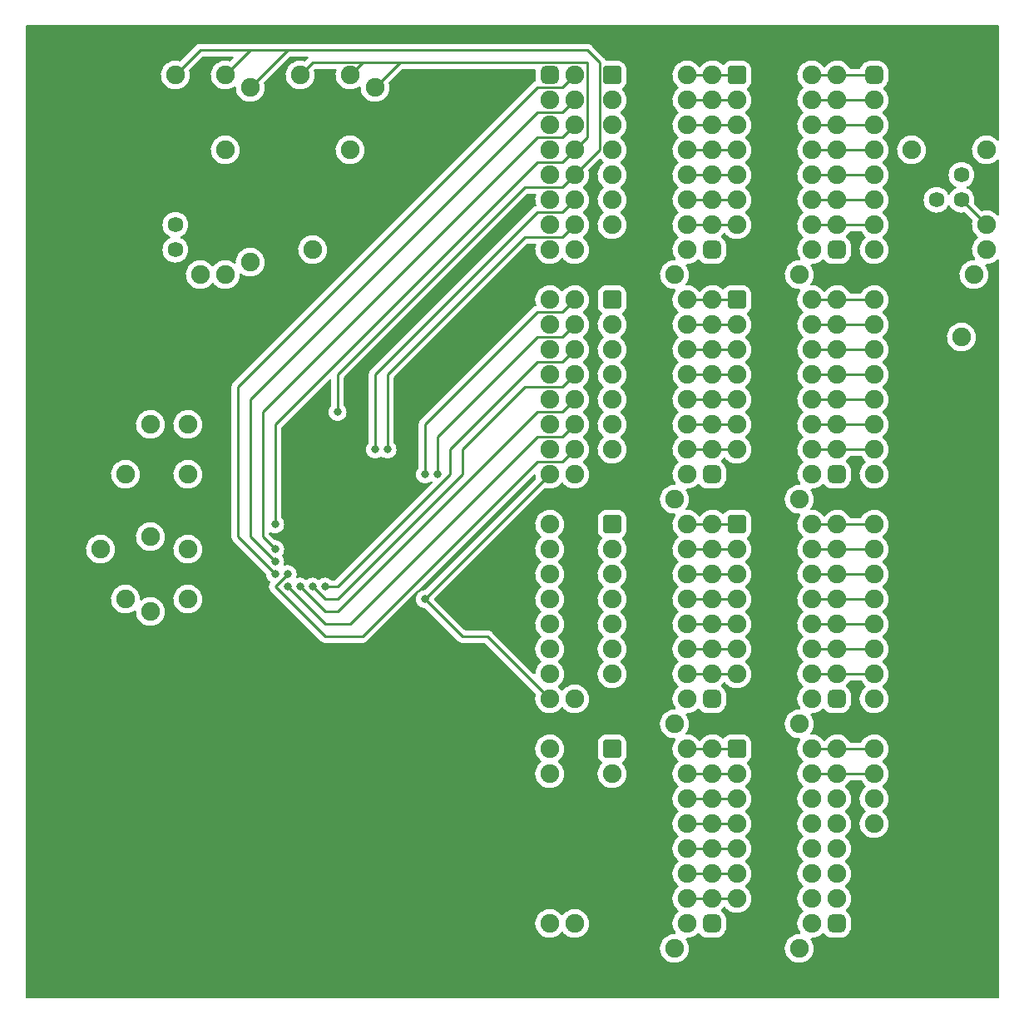
<source format=gbr>
%TF.GenerationSoftware,KiCad,Pcbnew,(6.0.0)*%
%TF.CreationDate,2023-06-08T10:52:07-04:00*%
%TF.ProjectId,CONTROL,434f4e54-524f-44c2-9e6b-696361645f70,rev?*%
%TF.SameCoordinates,Original*%
%TF.FileFunction,Copper,L2,Bot*%
%TF.FilePolarity,Positive*%
%FSLAX46Y46*%
G04 Gerber Fmt 4.6, Leading zero omitted, Abs format (unit mm)*
G04 Created by KiCad (PCBNEW (6.0.0)) date 2023-06-08 10:52:07*
%MOMM*%
%LPD*%
G01*
G04 APERTURE LIST*
G04 Aperture macros list*
%AMRoundRect*
0 Rectangle with rounded corners*
0 $1 Rounding radius*
0 $2 $3 $4 $5 $6 $7 $8 $9 X,Y pos of 4 corners*
0 Add a 4 corners polygon primitive as box body*
4,1,4,$2,$3,$4,$5,$6,$7,$8,$9,$2,$3,0*
0 Add four circle primitives for the rounded corners*
1,1,$1+$1,$2,$3*
1,1,$1+$1,$4,$5*
1,1,$1+$1,$6,$7*
1,1,$1+$1,$8,$9*
0 Add four rect primitives between the rounded corners*
20,1,$1+$1,$2,$3,$4,$5,0*
20,1,$1+$1,$4,$5,$6,$7,0*
20,1,$1+$1,$6,$7,$8,$9,0*
20,1,$1+$1,$8,$9,$2,$3,0*%
G04 Aperture macros list end*
%TA.AperFunction,ComponentPad*%
%ADD10C,1.905000*%
%TD*%
%TA.AperFunction,ComponentPad*%
%ADD11RoundRect,0.381000X-0.571500X-0.571500X0.571500X-0.571500X0.571500X0.571500X-0.571500X0.571500X0*%
%TD*%
%TA.AperFunction,ComponentPad*%
%ADD12RoundRect,0.635000X0.317500X0.317500X-0.317500X0.317500X-0.317500X-0.317500X0.317500X-0.317500X0*%
%TD*%
%TA.AperFunction,ComponentPad*%
%ADD13RoundRect,0.635000X-0.317500X0.317500X-0.317500X-0.317500X0.317500X-0.317500X0.317500X0.317500X0*%
%TD*%
%TA.AperFunction,ComponentPad*%
%ADD14C,1.587500*%
%TD*%
%TA.AperFunction,ViaPad*%
%ADD15C,0.800000*%
%TD*%
%TA.AperFunction,ViaPad*%
%ADD16C,5.080000*%
%TD*%
%TA.AperFunction,Conductor*%
%ADD17C,0.250000*%
%TD*%
G04 APERTURE END LIST*
D10*
%TO.P,C4,1*%
%TO.N,NRST*%
X62230000Y-33020000D03*
%TO.P,C4,2*%
%TO.N,0V*%
X62230000Y-38100000D03*
%TD*%
D11*
%TO.P,IC4,1,B1*%
%TO.N,Net-(IC3-Pad16)*%
X99060000Y-54610000D03*
D10*
%TO.P,IC4,2,B2*%
%TO.N,Net-(IC3-Pad15)*%
X99060000Y-57150000D03*
%TO.P,IC4,3,B3*%
%TO.N,Net-(IC3-Pad14)*%
X99060000Y-59690000D03*
%TO.P,IC4,4,B4*%
%TO.N,Net-(IC3-Pad13)*%
X99060000Y-62230000D03*
%TO.P,IC4,5,B5*%
%TO.N,Net-(IC3-Pad12)*%
X99060000Y-64770000D03*
%TO.P,IC4,6,B6*%
%TO.N,Net-(IC3-Pad11)*%
X99060000Y-67310000D03*
%TO.P,IC4,7,B7*%
%TO.N,Net-(IC3-Pad10)*%
X99060000Y-69850000D03*
%TO.P,IC4,8,E*%
%TO.N,0V*%
X99060000Y-72390000D03*
%TO.P,IC4,9,COM*%
%TO.N,5V*%
X106680000Y-72390000D03*
%TO.P,IC4,10,C7*%
%TO.N,PWM_BLK0_5V*%
X106680000Y-69850000D03*
%TO.P,IC4,11,C6*%
%TO.N,PWM_BLK1_5V*%
X106680000Y-67310000D03*
%TO.P,IC4,12,C5*%
%TO.N,PWM_BLK2_5V*%
X106680000Y-64770000D03*
%TO.P,IC4,13,C4*%
%TO.N,PWM_BLK3_5V*%
X106680000Y-62230000D03*
%TO.P,IC4,14,C3*%
%TO.N,SER_BLK8_5V*%
X106680000Y-59690000D03*
%TO.P,IC4,15,C2*%
%TO.N,SER_BLK9_5V*%
X106680000Y-57150000D03*
%TO.P,IC4,16,C1*%
%TO.N,CLK_STR_5V*%
X106680000Y-54610000D03*
%TD*%
D12*
%TO.P,RN5,1,common*%
%TO.N,5V*%
X109220000Y-95250000D03*
D10*
%TO.P,RN5,2,R7*%
%TO.N,CLK_SHF_5V*%
X109220000Y-92710000D03*
%TO.P,RN5,3,R6*%
%TO.N,SER_BLK4_5V*%
X109220000Y-90170000D03*
%TO.P,RN5,4,R5*%
%TO.N,SER_BLK5_5V*%
X109220000Y-87630000D03*
%TO.P,RN5,5,R4*%
%TO.N,SER_BLK6_5V*%
X109242592Y-85091408D03*
%TO.P,RN5,6,R3*%
%TO.N,SER_BLK7_5V*%
X109242592Y-82551408D03*
%TO.P,RN5,7,R2*%
%TO.N,PWM_BLK8_5V*%
X109242592Y-80010000D03*
%TO.P,RN5,8,R1*%
%TO.N,PWM_BLK9_5V*%
X109242592Y-77470000D03*
%TD*%
D11*
%TO.P,IC5,1,B1*%
%TO.N,PWM_BLK9_3.3V*%
X86360000Y-77470000D03*
D10*
%TO.P,IC5,2,B2*%
%TO.N,PWM_BLK8_3.3V*%
X86360000Y-80010000D03*
%TO.P,IC5,3,B3*%
%TO.N,SER_BLK7_3.3V*%
X86360000Y-82550000D03*
%TO.P,IC5,4,B4*%
%TO.N,SER_BLK6_3.3V*%
X86360000Y-85090000D03*
%TO.P,IC5,5,B5*%
%TO.N,SER_BLK5_3.3V*%
X86360000Y-87630000D03*
%TO.P,IC5,6,B6*%
%TO.N,SER_BLK4_3.3V*%
X86360000Y-90170000D03*
%TO.P,IC5,7,B7*%
%TO.N,CLK_SHF_3.3V*%
X86360000Y-92710000D03*
%TO.P,IC5,8,E*%
%TO.N,0V*%
X86360000Y-95250000D03*
%TO.P,IC5,9,COM*%
%TO.N,5V*%
X93980000Y-95250000D03*
%TO.P,IC5,10,C7*%
%TO.N,Net-(IC5-Pad10)*%
X93980000Y-92710000D03*
%TO.P,IC5,11,C6*%
%TO.N,Net-(IC5-Pad11)*%
X93980000Y-90170000D03*
%TO.P,IC5,12,C5*%
%TO.N,Net-(IC5-Pad12)*%
X93980000Y-87630000D03*
%TO.P,IC5,13,C4*%
%TO.N,Net-(IC5-Pad13)*%
X93980000Y-85090000D03*
%TO.P,IC5,14,C3*%
%TO.N,Net-(IC5-Pad14)*%
X93980000Y-82550000D03*
%TO.P,IC5,15,C2*%
%TO.N,Net-(IC5-Pad15)*%
X93980000Y-80010000D03*
%TO.P,IC5,16,C1*%
%TO.N,Net-(IC5-Pad16)*%
X93980000Y-77470000D03*
%TD*%
%TO.P,D1,1,K*%
%TO.N,3.3V*%
X46990000Y-52070000D03*
%TO.P,D1,2,A*%
%TO.N,0V*%
X46990000Y-44450000D03*
%TD*%
D11*
%TO.P,IC1,1,B1*%
%TO.N,LED_3.3V*%
X86360000Y-31750000D03*
D10*
%TO.P,IC1,2,B2*%
%TO.N,SER_BLK3_3.3V*%
X86360000Y-34290000D03*
%TO.P,IC1,3,B3*%
%TO.N,SER_BLK2_3.3V*%
X86360000Y-36830000D03*
%TO.P,IC1,4,B4*%
%TO.N,SER_BLK1_3.3V*%
X86360000Y-39370000D03*
%TO.P,IC1,5,B5*%
%TO.N,SER_BLK0_3.3V*%
X86360000Y-41910000D03*
%TO.P,IC1,6,B6*%
%TO.N,PWM_BLK7_3.3V*%
X86360000Y-44450000D03*
%TO.P,IC1,7,B7*%
%TO.N,PWM_BLK6_3.3V*%
X86360000Y-46990000D03*
%TO.P,IC1,8,E*%
%TO.N,0V*%
X86360000Y-49530000D03*
%TO.P,IC1,9,COM*%
%TO.N,5V*%
X93980000Y-49530000D03*
%TO.P,IC1,10,C7*%
%TO.N,Net-(IC1-Pad10)*%
X93980000Y-46990000D03*
%TO.P,IC1,11,C6*%
%TO.N,Net-(IC1-Pad11)*%
X93980000Y-44450000D03*
%TO.P,IC1,12,C5*%
%TO.N,Net-(IC1-Pad12)*%
X93980000Y-41910000D03*
%TO.P,IC1,13,C4*%
%TO.N,Net-(IC1-Pad13)*%
X93980000Y-39370000D03*
%TO.P,IC1,14,C3*%
%TO.N,Net-(IC1-Pad14)*%
X93980000Y-36830000D03*
%TO.P,IC1,15,C2*%
%TO.N,Net-(IC1-Pad15)*%
X93980000Y-34290000D03*
%TO.P,IC1,16,C1*%
%TO.N,Net-(IC1-Pad16)*%
X93980000Y-31750000D03*
%TD*%
%TO.P,C12,1*%
%TO.N,5V*%
X92710000Y-74930000D03*
%TO.P,C12,2*%
%TO.N,0V*%
X87630000Y-74930000D03*
%TD*%
%TO.P,D0,1,K*%
%TO.N,5V*%
X124460000Y-49530000D03*
%TO.P,D0,2,A*%
%TO.N,0V*%
X116840000Y-49530000D03*
%TD*%
D11*
%TO.P,IC7,1,B1*%
%TO.N,PWM_BLK5_3.3V*%
X86360000Y-100330000D03*
D10*
%TO.P,IC7,2,B2*%
%TO.N,PWM_BLK4_3.3V*%
X86360000Y-102870000D03*
%TO.P,IC7,3,B3*%
%TO.N,0V*%
X86360000Y-105410000D03*
%TO.P,IC7,4,B4*%
X86360000Y-107950000D03*
%TO.P,IC7,5,B5*%
X86360000Y-110490000D03*
%TO.P,IC7,6,B6*%
X86360000Y-113030000D03*
%TO.P,IC7,7,B7*%
X86360000Y-115570000D03*
%TO.P,IC7,8,E*%
X86360000Y-118110000D03*
%TO.P,IC7,9,COM*%
%TO.N,5V*%
X93980000Y-118110000D03*
%TO.P,IC7,10,C7*%
%TO.N,Net-(IC7-Pad10)*%
X93980000Y-115570000D03*
%TO.P,IC7,11,C6*%
%TO.N,Net-(IC7-Pad11)*%
X93980000Y-113030000D03*
%TO.P,IC7,12,C5*%
%TO.N,Net-(IC7-Pad12)*%
X93980000Y-110490000D03*
%TO.P,IC7,13,C4*%
%TO.N,Net-(IC7-Pad13)*%
X93980000Y-107950000D03*
%TO.P,IC7,14,C3*%
%TO.N,Net-(IC7-Pad14)*%
X93980000Y-105410000D03*
%TO.P,IC7,15,C2*%
%TO.N,Net-(IC7-Pad15)*%
X93980000Y-102870000D03*
%TO.P,IC7,16,C1*%
%TO.N,Net-(IC7-Pad16)*%
X93980000Y-100330000D03*
%TD*%
D13*
%TO.P,H0,1,Pin_1*%
%TO.N,LED_3.3V*%
X80010000Y-31750000D03*
D10*
%TO.P,H0,2,Pin_2*%
%TO.N,SER_BLK3_3.3V*%
X80010000Y-34290000D03*
%TO.P,H0,3,Pin_3*%
%TO.N,SER_BLK2_3.3V*%
X80010000Y-36830000D03*
%TO.P,H0,4,Pin_4*%
%TO.N,SER_BLK1_3.3V*%
X80010000Y-39370000D03*
%TO.P,H0,5,Pin_5*%
%TO.N,SER_BLK0_3.3V*%
X80010000Y-41910000D03*
%TO.P,H0,6,Pin_6*%
%TO.N,PWM_BLK7_3.3V*%
X80010000Y-44450000D03*
%TO.P,H0,7,Pin_7*%
%TO.N,PWM_BLK6_3.3V*%
X80010000Y-46990000D03*
%TO.P,H0,8,Pin_8*%
%TO.N,3.3V*%
X80010000Y-49530000D03*
%TO.P,H0,9,Pin_9*%
%TO.N,0V*%
X80010000Y-52070000D03*
%TO.P,H0,10,Pin_10*%
%TO.N,CLK_STR_3.3V*%
X80010000Y-54610000D03*
%TO.P,H0,11,Pin_11*%
%TO.N,SER_BLK9_3.3V*%
X80010000Y-57150000D03*
%TO.P,H0,12,Pin_12*%
%TO.N,SER_BLK8_3.3V*%
X80010000Y-59690000D03*
%TO.P,H0,13,Pin_13*%
%TO.N,PWM_BLK3_3.3V*%
X80010000Y-62230000D03*
%TO.P,H0,14,Pin_14*%
%TO.N,PWM_BLK2_3.3V*%
X80010000Y-64770000D03*
%TO.P,H0,15,Pin_15*%
%TO.N,PWM_BLK1_3.3V*%
X80010000Y-67310000D03*
%TO.P,H0,16,Pin_16*%
%TO.N,PWM_BLK0_3.3V*%
X80010000Y-69850000D03*
%TO.P,H0,17,Pin_17*%
%TO.N,3.3V*%
X80010000Y-72390000D03*
%TO.P,H0,18,Pin_18*%
%TO.N,0V*%
X80010000Y-74930000D03*
%TO.P,H0,19,Pin_19*%
%TO.N,PWM_BLK9_3.3V*%
X80010000Y-77470000D03*
%TO.P,H0,20,Pin_20*%
%TO.N,PWM_BLK8_3.3V*%
X80010000Y-80010000D03*
%TO.P,H0,21,Pin_21*%
%TO.N,SER_BLK7_3.3V*%
X80010000Y-82550000D03*
%TO.P,H0,22,Pin_22*%
%TO.N,SER_BLK6_3.3V*%
X80010000Y-85090000D03*
%TO.P,H0,23,Pin_23*%
%TO.N,SER_BLK5_3.3V*%
X80010000Y-87630000D03*
%TO.P,H0,24,Pin_24*%
%TO.N,SER_BLK4_3.3V*%
X80010000Y-90170000D03*
%TO.P,H0,25,Pin_25*%
%TO.N,CLK_SHF_3.3V*%
X80010000Y-92710000D03*
%TO.P,H0,26,Pin_26*%
%TO.N,3.3V*%
X80010000Y-95250000D03*
%TO.P,H0,27,Pin_27*%
%TO.N,0V*%
X80010000Y-97790000D03*
%TO.P,H0,28,Pin_28*%
%TO.N,PWM_BLK5_3.3V*%
X80010000Y-100330000D03*
%TO.P,H0,29,Pin_29*%
%TO.N,PWM_BLK4_3.3V*%
X80010000Y-102870000D03*
%TO.P,H0,30,Pin_30*%
%TO.N,0V*%
X80010000Y-105410000D03*
%TO.P,H0,31,Pin_31*%
X80010000Y-107950000D03*
%TO.P,H0,32,Pin_32*%
X80010000Y-110490000D03*
%TO.P,H0,33,Pin_33*%
X80010000Y-113030000D03*
%TO.P,H0,34,Pin_34*%
X80010000Y-115570000D03*
%TO.P,H0,35,Pin_35*%
%TO.N,3.3V*%
X80010000Y-118110000D03*
%TO.P,H0,36,Pin_36*%
%TO.N,0V*%
X80010000Y-120650000D03*
%TO.P,H0,37,Pin_37*%
X82550000Y-120650000D03*
%TO.P,H0,38,Pin_38*%
%TO.N,5V*%
X82550000Y-118110000D03*
%TO.P,H0,39,Pin_39*%
%TO.N,0V*%
X82550000Y-115570000D03*
%TO.P,H0,40,Pin_40*%
X82550000Y-113030000D03*
%TO.P,H0,41,Pin_41*%
X82550000Y-110490000D03*
%TO.P,H0,42,Pin_42*%
X82550000Y-107950000D03*
%TO.P,H0,43,Pin_43*%
X82550000Y-105410000D03*
%TO.P,H0,44,Pin_44*%
X82550000Y-102870000D03*
%TO.P,H0,45,Pin_45*%
X82550000Y-100330000D03*
%TO.P,H0,46,Pin_46*%
X82550000Y-97790000D03*
%TO.P,H0,47,Pin_47*%
%TO.N,5V*%
X82550000Y-95250000D03*
%TO.P,H0,48,Pin_48*%
%TO.N,0V*%
X82550000Y-92710000D03*
%TO.P,H0,49,Pin_49*%
X82550000Y-90170000D03*
%TO.P,H0,50,Pin_50*%
X82550000Y-87630000D03*
%TO.P,H0,51,Pin_51*%
X82550000Y-85090000D03*
%TO.P,H0,52,Pin_52*%
X82550000Y-82550000D03*
%TO.P,H0,53,Pin_53*%
X82550000Y-80010000D03*
%TO.P,H0,54,Pin_54*%
X82550000Y-77470000D03*
%TO.P,H0,55,Pin_55*%
X82550000Y-74930000D03*
%TO.P,H0,56,Pin_56*%
%TO.N,5V*%
X82550000Y-72390000D03*
%TO.P,H0,57,Pin_57*%
%TO.N,I_BLK3*%
X82550000Y-69850000D03*
%TO.P,H0,58,Pin_58*%
%TO.N,I_BLK4*%
X82550000Y-67310000D03*
%TO.P,H0,59,Pin_59*%
%TO.N,I_BLK5*%
X82550000Y-64770000D03*
%TO.P,H0,60,Pin_60*%
%TO.N,I_BLK6*%
X82550000Y-62230000D03*
%TO.P,H0,61,Pin_61*%
%TO.N,I_BLK7*%
X82550000Y-59690000D03*
%TO.P,H0,62,Pin_62*%
%TO.N,SLT0*%
X82550000Y-57150000D03*
%TO.P,H0,63,Pin_63*%
%TO.N,SLT1{slash}SWDIO*%
X82550000Y-54610000D03*
%TO.P,H0,64,Pin_64*%
%TO.N,0V*%
X82550000Y-52070000D03*
%TO.P,H0,65,Pin_65*%
%TO.N,5V*%
X82550000Y-49530000D03*
%TO.P,H0,66,Pin_66*%
%TO.N,SLT2{slash}SWCLK*%
X82550000Y-46990000D03*
%TO.P,H0,67,Pin_67*%
%TO.N,SLT3*%
X82550000Y-44450000D03*
%TO.P,H0,68,Pin_68*%
%TO.N,BOOT*%
X82550000Y-41910000D03*
%TO.P,H0,69,Pin_69*%
%TO.N,NRST*%
X82550000Y-39370000D03*
%TO.P,H0,70,Pin_70*%
%TO.N,I_BLK0*%
X82550000Y-36830000D03*
%TO.P,H0,71,Pin_71*%
%TO.N,I_BLK1*%
X82550000Y-34290000D03*
%TO.P,H0,72,Pin_72*%
%TO.N,I_BLK2*%
X82550000Y-31750000D03*
%TD*%
%TO.P,C8,1*%
%TO.N,OSC2*%
X34290000Y-80010000D03*
%TO.P,C8,2*%
%TO.N,0V*%
X34290000Y-85090000D03*
%TD*%
%TO.P,C13,1*%
%TO.N,5V*%
X105410000Y-74930000D03*
%TO.P,C13,2*%
%TO.N,0V*%
X100330000Y-74930000D03*
%TD*%
%TO.P,S0,1,1*%
%TO.N,NRST*%
X54610000Y-31750000D03*
%TO.P,S0,2,2*%
%TO.N,0V*%
X54610000Y-39370000D03*
%TD*%
%TO.P,R2,1*%
%TO.N,Net-(D2-Pad1)*%
X124460000Y-46990000D03*
%TO.P,R2,2*%
%TO.N,0V*%
X116840000Y-46990000D03*
%TD*%
%TO.P,R0,1*%
%TO.N,3.3V*%
X59690000Y-39370000D03*
%TO.P,R0,2*%
%TO.N,NRST*%
X59690000Y-31750000D03*
%TD*%
%TO.P,C10,1*%
%TO.N,5V*%
X92710000Y-52070000D03*
%TO.P,C10,2*%
%TO.N,0V*%
X87630000Y-52070000D03*
%TD*%
D11*
%TO.P,IC2,1,B1*%
%TO.N,Net-(IC1-Pad16)*%
X99060000Y-31750000D03*
D10*
%TO.P,IC2,2,B2*%
%TO.N,Net-(IC1-Pad15)*%
X99060000Y-34290000D03*
%TO.P,IC2,3,B3*%
%TO.N,Net-(IC1-Pad14)*%
X99060000Y-36830000D03*
%TO.P,IC2,4,B4*%
%TO.N,Net-(IC1-Pad13)*%
X99060000Y-39370000D03*
%TO.P,IC2,5,B5*%
%TO.N,Net-(IC1-Pad12)*%
X99060000Y-41910000D03*
%TO.P,IC2,6,B6*%
%TO.N,Net-(IC1-Pad11)*%
X99060000Y-44450000D03*
%TO.P,IC2,7,B7*%
%TO.N,Net-(IC1-Pad10)*%
X99060000Y-46990000D03*
%TO.P,IC2,8,E*%
%TO.N,0V*%
X99060000Y-49530000D03*
%TO.P,IC2,9,COM*%
%TO.N,5V*%
X106680000Y-49530000D03*
%TO.P,IC2,10,C7*%
%TO.N,PWM_BLK6_5V*%
X106680000Y-46990000D03*
%TO.P,IC2,11,C6*%
%TO.N,PWM_BLK7_5V*%
X106680000Y-44450000D03*
%TO.P,IC2,12,C5*%
%TO.N,SER_BLK0_5V*%
X106680000Y-41910000D03*
%TO.P,IC2,13,C4*%
%TO.N,SER_BLK1_5V*%
X106680000Y-39370000D03*
%TO.P,IC2,14,C3*%
%TO.N,SER_BLK2_5V*%
X106680000Y-36830000D03*
%TO.P,IC2,15,C2*%
%TO.N,SER_BLK3_5V*%
X106680000Y-34290000D03*
%TO.P,IC2,16,C1*%
%TO.N,LED_5V*%
X106680000Y-31750000D03*
%TD*%
%TO.P,C14,1*%
%TO.N,5V*%
X92710000Y-97790000D03*
%TO.P,C14,2*%
%TO.N,0V*%
X87630000Y-97790000D03*
%TD*%
%TO.P,C11,1*%
%TO.N,5V*%
X105410000Y-52070000D03*
%TO.P,C11,2*%
%TO.N,0V*%
X100330000Y-52070000D03*
%TD*%
%TO.P,C6,1*%
%TO.N,OSC0*%
X39370000Y-67310000D03*
%TO.P,C6,2*%
%TO.N,0V*%
X39370000Y-72390000D03*
%TD*%
%TO.P,C7,1*%
%TO.N,OSC1*%
X36830000Y-72390000D03*
%TO.P,C7,2*%
%TO.N,0V*%
X36830000Y-67310000D03*
%TD*%
D14*
%TO.P,D4,1,K*%
%TO.N,0V*%
X119380000Y-41910000D03*
%TO.P,D4,2,A*%
%TO.N,Net-(D4-Pad2)*%
X121920000Y-41910000D03*
%TD*%
D10*
%TO.P,C9,1*%
%TO.N,OSC3*%
X36830000Y-85090000D03*
%TO.P,C9,2*%
%TO.N,0V*%
X36830000Y-80010000D03*
%TD*%
%TO.P,C15,1*%
%TO.N,5V*%
X105410000Y-97790000D03*
%TO.P,C15,2*%
%TO.N,0V*%
X100330000Y-97790000D03*
%TD*%
%TO.P,R1,1*%
%TO.N,3.3V*%
X46990000Y-39370000D03*
%TO.P,R1,2*%
%TO.N,BOOT*%
X46990000Y-31750000D03*
%TD*%
%TO.P,C1,1*%
%TO.N,5V*%
X121920000Y-58420000D03*
%TO.P,C1,2*%
%TO.N,0V*%
X119380000Y-58420000D03*
%TD*%
D12*
%TO.P,RN4,1,common*%
%TO.N,5V*%
X96520000Y-95250000D03*
D10*
%TO.P,RN4,2,R7*%
%TO.N,Net-(IC5-Pad10)*%
X96520000Y-92710000D03*
%TO.P,RN4,3,R6*%
%TO.N,Net-(IC5-Pad11)*%
X96520000Y-90170000D03*
%TO.P,RN4,4,R5*%
%TO.N,Net-(IC5-Pad12)*%
X96520000Y-87630000D03*
%TO.P,RN4,5,R4*%
%TO.N,Net-(IC5-Pad13)*%
X96542592Y-85091408D03*
%TO.P,RN4,6,R3*%
%TO.N,Net-(IC5-Pad14)*%
X96542592Y-82551408D03*
%TO.P,RN4,7,R2*%
%TO.N,Net-(IC5-Pad15)*%
X96542592Y-80010000D03*
%TO.P,RN4,8,R1*%
%TO.N,Net-(IC5-Pad16)*%
X96542592Y-77470000D03*
%TD*%
%TO.P,R3,1*%
%TO.N,Net-(D3-Pad1)*%
X44450000Y-52070000D03*
%TO.P,R3,2*%
%TO.N,0V*%
X44450000Y-44450000D03*
%TD*%
%TO.P,C3,1*%
%TO.N,5V*%
X123190000Y-52070000D03*
%TO.P,C3,2*%
%TO.N,0V*%
X118110000Y-52070000D03*
%TD*%
%TO.P,C2,1*%
%TO.N,3.3V*%
X49530000Y-50800000D03*
%TO.P,C2,2*%
%TO.N,0V*%
X49530000Y-45720000D03*
%TD*%
%TO.P,R4,1*%
%TO.N,LED_5V*%
X116840000Y-39370000D03*
%TO.P,R4,2*%
%TO.N,Net-(D4-Pad2)*%
X124460000Y-39370000D03*
%TD*%
%TO.P,C16,1*%
%TO.N,5V*%
X92710000Y-120650000D03*
%TO.P,C16,2*%
%TO.N,0V*%
X87630000Y-120650000D03*
%TD*%
D12*
%TO.P,RN3,1,common*%
%TO.N,5V*%
X109220000Y-72390000D03*
D10*
%TO.P,RN3,2,R7*%
%TO.N,PWM_BLK0_5V*%
X109220000Y-69850000D03*
%TO.P,RN3,3,R6*%
%TO.N,PWM_BLK1_5V*%
X109220000Y-67310000D03*
%TO.P,RN3,4,R5*%
%TO.N,PWM_BLK2_5V*%
X109220000Y-64770000D03*
%TO.P,RN3,5,R4*%
%TO.N,PWM_BLK3_5V*%
X109242592Y-62231408D03*
%TO.P,RN3,6,R3*%
%TO.N,SER_BLK8_5V*%
X109242592Y-59691408D03*
%TO.P,RN3,7,R2*%
%TO.N,SER_BLK9_5V*%
X109242592Y-57150000D03*
%TO.P,RN3,8,R1*%
%TO.N,CLK_STR_5V*%
X109242592Y-54610000D03*
%TD*%
D12*
%TO.P,RN1,1,common*%
%TO.N,5V*%
X109220000Y-49530000D03*
D10*
%TO.P,RN1,2,R7*%
%TO.N,PWM_BLK6_5V*%
X109220000Y-46990000D03*
%TO.P,RN1,3,R6*%
%TO.N,PWM_BLK7_5V*%
X109220000Y-44450000D03*
%TO.P,RN1,4,R5*%
%TO.N,SER_BLK0_5V*%
X109220000Y-41910000D03*
%TO.P,RN1,5,R4*%
%TO.N,SER_BLK1_5V*%
X109242592Y-39371408D03*
%TO.P,RN1,6,R3*%
%TO.N,SER_BLK2_5V*%
X109242592Y-36831408D03*
%TO.P,RN1,7,R2*%
%TO.N,SER_BLK3_5V*%
X109242592Y-34290000D03*
%TO.P,RN1,8,R1*%
%TO.N,LED_5V*%
X109242592Y-31750000D03*
%TD*%
D11*
%TO.P,IC8,1,B1*%
%TO.N,Net-(IC7-Pad16)*%
X99060000Y-100330000D03*
D10*
%TO.P,IC8,2,B2*%
%TO.N,Net-(IC7-Pad15)*%
X99060000Y-102870000D03*
%TO.P,IC8,3,B3*%
%TO.N,Net-(IC7-Pad14)*%
X99060000Y-105410000D03*
%TO.P,IC8,4,B4*%
%TO.N,Net-(IC7-Pad13)*%
X99060000Y-107950000D03*
%TO.P,IC8,5,B5*%
%TO.N,Net-(IC7-Pad12)*%
X99060000Y-110490000D03*
%TO.P,IC8,6,B6*%
%TO.N,Net-(IC7-Pad11)*%
X99060000Y-113030000D03*
%TO.P,IC8,7,B7*%
%TO.N,Net-(IC7-Pad10)*%
X99060000Y-115570000D03*
%TO.P,IC8,8,E*%
%TO.N,0V*%
X99060000Y-118110000D03*
%TO.P,IC8,9,COM*%
%TO.N,5V*%
X106680000Y-118110000D03*
%TO.P,IC8,10,C7*%
%TO.N,N{slash}C*%
X106680000Y-115570000D03*
%TO.P,IC8,11,C6*%
X106680000Y-113030000D03*
%TO.P,IC8,12,C5*%
X106680000Y-110490000D03*
%TO.P,IC8,13,C4*%
X106680000Y-107950000D03*
%TO.P,IC8,14,C3*%
X106680000Y-105410000D03*
%TO.P,IC8,15,C2*%
%TO.N,PWM_BLK4_5V*%
X106680000Y-102870000D03*
%TO.P,IC8,16,C1*%
%TO.N,PWM_BLK5_5V*%
X106680000Y-100330000D03*
%TD*%
%TO.P,R7,1*%
%TO.N,OSC3*%
X39370000Y-86360000D03*
%TO.P,R7,2*%
%TO.N,OSC2*%
X39370000Y-78740000D03*
%TD*%
D14*
%TO.P,D3,1,K*%
%TO.N,Net-(D3-Pad1)*%
X41910000Y-49530000D03*
%TO.P,D3,2,A*%
%TO.N,3.3V*%
X41910000Y-46990000D03*
%TD*%
D12*
%TO.P,RN2,1,common*%
%TO.N,5V*%
X96520000Y-72390000D03*
D10*
%TO.P,RN2,2,R7*%
%TO.N,Net-(IC3-Pad10)*%
X96520000Y-69850000D03*
%TO.P,RN2,3,R6*%
%TO.N,Net-(IC3-Pad11)*%
X96520000Y-67310000D03*
%TO.P,RN2,4,R5*%
%TO.N,Net-(IC3-Pad12)*%
X96520000Y-64770000D03*
%TO.P,RN2,5,R4*%
%TO.N,Net-(IC3-Pad13)*%
X96542592Y-62231408D03*
%TO.P,RN2,6,R3*%
%TO.N,Net-(IC3-Pad14)*%
X96542592Y-59691408D03*
%TO.P,RN2,7,R2*%
%TO.N,Net-(IC3-Pad15)*%
X96542592Y-57150000D03*
%TO.P,RN2,8,R1*%
%TO.N,Net-(IC3-Pad16)*%
X96542592Y-54610000D03*
%TD*%
D12*
%TO.P,RN0,1,common*%
%TO.N,5V*%
X96520000Y-49530000D03*
D10*
%TO.P,RN0,2,R7*%
%TO.N,Net-(IC1-Pad10)*%
X96520000Y-46990000D03*
%TO.P,RN0,3,R6*%
%TO.N,Net-(IC1-Pad11)*%
X96520000Y-44450000D03*
%TO.P,RN0,4,R5*%
%TO.N,Net-(IC1-Pad12)*%
X96520000Y-41910000D03*
%TO.P,RN0,5,R4*%
%TO.N,Net-(IC1-Pad13)*%
X96542592Y-39371408D03*
%TO.P,RN0,6,R3*%
%TO.N,Net-(IC1-Pad14)*%
X96542592Y-36831408D03*
%TO.P,RN0,7,R2*%
%TO.N,Net-(IC1-Pad15)*%
X96542592Y-34290000D03*
%TO.P,RN0,8,R1*%
%TO.N,Net-(IC1-Pad16)*%
X96542592Y-31750000D03*
%TD*%
%TO.P,X1,1,1*%
%TO.N,OSC3*%
X43180000Y-85090000D03*
%TO.P,X1,2,2*%
%TO.N,OSC2*%
X43180000Y-80010000D03*
%TD*%
D12*
%TO.P,RN7,1,common*%
%TO.N,5V*%
X109220000Y-118110000D03*
D10*
%TO.P,RN7,2,R7*%
%TO.N,N{slash}C*%
X109220000Y-115570000D03*
%TO.P,RN7,3,R6*%
X109220000Y-113030000D03*
%TO.P,RN7,4,R5*%
X109220000Y-110490000D03*
%TO.P,RN7,5,R4*%
X109242592Y-107951408D03*
%TO.P,RN7,6,R3*%
X109242592Y-105411408D03*
%TO.P,RN7,7,R2*%
%TO.N,PWM_BLK4_5V*%
X109242592Y-102870000D03*
%TO.P,RN7,8,R1*%
%TO.N,PWM_BLK5_5V*%
X109242592Y-100330000D03*
%TD*%
%TO.P,S1,1,1*%
%TO.N,BOOT*%
X41910000Y-31750000D03*
%TO.P,S1,2,2*%
%TO.N,0V*%
X41910000Y-39370000D03*
%TD*%
%TO.P,C0,1*%
%TO.N,3.3V*%
X55880000Y-49530000D03*
%TO.P,C0,2*%
%TO.N,0V*%
X55880000Y-46990000D03*
%TD*%
D11*
%TO.P,IC3,1,B1*%
%TO.N,CLK_STR_3.3V*%
X86360000Y-54610000D03*
D10*
%TO.P,IC3,2,B2*%
%TO.N,SER_BLK9_3.3V*%
X86360000Y-57150000D03*
%TO.P,IC3,3,B3*%
%TO.N,SER_BLK8_3.3V*%
X86360000Y-59690000D03*
%TO.P,IC3,4,B4*%
%TO.N,PWM_BLK3_3.3V*%
X86360000Y-62230000D03*
%TO.P,IC3,5,B5*%
%TO.N,PWM_BLK2_3.3V*%
X86360000Y-64770000D03*
%TO.P,IC3,6,B6*%
%TO.N,PWM_BLK1_3.3V*%
X86360000Y-67310000D03*
%TO.P,IC3,7,B7*%
%TO.N,PWM_BLK0_3.3V*%
X86360000Y-69850000D03*
%TO.P,IC3,8,E*%
%TO.N,0V*%
X86360000Y-72390000D03*
%TO.P,IC3,9,COM*%
%TO.N,5V*%
X93980000Y-72390000D03*
%TO.P,IC3,10,C7*%
%TO.N,Net-(IC3-Pad10)*%
X93980000Y-69850000D03*
%TO.P,IC3,11,C6*%
%TO.N,Net-(IC3-Pad11)*%
X93980000Y-67310000D03*
%TO.P,IC3,12,C5*%
%TO.N,Net-(IC3-Pad12)*%
X93980000Y-64770000D03*
%TO.P,IC3,13,C4*%
%TO.N,Net-(IC3-Pad13)*%
X93980000Y-62230000D03*
%TO.P,IC3,14,C3*%
%TO.N,Net-(IC3-Pad14)*%
X93980000Y-59690000D03*
%TO.P,IC3,15,C2*%
%TO.N,Net-(IC3-Pad15)*%
X93980000Y-57150000D03*
%TO.P,IC3,16,C1*%
%TO.N,Net-(IC3-Pad16)*%
X93980000Y-54610000D03*
%TD*%
D14*
%TO.P,D2,1,K*%
%TO.N,Net-(D2-Pad1)*%
X121920000Y-44450000D03*
%TO.P,D2,2,A*%
%TO.N,5V*%
X119380000Y-44450000D03*
%TD*%
D13*
%TO.P,H1,1,Pin_1*%
%TO.N,LED_5V*%
X113030000Y-31750000D03*
D10*
%TO.P,H1,2,Pin_2*%
%TO.N,SER_BLK3_5V*%
X113030000Y-34290000D03*
%TO.P,H1,3,Pin_3*%
%TO.N,SER_BLK2_5V*%
X113030000Y-36830000D03*
%TO.P,H1,4,Pin_4*%
%TO.N,SER_BLK1_5V*%
X113030000Y-39370000D03*
%TO.P,H1,5,Pin_5*%
%TO.N,SER_BLK0_5V*%
X113030000Y-41910000D03*
%TO.P,H1,6,Pin_6*%
%TO.N,PWM_BLK7_5V*%
X113030000Y-44450000D03*
%TO.P,H1,7,Pin_7*%
%TO.N,PWM_BLK6_5V*%
X113030000Y-46990000D03*
%TO.P,H1,8,Pin_8*%
%TO.N,5V*%
X113030000Y-49530000D03*
%TO.P,H1,9,Pin_9*%
%TO.N,0V*%
X113030000Y-52070000D03*
%TO.P,H1,10,Pin_10*%
%TO.N,CLK_STR_5V*%
X113030000Y-54610000D03*
%TO.P,H1,11,Pin_11*%
%TO.N,SER_BLK9_5V*%
X113030000Y-57150000D03*
%TO.P,H1,12,Pin_12*%
%TO.N,SER_BLK8_5V*%
X113030000Y-59690000D03*
%TO.P,H1,13,Pin_13*%
%TO.N,PWM_BLK3_5V*%
X113030000Y-62230000D03*
%TO.P,H1,14,Pin_14*%
%TO.N,PWM_BLK2_5V*%
X113030000Y-64770000D03*
%TO.P,H1,15,Pin_15*%
%TO.N,PWM_BLK1_5V*%
X113030000Y-67310000D03*
%TO.P,H1,16,Pin_16*%
%TO.N,PWM_BLK0_5V*%
X113030000Y-69850000D03*
%TO.P,H1,17,Pin_17*%
%TO.N,5V*%
X113030000Y-72390000D03*
%TO.P,H1,18,Pin_18*%
%TO.N,0V*%
X113030000Y-74930000D03*
%TO.P,H1,19,Pin_19*%
%TO.N,PWM_BLK9_5V*%
X113030000Y-77470000D03*
%TO.P,H1,20,Pin_20*%
%TO.N,PWM_BLK8_5V*%
X113030000Y-80010000D03*
%TO.P,H1,21,Pin_21*%
%TO.N,SER_BLK7_5V*%
X113030000Y-82550000D03*
%TO.P,H1,22,Pin_22*%
%TO.N,SER_BLK6_5V*%
X113030000Y-85090000D03*
%TO.P,H1,23,Pin_23*%
%TO.N,SER_BLK5_5V*%
X113030000Y-87630000D03*
%TO.P,H1,24,Pin_24*%
%TO.N,SER_BLK4_5V*%
X113030000Y-90170000D03*
%TO.P,H1,25,Pin_25*%
%TO.N,CLK_SHF_5V*%
X113030000Y-92710000D03*
%TO.P,H1,26,Pin_26*%
%TO.N,5V*%
X113030000Y-95250000D03*
%TO.P,H1,27,Pin_27*%
%TO.N,0V*%
X113030000Y-97790000D03*
%TO.P,H1,28,Pin_28*%
%TO.N,PWM_BLK5_5V*%
X113030000Y-100330000D03*
%TO.P,H1,29,Pin_29*%
%TO.N,PWM_BLK4_5V*%
X113030000Y-102870000D03*
%TO.P,H1,30,Pin_30*%
%TO.N,5V*%
X113030000Y-105410000D03*
%TO.P,H1,31,Pin_31*%
X113030000Y-107950000D03*
%TO.P,H1,32,Pin_32*%
%TO.N,0V*%
X113030000Y-110490000D03*
%TO.P,H1,33,Pin_33*%
X113030000Y-113030000D03*
%TO.P,H1,34,Pin_34*%
X113030000Y-115570000D03*
%TO.P,H1,35,Pin_35*%
X113030000Y-118110000D03*
%TO.P,H1,36,Pin_36*%
X113030000Y-120650000D03*
%TD*%
%TO.P,X0,1,1*%
%TO.N,OSC1*%
X43180000Y-72390000D03*
%TO.P,X0,2,2*%
%TO.N,OSC0*%
X43180000Y-67310000D03*
%TD*%
%TO.P,C17,1*%
%TO.N,5V*%
X105410000Y-120650000D03*
%TO.P,C17,2*%
%TO.N,0V*%
X100330000Y-120650000D03*
%TD*%
D11*
%TO.P,IC6,1,B1*%
%TO.N,Net-(IC5-Pad16)*%
X99060000Y-77470000D03*
D10*
%TO.P,IC6,2,B2*%
%TO.N,Net-(IC5-Pad15)*%
X99060000Y-80010000D03*
%TO.P,IC6,3,B3*%
%TO.N,Net-(IC5-Pad14)*%
X99060000Y-82550000D03*
%TO.P,IC6,4,B4*%
%TO.N,Net-(IC5-Pad13)*%
X99060000Y-85090000D03*
%TO.P,IC6,5,B5*%
%TO.N,Net-(IC5-Pad12)*%
X99060000Y-87630000D03*
%TO.P,IC6,6,B6*%
%TO.N,Net-(IC5-Pad11)*%
X99060000Y-90170000D03*
%TO.P,IC6,7,B7*%
%TO.N,Net-(IC5-Pad10)*%
X99060000Y-92710000D03*
%TO.P,IC6,8,E*%
%TO.N,0V*%
X99060000Y-95250000D03*
%TO.P,IC6,9,COM*%
%TO.N,5V*%
X106680000Y-95250000D03*
%TO.P,IC6,10,C7*%
%TO.N,CLK_SHF_5V*%
X106680000Y-92710000D03*
%TO.P,IC6,11,C6*%
%TO.N,SER_BLK4_5V*%
X106680000Y-90170000D03*
%TO.P,IC6,12,C5*%
%TO.N,SER_BLK5_5V*%
X106680000Y-87630000D03*
%TO.P,IC6,13,C4*%
%TO.N,SER_BLK6_5V*%
X106680000Y-85090000D03*
%TO.P,IC6,14,C3*%
%TO.N,SER_BLK7_5V*%
X106680000Y-82550000D03*
%TO.P,IC6,15,C2*%
%TO.N,PWM_BLK8_5V*%
X106680000Y-80010000D03*
%TO.P,IC6,16,C1*%
%TO.N,PWM_BLK9_5V*%
X106680000Y-77470000D03*
%TD*%
D12*
%TO.P,RN6,1,common*%
%TO.N,5V*%
X96520000Y-118110000D03*
D10*
%TO.P,RN6,2,R7*%
%TO.N,Net-(IC7-Pad10)*%
X96520000Y-115570000D03*
%TO.P,RN6,3,R6*%
%TO.N,Net-(IC7-Pad11)*%
X96520000Y-113030000D03*
%TO.P,RN6,4,R5*%
%TO.N,Net-(IC7-Pad12)*%
X96520000Y-110490000D03*
%TO.P,RN6,5,R4*%
%TO.N,Net-(IC7-Pad13)*%
X96542592Y-107951408D03*
%TO.P,RN6,6,R3*%
%TO.N,Net-(IC7-Pad14)*%
X96542592Y-105411408D03*
%TO.P,RN6,7,R2*%
%TO.N,Net-(IC7-Pad15)*%
X96542592Y-102870000D03*
%TO.P,RN6,8,R1*%
%TO.N,Net-(IC7-Pad16)*%
X96542592Y-100330000D03*
%TD*%
%TO.P,C5,1*%
%TO.N,BOOT*%
X49530000Y-33020000D03*
%TO.P,C5,2*%
%TO.N,0V*%
X49530000Y-38100000D03*
%TD*%
D15*
%TO.N,3.3V*%
X67310000Y-85090000D03*
X67310000Y-85090000D03*
%TO.N,0V*%
X58420000Y-77470000D03*
D16*
X120650000Y-31750000D03*
X120650000Y-120650000D03*
D15*
X58420000Y-74930000D03*
X57150000Y-76200000D03*
D16*
X31750000Y-31750000D03*
X31750000Y-120650000D03*
D15*
%TO.N,NRST*%
X52070000Y-77470000D03*
%TO.N,BOOT*%
X58420000Y-66040000D03*
%TO.N,SLT1{slash}SWDIO*%
X67310000Y-72390000D03*
%TO.N,SLT2{slash}SWCLK*%
X63500000Y-69850000D03*
%TO.N,I_BLK0*%
X52070000Y-80010000D03*
%TO.N,I_BLK1*%
X52070000Y-81280000D03*
%TO.N,I_BLK2*%
X52070000Y-82550000D03*
%TO.N,I_BLK3*%
X53340000Y-82550000D03*
%TO.N,I_BLK4*%
X53340000Y-83820000D03*
%TO.N,I_BLK5*%
X54610000Y-83820000D03*
%TO.N,I_BLK6*%
X55880000Y-83820000D03*
%TO.N,I_BLK7*%
X57150000Y-83820000D03*
%TO.N,SLT0*%
X68580000Y-72390000D03*
%TO.N,SLT3*%
X62230000Y-69850000D03*
%TD*%
D17*
%TO.N,3.3V*%
X71120000Y-88900000D02*
X73660000Y-88900000D01*
X67310000Y-85090000D02*
X71120000Y-88900000D01*
X73660000Y-88900000D02*
X80010000Y-95250000D01*
X67310000Y-85090000D02*
X80010000Y-72390000D01*
%TO.N,0V*%
X57150000Y-76200000D02*
X58420000Y-77470000D01*
X58420000Y-74930000D02*
X57150000Y-76200000D01*
%TO.N,NRST*%
X52070000Y-67310000D02*
X78740000Y-40640000D01*
X83820000Y-30480000D02*
X64770000Y-30480000D01*
X60960000Y-30480000D02*
X55880000Y-30480000D01*
X64770000Y-30480000D02*
X62230000Y-33020000D01*
X64770000Y-30480000D02*
X60960000Y-30480000D01*
X83820000Y-38100000D02*
X83820000Y-30480000D01*
X82550000Y-39370000D02*
X83820000Y-38100000D01*
X81280000Y-40640000D02*
X82550000Y-39370000D01*
X78740000Y-40640000D02*
X81280000Y-40640000D01*
X52070000Y-77470000D02*
X52070000Y-67310000D01*
X60960000Y-30480000D02*
X59690000Y-31750000D01*
X55880000Y-30480000D02*
X54610000Y-31750000D01*
%TO.N,BOOT*%
X49530000Y-33020000D02*
X53340000Y-29210000D01*
X85090000Y-30480000D02*
X85090000Y-39370000D01*
X58420000Y-62230000D02*
X77470000Y-43180000D01*
X82550000Y-41910000D02*
X81280000Y-43180000D01*
X83820000Y-29210000D02*
X85090000Y-30480000D01*
X85090000Y-39370000D02*
X82550000Y-41910000D01*
X58420000Y-66040000D02*
X58420000Y-62230000D01*
X46990000Y-31750000D02*
X49530000Y-29210000D01*
X77470000Y-43180000D02*
X81280000Y-43180000D01*
X49530000Y-29210000D02*
X83820000Y-29210000D01*
X41910000Y-31750000D02*
X44450000Y-29210000D01*
X44450000Y-29210000D02*
X49530000Y-29210000D01*
%TO.N,Net-(D2-Pad1)*%
X121920000Y-44450000D02*
X124460000Y-46990000D01*
%TO.N,SLT1{slash}SWDIO*%
X81280000Y-55880000D02*
X82550000Y-54610000D01*
X67310000Y-72390000D02*
X67310000Y-67310000D01*
X67310000Y-67310000D02*
X78740000Y-55880000D01*
X78740000Y-55880000D02*
X81280000Y-55880000D01*
%TO.N,SLT2{slash}SWCLK*%
X81280000Y-48260000D02*
X77470000Y-48260000D01*
X77470000Y-48260000D02*
X63500000Y-62230000D01*
X63500000Y-62230000D02*
X63500000Y-69850000D01*
X82550000Y-46990000D02*
X81280000Y-48260000D01*
%TO.N,PWM_BLK0_5V*%
X113030000Y-69850000D02*
X106680000Y-69850000D01*
%TO.N,PWM_BLK1_5V*%
X113030000Y-67310000D02*
X106680000Y-67310000D01*
%TO.N,PWM_BLK2_5V*%
X113030000Y-64770000D02*
X106680000Y-64770000D01*
%TO.N,PWM_BLK3_5V*%
X113030000Y-62230000D02*
X106680000Y-62230000D01*
%TO.N,SER_BLK0_5V*%
X113030000Y-41910000D02*
X106680000Y-41910000D01*
%TO.N,SER_BLK1_5V*%
X113030000Y-39370000D02*
X106680000Y-39370000D01*
%TO.N,SER_BLK2_5V*%
X113030000Y-36830000D02*
X106680000Y-36830000D01*
%TO.N,SER_BLK3_5V*%
X113030000Y-34290000D02*
X106680000Y-34290000D01*
%TO.N,SER_BLK4_5V*%
X113030000Y-90170000D02*
X106680000Y-90170000D01*
%TO.N,SER_BLK5_5V*%
X113030000Y-87630000D02*
X106680000Y-87630000D01*
%TO.N,SER_BLK6_5V*%
X113030000Y-85090000D02*
X106680000Y-85090000D01*
%TO.N,SER_BLK7_5V*%
X113030000Y-82550000D02*
X106680000Y-82550000D01*
%TO.N,SER_BLK8_5V*%
X113030000Y-59690000D02*
X106680000Y-59690000D01*
%TO.N,SER_BLK9_5V*%
X113030000Y-57150000D02*
X106680000Y-57150000D01*
%TO.N,I_BLK0*%
X50800000Y-66040000D02*
X50800000Y-78740000D01*
X81280000Y-38100000D02*
X78740000Y-38100000D01*
X82550000Y-36830000D02*
X81280000Y-38100000D01*
X78740000Y-38100000D02*
X50800000Y-66040000D01*
X50800000Y-78740000D02*
X52070000Y-80010000D01*
%TO.N,I_BLK1*%
X82550000Y-34290000D02*
X81280000Y-35560000D01*
X49530000Y-64770000D02*
X78740000Y-35560000D01*
X81280000Y-35560000D02*
X78740000Y-35560000D01*
X49530000Y-78740000D02*
X49530000Y-64770000D01*
X52070000Y-81280000D02*
X49530000Y-78740000D01*
%TO.N,I_BLK2*%
X81280000Y-33020000D02*
X78740000Y-33020000D01*
X78740000Y-33020000D02*
X48260000Y-63500000D01*
X48260000Y-78740000D02*
X52070000Y-82550000D01*
X48260000Y-63500000D02*
X48260000Y-78740000D01*
X82550000Y-31750000D02*
X81280000Y-33020000D01*
%TO.N,I_BLK3*%
X78740000Y-71120000D02*
X81280000Y-71120000D01*
X52070000Y-83820000D02*
X57150000Y-88900000D01*
X81280000Y-71120000D02*
X82550000Y-69850000D01*
X57150000Y-88900000D02*
X60960000Y-88900000D01*
X53340000Y-82550000D02*
X52070000Y-83820000D01*
X60960000Y-88900000D02*
X78740000Y-71120000D01*
%TO.N,I_BLK4*%
X59690000Y-87630000D02*
X57150000Y-87630000D01*
X82550000Y-67310000D02*
X81280000Y-68580000D01*
X53340000Y-83820000D02*
X57150000Y-87630000D01*
X78740000Y-68580000D02*
X59690000Y-87630000D01*
X81280000Y-68580000D02*
X78740000Y-68580000D01*
%TO.N,I_BLK5*%
X78740000Y-66040000D02*
X81280000Y-66040000D01*
X57150000Y-86360000D02*
X58420000Y-86360000D01*
X81280000Y-66040000D02*
X82550000Y-64770000D01*
X58420000Y-86360000D02*
X78740000Y-66040000D01*
X54610000Y-83820000D02*
X57150000Y-86360000D01*
%TO.N,I_BLK6*%
X71120000Y-69850000D02*
X71120000Y-72390000D01*
X57150000Y-85090000D02*
X55880000Y-83820000D01*
X82550000Y-62230000D02*
X81280000Y-63500000D01*
X58420000Y-85090000D02*
X57150000Y-85090000D01*
X77470000Y-63500000D02*
X71120000Y-69850000D01*
X71120000Y-72390000D02*
X58420000Y-85090000D01*
X81280000Y-63500000D02*
X77470000Y-63500000D01*
%TO.N,I_BLK7*%
X78740000Y-60960000D02*
X81280000Y-60960000D01*
X58420000Y-83820000D02*
X69850000Y-72390000D01*
X82550000Y-59690000D02*
X81280000Y-60960000D01*
X57150000Y-83820000D02*
X58420000Y-83820000D01*
X69850000Y-72390000D02*
X69850000Y-69850000D01*
X69850000Y-69850000D02*
X78740000Y-60960000D01*
%TO.N,SLT0*%
X68580000Y-68580000D02*
X78740000Y-58420000D01*
X78740000Y-58420000D02*
X81280000Y-58420000D01*
X81280000Y-58420000D02*
X82550000Y-57150000D01*
X68580000Y-72390000D02*
X68580000Y-68580000D01*
%TO.N,PWM_BLK6_5V*%
X113030000Y-46990000D02*
X106680000Y-46990000D01*
%TO.N,PWM_BLK5_5V*%
X113030000Y-100330000D02*
X106680000Y-100330000D01*
%TO.N,SLT3*%
X81280000Y-45720000D02*
X82550000Y-44450000D01*
X78740000Y-45720000D02*
X81280000Y-45720000D01*
X62230000Y-62230000D02*
X78740000Y-45720000D01*
X62230000Y-69850000D02*
X62230000Y-62230000D01*
%TO.N,PWM_BLK4_5V*%
X113030000Y-102870000D02*
X106680000Y-102870000D01*
%TO.N,PWM_BLK9_5V*%
X113030000Y-77470000D02*
X106680000Y-77470000D01*
%TO.N,PWM_BLK8_5V*%
X113030000Y-80010000D02*
X106680000Y-80010000D01*
%TO.N,PWM_BLK7_5V*%
X113030000Y-44450000D02*
X106680000Y-44450000D01*
%TO.N,Net-(IC5-Pad10)*%
X93980000Y-92710000D02*
X99060000Y-92710000D01*
%TO.N,Net-(IC5-Pad11)*%
X93980000Y-90170000D02*
X99060000Y-90170000D01*
%TO.N,Net-(IC1-Pad10)*%
X93980000Y-46990000D02*
X99060000Y-46990000D01*
%TO.N,Net-(IC1-Pad11)*%
X93980000Y-44450000D02*
X99060000Y-44450000D01*
%TO.N,Net-(IC1-Pad12)*%
X93980000Y-41910000D02*
X99060000Y-41910000D01*
%TO.N,Net-(IC1-Pad13)*%
X93980000Y-39370000D02*
X99060000Y-39370000D01*
%TO.N,Net-(IC1-Pad14)*%
X93980000Y-36830000D02*
X99060000Y-36830000D01*
%TO.N,Net-(IC1-Pad15)*%
X93980000Y-34290000D02*
X99060000Y-34290000D01*
%TO.N,Net-(IC1-Pad16)*%
X93980000Y-31750000D02*
X99060000Y-31750000D01*
%TO.N,Net-(IC3-Pad10)*%
X93980000Y-69850000D02*
X99060000Y-69850000D01*
%TO.N,Net-(IC3-Pad11)*%
X93980000Y-67310000D02*
X99060000Y-67310000D01*
%TO.N,Net-(IC3-Pad12)*%
X93980000Y-64770000D02*
X99060000Y-64770000D01*
%TO.N,Net-(IC3-Pad13)*%
X93980000Y-62230000D02*
X99060000Y-62230000D01*
%TO.N,Net-(IC3-Pad14)*%
X93980000Y-59690000D02*
X99060000Y-59690000D01*
%TO.N,Net-(IC3-Pad15)*%
X93980000Y-57150000D02*
X99060000Y-57150000D01*
%TO.N,Net-(IC3-Pad16)*%
X93980000Y-54610000D02*
X99060000Y-54610000D01*
%TO.N,Net-(IC5-Pad12)*%
X93980000Y-87630000D02*
X99060000Y-87630000D01*
%TO.N,Net-(IC5-Pad13)*%
X93980000Y-85090000D02*
X99060000Y-85090000D01*
%TO.N,Net-(IC5-Pad14)*%
X93980000Y-82550000D02*
X99060000Y-82550000D01*
%TO.N,Net-(IC5-Pad15)*%
X93980000Y-80010000D02*
X99060000Y-80010000D01*
%TO.N,Net-(IC5-Pad16)*%
X93980000Y-77470000D02*
X99060000Y-77470000D01*
%TO.N,LED_5V*%
X113030000Y-31750000D02*
X106680000Y-31750000D01*
%TO.N,CLK_SHF_5V*%
X113030000Y-92710000D02*
X106680000Y-92710000D01*
%TO.N,CLK_STR_5V*%
X113030000Y-54610000D02*
X106680000Y-54610000D01*
%TO.N,Net-(IC7-Pad10)*%
X93980000Y-115570000D02*
X99060000Y-115570000D01*
%TO.N,Net-(IC7-Pad11)*%
X93980000Y-113030000D02*
X99060000Y-113030000D01*
%TO.N,Net-(IC7-Pad12)*%
X93980000Y-110490000D02*
X99060000Y-110490000D01*
%TO.N,Net-(IC7-Pad13)*%
X93980000Y-107950000D02*
X99060000Y-107950000D01*
%TO.N,Net-(IC7-Pad14)*%
X93980000Y-105410000D02*
X99060000Y-105410000D01*
%TO.N,Net-(IC7-Pad15)*%
X93980000Y-102870000D02*
X99060000Y-102870000D01*
%TO.N,Net-(IC7-Pad16)*%
X93980000Y-100330000D02*
X99060000Y-100330000D01*
%TD*%
%TA.AperFunction,Conductor*%
%TO.N,0V*%
G36*
X125672121Y-26690002D02*
G01*
X125718614Y-26743658D01*
X125730000Y-26796000D01*
X125730000Y-38269070D01*
X125709998Y-38337191D01*
X125656342Y-38383684D01*
X125586068Y-38393788D01*
X125521488Y-38364294D01*
X125510806Y-38353869D01*
X125463295Y-38301654D01*
X125463286Y-38301645D01*
X125459814Y-38297830D01*
X125372167Y-38228611D01*
X125275330Y-38152133D01*
X125275325Y-38152130D01*
X125271276Y-38148932D01*
X125266760Y-38146439D01*
X125266757Y-38146437D01*
X125065474Y-38035323D01*
X125065470Y-38035321D01*
X125060950Y-38032826D01*
X125056081Y-38031102D01*
X125056077Y-38031100D01*
X124839360Y-37954356D01*
X124839356Y-37954355D01*
X124834485Y-37952630D01*
X124829392Y-37951723D01*
X124829389Y-37951722D01*
X124603052Y-37911405D01*
X124603046Y-37911404D01*
X124597963Y-37910499D01*
X124510600Y-37909432D01*
X124362907Y-37907627D01*
X124362905Y-37907627D01*
X124357737Y-37907564D01*
X124120256Y-37943904D01*
X124008003Y-37980594D01*
X123896817Y-38016934D01*
X123896811Y-38016937D01*
X123891899Y-38018542D01*
X123887313Y-38020929D01*
X123887309Y-38020931D01*
X123729694Y-38102981D01*
X123678800Y-38129475D01*
X123486680Y-38273723D01*
X123320699Y-38447412D01*
X123269662Y-38522229D01*
X123199725Y-38624753D01*
X123185314Y-38645878D01*
X123183140Y-38650561D01*
X123183138Y-38650565D01*
X123099150Y-38831503D01*
X123084163Y-38863790D01*
X123019960Y-39095298D01*
X122994431Y-39334182D01*
X122994728Y-39339335D01*
X122994728Y-39339338D01*
X122998892Y-39411550D01*
X123008260Y-39574029D01*
X123009397Y-39579075D01*
X123009398Y-39579081D01*
X123032097Y-39679804D01*
X123061077Y-39808396D01*
X123063019Y-39813178D01*
X123063020Y-39813182D01*
X123102201Y-39909673D01*
X123151463Y-40030990D01*
X123179984Y-40077531D01*
X123274289Y-40231422D01*
X123276991Y-40235832D01*
X123434289Y-40417422D01*
X123619133Y-40570883D01*
X123826559Y-40692093D01*
X123831379Y-40693933D01*
X123831384Y-40693936D01*
X123935604Y-40733733D01*
X124050997Y-40777797D01*
X124056063Y-40778828D01*
X124056064Y-40778828D01*
X124112391Y-40790288D01*
X124286419Y-40825694D01*
X124421427Y-40830645D01*
X124521338Y-40834309D01*
X124521342Y-40834309D01*
X124526502Y-40834498D01*
X124531622Y-40833842D01*
X124531624Y-40833842D01*
X124607189Y-40824162D01*
X124764800Y-40803971D01*
X124769751Y-40802486D01*
X124769754Y-40802485D01*
X124989962Y-40736419D01*
X124989961Y-40736419D01*
X124994912Y-40734934D01*
X125210658Y-40629241D01*
X125217922Y-40624060D01*
X125402042Y-40492728D01*
X125406245Y-40489730D01*
X125515060Y-40381294D01*
X125577432Y-40347378D01*
X125648238Y-40352566D01*
X125705000Y-40395212D01*
X125729694Y-40461776D01*
X125730000Y-40470545D01*
X125730000Y-45889070D01*
X125709998Y-45957191D01*
X125656342Y-46003684D01*
X125586068Y-46013788D01*
X125521488Y-45984294D01*
X125510806Y-45973869D01*
X125463295Y-45921654D01*
X125463286Y-45921645D01*
X125459814Y-45917830D01*
X125380998Y-45855585D01*
X125275330Y-45772133D01*
X125275325Y-45772130D01*
X125271276Y-45768932D01*
X125266760Y-45766439D01*
X125266757Y-45766437D01*
X125065474Y-45655323D01*
X125065470Y-45655321D01*
X125060950Y-45652826D01*
X125056081Y-45651102D01*
X125056077Y-45651100D01*
X124839360Y-45574356D01*
X124839356Y-45574355D01*
X124834485Y-45572630D01*
X124829392Y-45571723D01*
X124829389Y-45571722D01*
X124603052Y-45531405D01*
X124603046Y-45531404D01*
X124597963Y-45530499D01*
X124510600Y-45529432D01*
X124362907Y-45527627D01*
X124362905Y-45527627D01*
X124357737Y-45527564D01*
X124120256Y-45563904D01*
X124057503Y-45584415D01*
X124050258Y-45586783D01*
X123979294Y-45588934D01*
X123922018Y-45556113D01*
X123224049Y-44858144D01*
X123190023Y-44795832D01*
X123191437Y-44736438D01*
X123205940Y-44682312D01*
X123205940Y-44682310D01*
X123207364Y-44676997D01*
X123227224Y-44450000D01*
X123207364Y-44223003D01*
X123194582Y-44175298D01*
X123149812Y-44008213D01*
X123149811Y-44008211D01*
X123148389Y-44002903D01*
X123138907Y-43982568D01*
X123054415Y-43801375D01*
X123054412Y-43801370D01*
X123052089Y-43796388D01*
X123015092Y-43743550D01*
X122924551Y-43614244D01*
X122924549Y-43614241D01*
X122921392Y-43609733D01*
X122760267Y-43448608D01*
X122755759Y-43445451D01*
X122755756Y-43445449D01*
X122578121Y-43321068D01*
X122578119Y-43321067D01*
X122573612Y-43317911D01*
X122568630Y-43315588D01*
X122568625Y-43315585D01*
X122522753Y-43294195D01*
X122469468Y-43247278D01*
X122450007Y-43179000D01*
X122470549Y-43111040D01*
X122522753Y-43065805D01*
X122568625Y-43044415D01*
X122568630Y-43044412D01*
X122573612Y-43042089D01*
X122689812Y-42960725D01*
X122755756Y-42914551D01*
X122755759Y-42914549D01*
X122760267Y-42911392D01*
X122921392Y-42750267D01*
X122927369Y-42741732D01*
X123048932Y-42568121D01*
X123048933Y-42568119D01*
X123052089Y-42563612D01*
X123054412Y-42558630D01*
X123054415Y-42558625D01*
X123146066Y-42362079D01*
X123146067Y-42362077D01*
X123148389Y-42357097D01*
X123150721Y-42348396D01*
X123205940Y-42142312D01*
X123205940Y-42142311D01*
X123207364Y-42136997D01*
X123227224Y-41910000D01*
X123207364Y-41683003D01*
X123194582Y-41635298D01*
X123149812Y-41468213D01*
X123149811Y-41468211D01*
X123148389Y-41462903D01*
X123138907Y-41442568D01*
X123054415Y-41261375D01*
X123054412Y-41261370D01*
X123052089Y-41256388D01*
X123015092Y-41203550D01*
X122924551Y-41074244D01*
X122924549Y-41074241D01*
X122921392Y-41069733D01*
X122760267Y-40908608D01*
X122755759Y-40905451D01*
X122755756Y-40905449D01*
X122578121Y-40781068D01*
X122578119Y-40781067D01*
X122573612Y-40777911D01*
X122568630Y-40775588D01*
X122568625Y-40775585D01*
X122372079Y-40683934D01*
X122372077Y-40683933D01*
X122367097Y-40681611D01*
X122361789Y-40680189D01*
X122361787Y-40680188D01*
X122152312Y-40624060D01*
X122152311Y-40624060D01*
X122146997Y-40622636D01*
X121920000Y-40602776D01*
X121693003Y-40622636D01*
X121687689Y-40624060D01*
X121687688Y-40624060D01*
X121478213Y-40680188D01*
X121478211Y-40680189D01*
X121472903Y-40681611D01*
X121467923Y-40683933D01*
X121467921Y-40683934D01*
X121271375Y-40775585D01*
X121271370Y-40775588D01*
X121266388Y-40777911D01*
X121261881Y-40781067D01*
X121261879Y-40781068D01*
X121084244Y-40905449D01*
X121084241Y-40905451D01*
X121079733Y-40908608D01*
X120918608Y-41069733D01*
X120915451Y-41074241D01*
X120915449Y-41074244D01*
X120824908Y-41203550D01*
X120787911Y-41256388D01*
X120785588Y-41261370D01*
X120785585Y-41261375D01*
X120701093Y-41442568D01*
X120691611Y-41462903D01*
X120690189Y-41468211D01*
X120690188Y-41468213D01*
X120645418Y-41635298D01*
X120632636Y-41683003D01*
X120612776Y-41910000D01*
X120632636Y-42136997D01*
X120634060Y-42142311D01*
X120634060Y-42142312D01*
X120689280Y-42348396D01*
X120691611Y-42357097D01*
X120693933Y-42362077D01*
X120693934Y-42362079D01*
X120785585Y-42558625D01*
X120785588Y-42558630D01*
X120787911Y-42563612D01*
X120791067Y-42568119D01*
X120791068Y-42568121D01*
X120912632Y-42741732D01*
X120918608Y-42750267D01*
X121079733Y-42911392D01*
X121084241Y-42914549D01*
X121084244Y-42914551D01*
X121150188Y-42960725D01*
X121266388Y-43042089D01*
X121271370Y-43044412D01*
X121271375Y-43044415D01*
X121317247Y-43065805D01*
X121370532Y-43112722D01*
X121389993Y-43181000D01*
X121369451Y-43248960D01*
X121317247Y-43294195D01*
X121271375Y-43315585D01*
X121271370Y-43315588D01*
X121266388Y-43317911D01*
X121261881Y-43321067D01*
X121261879Y-43321068D01*
X121084244Y-43445449D01*
X121084241Y-43445451D01*
X121079733Y-43448608D01*
X120918608Y-43609733D01*
X120915451Y-43614241D01*
X120915449Y-43614244D01*
X120824908Y-43743550D01*
X120787911Y-43796388D01*
X120785588Y-43801370D01*
X120785585Y-43801375D01*
X120764195Y-43847247D01*
X120717278Y-43900532D01*
X120649000Y-43919993D01*
X120581040Y-43899451D01*
X120535805Y-43847247D01*
X120514415Y-43801375D01*
X120514412Y-43801370D01*
X120512089Y-43796388D01*
X120475092Y-43743550D01*
X120384551Y-43614244D01*
X120384549Y-43614241D01*
X120381392Y-43609733D01*
X120220267Y-43448608D01*
X120215759Y-43445451D01*
X120215756Y-43445449D01*
X120038121Y-43321068D01*
X120038119Y-43321067D01*
X120033612Y-43317911D01*
X120028630Y-43315588D01*
X120028625Y-43315585D01*
X119832079Y-43223934D01*
X119832077Y-43223933D01*
X119827097Y-43221611D01*
X119821789Y-43220189D01*
X119821787Y-43220188D01*
X119612312Y-43164060D01*
X119612311Y-43164060D01*
X119606997Y-43162636D01*
X119380000Y-43142776D01*
X119153003Y-43162636D01*
X119147689Y-43164060D01*
X119147688Y-43164060D01*
X118938213Y-43220188D01*
X118938211Y-43220189D01*
X118932903Y-43221611D01*
X118927923Y-43223933D01*
X118927921Y-43223934D01*
X118731375Y-43315585D01*
X118731370Y-43315588D01*
X118726388Y-43317911D01*
X118721881Y-43321067D01*
X118721879Y-43321068D01*
X118544244Y-43445449D01*
X118544241Y-43445451D01*
X118539733Y-43448608D01*
X118378608Y-43609733D01*
X118375451Y-43614241D01*
X118375449Y-43614244D01*
X118284908Y-43743550D01*
X118247911Y-43796388D01*
X118245588Y-43801370D01*
X118245585Y-43801375D01*
X118161093Y-43982568D01*
X118151611Y-44002903D01*
X118150189Y-44008211D01*
X118150188Y-44008213D01*
X118105418Y-44175298D01*
X118092636Y-44223003D01*
X118072776Y-44450000D01*
X118092636Y-44676997D01*
X118094060Y-44682311D01*
X118094060Y-44682312D01*
X118149280Y-44888396D01*
X118151611Y-44897097D01*
X118153933Y-44902077D01*
X118153934Y-44902079D01*
X118245585Y-45098625D01*
X118245588Y-45098630D01*
X118247911Y-45103612D01*
X118251067Y-45108119D01*
X118251068Y-45108121D01*
X118372632Y-45281732D01*
X118378608Y-45290267D01*
X118539733Y-45451392D01*
X118544241Y-45454549D01*
X118544244Y-45454551D01*
X118689290Y-45556113D01*
X118726388Y-45582089D01*
X118731370Y-45584412D01*
X118731375Y-45584415D01*
X118878083Y-45652826D01*
X118932903Y-45678389D01*
X118938211Y-45679811D01*
X118938213Y-45679812D01*
X119147688Y-45735940D01*
X119147689Y-45735940D01*
X119153003Y-45737364D01*
X119380000Y-45757224D01*
X119606997Y-45737364D01*
X119612311Y-45735940D01*
X119612312Y-45735940D01*
X119821787Y-45679812D01*
X119821789Y-45679811D01*
X119827097Y-45678389D01*
X119881917Y-45652826D01*
X120028625Y-45584415D01*
X120028630Y-45584412D01*
X120033612Y-45582089D01*
X120070710Y-45556113D01*
X120215756Y-45454551D01*
X120215759Y-45454549D01*
X120220267Y-45451392D01*
X120381392Y-45290267D01*
X120387369Y-45281732D01*
X120508932Y-45108121D01*
X120508933Y-45108119D01*
X120512089Y-45103612D01*
X120514412Y-45098630D01*
X120514415Y-45098625D01*
X120535805Y-45052753D01*
X120582722Y-44999468D01*
X120651000Y-44980007D01*
X120718960Y-45000549D01*
X120764195Y-45052753D01*
X120785585Y-45098625D01*
X120785588Y-45098630D01*
X120787911Y-45103612D01*
X120791067Y-45108119D01*
X120791068Y-45108121D01*
X120912632Y-45281732D01*
X120918608Y-45290267D01*
X121079733Y-45451392D01*
X121084241Y-45454549D01*
X121084244Y-45454551D01*
X121229290Y-45556113D01*
X121266388Y-45582089D01*
X121271370Y-45584412D01*
X121271375Y-45584415D01*
X121418083Y-45652826D01*
X121472903Y-45678389D01*
X121478211Y-45679811D01*
X121478213Y-45679812D01*
X121687688Y-45735940D01*
X121687689Y-45735940D01*
X121693003Y-45737364D01*
X121920000Y-45757224D01*
X122146997Y-45737364D01*
X122156458Y-45734829D01*
X122206440Y-45721437D01*
X122277416Y-45723127D01*
X122328145Y-45754049D01*
X123026499Y-46452403D01*
X123060525Y-46514715D01*
X123058821Y-46575170D01*
X123019960Y-46715298D01*
X122994431Y-46954182D01*
X122994728Y-46959335D01*
X122994728Y-46959338D01*
X122998892Y-47031550D01*
X123008260Y-47194029D01*
X123009397Y-47199075D01*
X123009398Y-47199081D01*
X123032097Y-47299804D01*
X123061077Y-47428396D01*
X123063019Y-47433178D01*
X123063020Y-47433182D01*
X123146442Y-47638625D01*
X123151463Y-47650990D01*
X123177619Y-47693673D01*
X123274289Y-47851422D01*
X123276991Y-47855832D01*
X123434289Y-48037422D01*
X123438264Y-48040722D01*
X123438267Y-48040725D01*
X123587075Y-48164268D01*
X123626710Y-48223171D01*
X123628208Y-48294152D01*
X123591093Y-48354674D01*
X123582243Y-48361972D01*
X123501648Y-48422485D01*
X123486680Y-48433723D01*
X123320699Y-48607412D01*
X123185314Y-48805878D01*
X123183140Y-48810561D01*
X123183138Y-48810565D01*
X123086342Y-49019095D01*
X123084163Y-49023790D01*
X123019960Y-49255298D01*
X122994431Y-49494182D01*
X122994728Y-49499335D01*
X122994728Y-49499338D01*
X122999317Y-49578932D01*
X123008260Y-49734029D01*
X123009397Y-49739075D01*
X123009398Y-49739081D01*
X123032097Y-49839804D01*
X123061077Y-49968396D01*
X123063019Y-49973178D01*
X123063020Y-49973182D01*
X123102201Y-50069673D01*
X123151463Y-50190990D01*
X123169834Y-50220969D01*
X123260045Y-50368178D01*
X123276991Y-50395832D01*
X123280372Y-50399735D01*
X123280375Y-50399739D01*
X123280826Y-50400260D01*
X123280942Y-50400514D01*
X123283429Y-50403912D01*
X123282727Y-50404426D01*
X123310304Y-50464848D01*
X123300183Y-50535119D01*
X123253678Y-50588764D01*
X123184043Y-50608741D01*
X123119172Y-50607948D01*
X123092906Y-50607627D01*
X123092904Y-50607627D01*
X123087737Y-50607564D01*
X122850256Y-50643904D01*
X122738003Y-50680594D01*
X122626817Y-50716934D01*
X122626811Y-50716937D01*
X122621899Y-50718542D01*
X122617313Y-50720929D01*
X122617309Y-50720931D01*
X122434800Y-50815940D01*
X122408800Y-50829475D01*
X122404657Y-50832585D01*
X122404658Y-50832585D01*
X122231648Y-50962485D01*
X122216680Y-50973723D01*
X122050699Y-51147412D01*
X122047785Y-51151684D01*
X121918597Y-51341066D01*
X121915314Y-51345878D01*
X121913140Y-51350561D01*
X121913138Y-51350565D01*
X121820372Y-51550413D01*
X121814163Y-51563790D01*
X121749960Y-51795298D01*
X121724431Y-52034182D01*
X121724728Y-52039335D01*
X121724728Y-52039338D01*
X121731970Y-52164934D01*
X121738260Y-52274029D01*
X121739397Y-52279075D01*
X121739398Y-52279081D01*
X121762097Y-52379804D01*
X121791077Y-52508396D01*
X121793019Y-52513178D01*
X121793020Y-52513182D01*
X121832201Y-52609673D01*
X121881463Y-52730990D01*
X121884162Y-52735394D01*
X121990045Y-52908178D01*
X122006991Y-52935832D01*
X122164289Y-53117422D01*
X122168264Y-53120722D01*
X122168267Y-53120725D01*
X122209141Y-53154659D01*
X122349133Y-53270883D01*
X122556559Y-53392093D01*
X122561379Y-53393933D01*
X122561384Y-53393936D01*
X122668749Y-53434934D01*
X122780997Y-53477797D01*
X122786063Y-53478828D01*
X122786064Y-53478828D01*
X122842391Y-53490288D01*
X123016419Y-53525694D01*
X123151427Y-53530645D01*
X123251338Y-53534309D01*
X123251342Y-53534309D01*
X123256502Y-53534498D01*
X123261622Y-53533842D01*
X123261624Y-53533842D01*
X123337189Y-53524162D01*
X123494800Y-53503971D01*
X123499751Y-53502486D01*
X123499754Y-53502485D01*
X123719962Y-53436419D01*
X123719961Y-53436419D01*
X123724912Y-53434934D01*
X123940658Y-53329241D01*
X124136245Y-53189730D01*
X124142092Y-53183904D01*
X124302760Y-53023795D01*
X124306420Y-53020148D01*
X124446613Y-52825049D01*
X124553059Y-52609673D01*
X124569051Y-52557036D01*
X124621395Y-52384756D01*
X124621396Y-52384750D01*
X124622899Y-52379804D01*
X124645787Y-52205952D01*
X124653820Y-52144935D01*
X124653820Y-52144931D01*
X124654257Y-52141614D01*
X124656007Y-52070000D01*
X124636322Y-51830563D01*
X124577794Y-51597556D01*
X124481997Y-51377237D01*
X124358766Y-51186751D01*
X124338559Y-51118691D01*
X124358355Y-51050510D01*
X124411870Y-51003856D01*
X124469175Y-50992396D01*
X124521338Y-50994309D01*
X124521342Y-50994309D01*
X124526502Y-50994498D01*
X124531622Y-50993842D01*
X124531624Y-50993842D01*
X124616546Y-50982963D01*
X124764800Y-50963971D01*
X124769751Y-50962486D01*
X124769754Y-50962485D01*
X124946418Y-50909483D01*
X124994912Y-50894934D01*
X125210658Y-50789241D01*
X125245790Y-50764182D01*
X125402042Y-50652728D01*
X125406245Y-50649730D01*
X125412092Y-50643904D01*
X125479933Y-50576299D01*
X125515060Y-50541294D01*
X125577432Y-50507378D01*
X125648238Y-50512566D01*
X125705000Y-50555212D01*
X125729694Y-50621776D01*
X125730000Y-50630545D01*
X125730000Y-125604000D01*
X125709998Y-125672121D01*
X125656342Y-125718614D01*
X125604000Y-125730000D01*
X26796000Y-125730000D01*
X26727879Y-125709998D01*
X26681386Y-125656342D01*
X26670000Y-125604000D01*
X26670000Y-120614182D01*
X91244431Y-120614182D01*
X91258260Y-120854029D01*
X91259397Y-120859075D01*
X91259398Y-120859081D01*
X91282097Y-120959804D01*
X91311077Y-121088396D01*
X91313019Y-121093178D01*
X91313020Y-121093182D01*
X91352201Y-121189673D01*
X91401463Y-121310990D01*
X91526991Y-121515832D01*
X91684289Y-121697422D01*
X91869133Y-121850883D01*
X92076559Y-121972093D01*
X92081379Y-121973933D01*
X92081384Y-121973936D01*
X92188749Y-122014934D01*
X92300997Y-122057797D01*
X92306063Y-122058828D01*
X92306064Y-122058828D01*
X92362391Y-122070288D01*
X92536419Y-122105694D01*
X92671427Y-122110645D01*
X92771338Y-122114309D01*
X92771342Y-122114309D01*
X92776502Y-122114498D01*
X92781622Y-122113842D01*
X92781624Y-122113842D01*
X92857189Y-122104162D01*
X93014800Y-122083971D01*
X93019751Y-122082486D01*
X93019754Y-122082485D01*
X93239962Y-122016419D01*
X93239961Y-122016419D01*
X93244912Y-122014934D01*
X93460658Y-121909241D01*
X93656245Y-121769730D01*
X93826420Y-121600148D01*
X93966613Y-121405049D01*
X94073059Y-121189673D01*
X94089051Y-121137036D01*
X94141395Y-120964756D01*
X94141396Y-120964750D01*
X94142899Y-120959804D01*
X94174257Y-120721614D01*
X94176007Y-120650000D01*
X94173062Y-120614182D01*
X103944431Y-120614182D01*
X103958260Y-120854029D01*
X103959397Y-120859075D01*
X103959398Y-120859081D01*
X103982097Y-120959804D01*
X104011077Y-121088396D01*
X104013019Y-121093178D01*
X104013020Y-121093182D01*
X104052201Y-121189673D01*
X104101463Y-121310990D01*
X104226991Y-121515832D01*
X104384289Y-121697422D01*
X104569133Y-121850883D01*
X104776559Y-121972093D01*
X104781379Y-121973933D01*
X104781384Y-121973936D01*
X104888749Y-122014934D01*
X105000997Y-122057797D01*
X105006063Y-122058828D01*
X105006064Y-122058828D01*
X105062391Y-122070288D01*
X105236419Y-122105694D01*
X105371427Y-122110645D01*
X105471338Y-122114309D01*
X105471342Y-122114309D01*
X105476502Y-122114498D01*
X105481622Y-122113842D01*
X105481624Y-122113842D01*
X105557189Y-122104162D01*
X105714800Y-122083971D01*
X105719751Y-122082486D01*
X105719754Y-122082485D01*
X105939962Y-122016419D01*
X105939961Y-122016419D01*
X105944912Y-122014934D01*
X106160658Y-121909241D01*
X106356245Y-121769730D01*
X106526420Y-121600148D01*
X106666613Y-121405049D01*
X106773059Y-121189673D01*
X106789051Y-121137036D01*
X106841395Y-120964756D01*
X106841396Y-120964750D01*
X106842899Y-120959804D01*
X106874257Y-120721614D01*
X106876007Y-120650000D01*
X106856322Y-120410563D01*
X106797794Y-120177556D01*
X106701997Y-119957237D01*
X106578766Y-119766751D01*
X106558559Y-119698691D01*
X106578355Y-119630510D01*
X106631870Y-119583856D01*
X106689175Y-119572396D01*
X106741338Y-119574309D01*
X106741342Y-119574309D01*
X106746502Y-119574498D01*
X106751622Y-119573842D01*
X106751624Y-119573842D01*
X106836546Y-119562963D01*
X106984800Y-119543971D01*
X106989751Y-119542486D01*
X106989754Y-119542485D01*
X107209962Y-119476419D01*
X107209961Y-119476419D01*
X107214912Y-119474934D01*
X107430658Y-119369241D01*
X107509406Y-119313071D01*
X107622042Y-119232728D01*
X107626245Y-119229730D01*
X107630479Y-119225511D01*
X107780272Y-119076240D01*
X107842644Y-119042324D01*
X107913451Y-119047512D01*
X107972989Y-119094033D01*
X108016923Y-119157838D01*
X108016931Y-119157847D01*
X108020204Y-119162601D01*
X108024291Y-119166681D01*
X108024292Y-119166682D01*
X108045274Y-119187627D01*
X108168940Y-119311078D01*
X108173701Y-119314344D01*
X108316910Y-119412585D01*
X108342242Y-119429963D01*
X108534308Y-119515275D01*
X108572925Y-119524510D01*
X108733707Y-119562963D01*
X108733711Y-119562964D01*
X108738705Y-119564158D01*
X108774276Y-119566708D01*
X108831906Y-119570839D01*
X108831914Y-119570839D01*
X108834156Y-119571000D01*
X109605844Y-119571000D01*
X109608140Y-119570832D01*
X109698142Y-119564246D01*
X109698143Y-119564246D01*
X109703279Y-119563870D01*
X109907590Y-119514631D01*
X109912861Y-119512279D01*
X109912863Y-119512278D01*
X110003548Y-119471807D01*
X110099506Y-119428983D01*
X110123321Y-119412585D01*
X110267845Y-119313071D01*
X110267846Y-119313070D01*
X110272601Y-119309796D01*
X110283836Y-119298542D01*
X110393445Y-119188741D01*
X110421078Y-119161060D01*
X110539963Y-118987758D01*
X110625275Y-118795692D01*
X110659087Y-118654314D01*
X110672963Y-118596293D01*
X110672964Y-118596289D01*
X110674158Y-118591295D01*
X110677233Y-118548396D01*
X110680839Y-118498094D01*
X110680839Y-118498086D01*
X110681000Y-118495844D01*
X110681000Y-117724156D01*
X110673870Y-117626721D01*
X110624631Y-117422410D01*
X110620387Y-117412899D01*
X110541336Y-117235767D01*
X110538983Y-117230494D01*
X110504919Y-117181023D01*
X110423071Y-117062155D01*
X110423070Y-117062154D01*
X110419796Y-117057399D01*
X110271060Y-116908922D01*
X110266298Y-116905655D01*
X110203966Y-116862895D01*
X110159107Y-116807865D01*
X110151121Y-116737319D01*
X110186303Y-116669742D01*
X110238806Y-116617422D01*
X110336420Y-116520148D01*
X110476613Y-116325049D01*
X110583059Y-116109673D01*
X110599051Y-116057036D01*
X110651395Y-115884756D01*
X110651396Y-115884750D01*
X110652899Y-115879804D01*
X110684257Y-115641614D01*
X110686007Y-115570000D01*
X110666322Y-115330563D01*
X110607794Y-115097556D01*
X110511997Y-114877237D01*
X110401426Y-114706321D01*
X110384310Y-114679863D01*
X110384308Y-114679860D01*
X110381502Y-114675523D01*
X110219814Y-114497830D01*
X110094493Y-114398858D01*
X110053431Y-114340942D01*
X110050199Y-114270019D01*
X110085824Y-114208608D01*
X110099417Y-114197398D01*
X110162042Y-114152728D01*
X110166245Y-114149730D01*
X110336420Y-113980148D01*
X110476613Y-113785049D01*
X110583059Y-113569673D01*
X110599051Y-113517036D01*
X110651395Y-113344756D01*
X110651396Y-113344750D01*
X110652899Y-113339804D01*
X110684257Y-113101614D01*
X110686007Y-113030000D01*
X110666322Y-112790563D01*
X110607794Y-112557556D01*
X110511997Y-112337237D01*
X110401426Y-112166321D01*
X110384310Y-112139863D01*
X110384308Y-112139860D01*
X110381502Y-112135523D01*
X110219814Y-111957830D01*
X110094493Y-111858858D01*
X110053431Y-111800942D01*
X110050199Y-111730019D01*
X110085824Y-111668608D01*
X110099417Y-111657398D01*
X110162042Y-111612728D01*
X110166245Y-111609730D01*
X110336420Y-111440148D01*
X110476613Y-111245049D01*
X110583059Y-111029673D01*
X110599051Y-110977036D01*
X110651395Y-110804756D01*
X110651396Y-110804750D01*
X110652899Y-110799804D01*
X110684257Y-110561614D01*
X110686007Y-110490000D01*
X110666322Y-110250563D01*
X110607794Y-110017556D01*
X110511997Y-109797237D01*
X110401426Y-109626321D01*
X110384310Y-109599863D01*
X110384308Y-109599860D01*
X110381502Y-109595523D01*
X110219814Y-109417830D01*
X110106153Y-109328066D01*
X110065090Y-109270149D01*
X110061858Y-109199226D01*
X110097483Y-109137814D01*
X110111076Y-109126606D01*
X110184626Y-109074143D01*
X110184636Y-109074135D01*
X110188837Y-109071138D01*
X110359012Y-108901556D01*
X110499205Y-108706457D01*
X110605651Y-108491081D01*
X110638381Y-108383354D01*
X110673987Y-108266164D01*
X110673988Y-108266158D01*
X110675491Y-108261212D01*
X110706849Y-108023022D01*
X110708599Y-107951408D01*
X110688914Y-107711971D01*
X110630386Y-107478964D01*
X110534589Y-107258645D01*
X110418731Y-107079556D01*
X110406902Y-107061271D01*
X110406900Y-107061268D01*
X110404094Y-107056931D01*
X110242406Y-106879238D01*
X110117085Y-106780266D01*
X110076023Y-106722350D01*
X110072791Y-106651427D01*
X110108416Y-106590016D01*
X110122009Y-106578806D01*
X110184634Y-106534136D01*
X110188837Y-106531138D01*
X110359012Y-106361556D01*
X110499205Y-106166457D01*
X110605651Y-105951081D01*
X110638381Y-105843354D01*
X110673987Y-105726164D01*
X110673988Y-105726158D01*
X110675491Y-105721212D01*
X110706849Y-105483022D01*
X110708599Y-105411408D01*
X110688914Y-105171971D01*
X110630386Y-104938964D01*
X110534589Y-104718645D01*
X110418731Y-104539556D01*
X110406902Y-104521271D01*
X110406900Y-104521268D01*
X110404094Y-104516931D01*
X110242406Y-104339238D01*
X110160205Y-104274320D01*
X110116150Y-104239527D01*
X110075087Y-104181610D01*
X110071855Y-104110687D01*
X110107480Y-104049275D01*
X110121073Y-104038067D01*
X110184626Y-103992735D01*
X110184636Y-103992727D01*
X110188837Y-103989730D01*
X110359012Y-103820148D01*
X110397863Y-103766081D01*
X110496189Y-103629247D01*
X110496192Y-103629242D01*
X110499205Y-103625049D01*
X110501492Y-103620422D01*
X110501496Y-103620415D01*
X110524597Y-103573673D01*
X110572710Y-103521466D01*
X110637554Y-103503500D01*
X111634053Y-103503500D01*
X111702174Y-103523502D01*
X111741485Y-103563665D01*
X111844288Y-103731422D01*
X111844291Y-103731426D01*
X111846991Y-103735832D01*
X112004289Y-103917422D01*
X112008264Y-103920722D01*
X112008267Y-103920725D01*
X112157075Y-104044268D01*
X112196710Y-104103171D01*
X112198208Y-104174152D01*
X112161093Y-104234674D01*
X112152243Y-104241972D01*
X112071648Y-104302485D01*
X112056680Y-104313723D01*
X111890699Y-104487412D01*
X111868564Y-104519860D01*
X111769725Y-104664753D01*
X111755314Y-104685878D01*
X111753140Y-104690561D01*
X111753138Y-104690565D01*
X111737905Y-104723382D01*
X111654163Y-104903790D01*
X111589960Y-105135298D01*
X111564431Y-105374182D01*
X111578260Y-105614029D01*
X111579397Y-105619075D01*
X111579398Y-105619081D01*
X111601259Y-105716083D01*
X111631077Y-105848396D01*
X111633019Y-105853178D01*
X111633020Y-105853182D01*
X111719519Y-106066203D01*
X111721463Y-106070990D01*
X111846991Y-106275832D01*
X112004289Y-106457422D01*
X112008264Y-106460722D01*
X112008267Y-106460725D01*
X112157075Y-106584268D01*
X112196710Y-106643171D01*
X112198208Y-106714152D01*
X112161093Y-106774674D01*
X112152243Y-106781972D01*
X112056680Y-106853723D01*
X111890699Y-107027412D01*
X111868564Y-107059860D01*
X111769725Y-107204753D01*
X111755314Y-107225878D01*
X111753140Y-107230561D01*
X111753138Y-107230565D01*
X111737905Y-107263382D01*
X111654163Y-107443790D01*
X111589960Y-107675298D01*
X111564431Y-107914182D01*
X111578260Y-108154029D01*
X111579397Y-108159075D01*
X111579398Y-108159081D01*
X111601259Y-108256083D01*
X111631077Y-108388396D01*
X111633019Y-108393178D01*
X111633020Y-108393182D01*
X111719519Y-108606203D01*
X111721463Y-108610990D01*
X111846991Y-108815832D01*
X112004289Y-108997422D01*
X112189133Y-109150883D01*
X112396559Y-109272093D01*
X112401379Y-109273933D01*
X112401384Y-109273936D01*
X112505604Y-109313733D01*
X112620997Y-109357797D01*
X112626063Y-109358828D01*
X112626064Y-109358828D01*
X112682391Y-109370288D01*
X112856419Y-109405694D01*
X112991427Y-109410645D01*
X113091338Y-109414309D01*
X113091342Y-109414309D01*
X113096502Y-109414498D01*
X113101622Y-109413842D01*
X113101624Y-109413842D01*
X113177189Y-109404162D01*
X113334800Y-109383971D01*
X113339751Y-109382486D01*
X113339754Y-109382485D01*
X113559962Y-109316419D01*
X113559961Y-109316419D01*
X113564912Y-109314934D01*
X113780658Y-109209241D01*
X113794699Y-109199226D01*
X113972042Y-109072728D01*
X113976245Y-109069730D01*
X114146420Y-108900148D01*
X114286613Y-108705049D01*
X114393059Y-108489673D01*
X114409051Y-108437036D01*
X114461395Y-108264756D01*
X114461396Y-108264750D01*
X114462899Y-108259804D01*
X114479545Y-108133366D01*
X114493820Y-108024935D01*
X114493820Y-108024931D01*
X114494257Y-108021614D01*
X114494339Y-108018262D01*
X114495925Y-107953365D01*
X114495925Y-107953361D01*
X114496007Y-107950000D01*
X114476322Y-107710563D01*
X114417794Y-107477556D01*
X114321997Y-107257237D01*
X114221718Y-107102229D01*
X114194310Y-107059863D01*
X114194308Y-107059860D01*
X114191502Y-107055523D01*
X114029814Y-106877830D01*
X113904493Y-106778858D01*
X113863431Y-106720942D01*
X113860199Y-106650019D01*
X113895824Y-106588608D01*
X113909417Y-106577398D01*
X113972042Y-106532728D01*
X113976245Y-106529730D01*
X114146420Y-106360148D01*
X114286613Y-106165049D01*
X114393059Y-105949673D01*
X114409051Y-105897036D01*
X114461395Y-105724756D01*
X114461396Y-105724750D01*
X114462899Y-105719804D01*
X114479545Y-105593366D01*
X114493820Y-105484935D01*
X114493820Y-105484931D01*
X114494257Y-105481614D01*
X114494339Y-105478262D01*
X114495925Y-105413365D01*
X114495925Y-105413361D01*
X114496007Y-105410000D01*
X114476322Y-105170563D01*
X114417794Y-104937556D01*
X114321997Y-104717237D01*
X114221718Y-104562229D01*
X114194310Y-104519863D01*
X114194308Y-104519860D01*
X114191502Y-104515523D01*
X114029814Y-104337830D01*
X113904493Y-104238858D01*
X113863431Y-104180942D01*
X113860199Y-104110019D01*
X113895824Y-104048608D01*
X113909417Y-104037398D01*
X113972042Y-103992728D01*
X113976245Y-103989730D01*
X114146420Y-103820148D01*
X114286613Y-103625049D01*
X114393059Y-103409673D01*
X114409051Y-103357036D01*
X114461395Y-103184756D01*
X114461396Y-103184750D01*
X114462899Y-103179804D01*
X114494257Y-102941614D01*
X114496007Y-102870000D01*
X114476322Y-102630563D01*
X114417794Y-102397556D01*
X114321997Y-102177237D01*
X114191502Y-101975523D01*
X114029814Y-101797830D01*
X113904493Y-101698858D01*
X113863431Y-101640942D01*
X113860199Y-101570019D01*
X113895824Y-101508608D01*
X113909417Y-101497398D01*
X113972042Y-101452728D01*
X113976245Y-101449730D01*
X114146420Y-101280148D01*
X114286613Y-101085049D01*
X114393059Y-100869673D01*
X114409051Y-100817036D01*
X114461395Y-100644756D01*
X114461396Y-100644750D01*
X114462899Y-100639804D01*
X114494257Y-100401614D01*
X114496007Y-100330000D01*
X114476322Y-100090563D01*
X114417794Y-99857556D01*
X114321997Y-99637237D01*
X114200273Y-99449081D01*
X114194310Y-99439863D01*
X114194308Y-99439860D01*
X114191502Y-99435523D01*
X114029814Y-99257830D01*
X113869460Y-99131190D01*
X113845330Y-99112133D01*
X113845325Y-99112130D01*
X113841276Y-99108932D01*
X113836760Y-99106439D01*
X113836757Y-99106437D01*
X113635474Y-98995323D01*
X113635470Y-98995321D01*
X113630950Y-98992826D01*
X113626081Y-98991102D01*
X113626077Y-98991100D01*
X113409360Y-98914356D01*
X113409356Y-98914355D01*
X113404485Y-98912630D01*
X113399392Y-98911723D01*
X113399389Y-98911722D01*
X113173052Y-98871405D01*
X113173046Y-98871404D01*
X113167963Y-98870499D01*
X113080600Y-98869432D01*
X112932907Y-98867627D01*
X112932905Y-98867627D01*
X112927737Y-98867564D01*
X112690256Y-98903904D01*
X112621117Y-98926502D01*
X112466817Y-98976934D01*
X112466811Y-98976937D01*
X112461899Y-98978542D01*
X112457313Y-98980929D01*
X112457309Y-98980931D01*
X112410311Y-99005397D01*
X112248800Y-99089475D01*
X112244657Y-99092585D01*
X112244658Y-99092585D01*
X112072909Y-99221538D01*
X112056680Y-99233723D01*
X111890699Y-99407412D01*
X111755314Y-99605878D01*
X111753140Y-99610561D01*
X111753138Y-99610565D01*
X111747111Y-99623550D01*
X111700287Y-99676917D01*
X111632823Y-99696500D01*
X110641294Y-99696500D01*
X110573173Y-99676498D01*
X110536036Y-99636301D01*
X110534589Y-99637237D01*
X110406902Y-99439863D01*
X110406900Y-99439860D01*
X110404094Y-99435523D01*
X110242406Y-99257830D01*
X110082052Y-99131190D01*
X110057922Y-99112133D01*
X110057917Y-99112130D01*
X110053868Y-99108932D01*
X110049352Y-99106439D01*
X110049349Y-99106437D01*
X109848066Y-98995323D01*
X109848062Y-98995321D01*
X109843542Y-98992826D01*
X109838673Y-98991102D01*
X109838669Y-98991100D01*
X109621952Y-98914356D01*
X109621948Y-98914355D01*
X109617077Y-98912630D01*
X109611984Y-98911723D01*
X109611981Y-98911722D01*
X109385644Y-98871405D01*
X109385638Y-98871404D01*
X109380555Y-98870499D01*
X109293192Y-98869432D01*
X109145499Y-98867627D01*
X109145497Y-98867627D01*
X109140329Y-98867564D01*
X108902848Y-98903904D01*
X108833709Y-98926502D01*
X108679409Y-98976934D01*
X108679403Y-98976937D01*
X108674491Y-98978542D01*
X108669905Y-98980929D01*
X108669901Y-98980931D01*
X108622903Y-99005397D01*
X108461392Y-99089475D01*
X108457249Y-99092585D01*
X108457250Y-99092585D01*
X108285501Y-99221538D01*
X108269272Y-99233723D01*
X108103291Y-99407412D01*
X108100377Y-99411684D01*
X108100373Y-99411689D01*
X108066463Y-99461399D01*
X108011552Y-99506402D01*
X107941027Y-99514573D01*
X107877280Y-99483319D01*
X107856585Y-99458837D01*
X107841502Y-99435523D01*
X107679814Y-99257830D01*
X107519460Y-99131190D01*
X107495330Y-99112133D01*
X107495325Y-99112130D01*
X107491276Y-99108932D01*
X107486760Y-99106439D01*
X107486757Y-99106437D01*
X107285474Y-98995323D01*
X107285470Y-98995321D01*
X107280950Y-98992826D01*
X107276081Y-98991102D01*
X107276077Y-98991100D01*
X107059360Y-98914356D01*
X107059356Y-98914355D01*
X107054485Y-98912630D01*
X107049392Y-98911723D01*
X107049389Y-98911722D01*
X106823052Y-98871405D01*
X106823046Y-98871404D01*
X106817963Y-98870499D01*
X106678130Y-98868791D01*
X106610260Y-98847958D01*
X106564426Y-98793739D01*
X106555181Y-98723346D01*
X106577348Y-98669274D01*
X106666613Y-98545049D01*
X106773059Y-98329673D01*
X106789051Y-98277036D01*
X106841395Y-98104756D01*
X106841396Y-98104750D01*
X106842899Y-98099804D01*
X106874257Y-97861614D01*
X106876007Y-97790000D01*
X106856322Y-97550563D01*
X106797794Y-97317556D01*
X106701997Y-97097237D01*
X106578766Y-96906751D01*
X106558559Y-96838691D01*
X106578355Y-96770510D01*
X106631870Y-96723856D01*
X106689175Y-96712396D01*
X106741338Y-96714309D01*
X106741342Y-96714309D01*
X106746502Y-96714498D01*
X106751622Y-96713842D01*
X106751624Y-96713842D01*
X106836546Y-96702963D01*
X106984800Y-96683971D01*
X106989751Y-96682486D01*
X106989754Y-96682485D01*
X107209962Y-96616419D01*
X107209961Y-96616419D01*
X107214912Y-96614934D01*
X107430658Y-96509241D01*
X107509406Y-96453071D01*
X107622042Y-96372728D01*
X107626245Y-96369730D01*
X107630479Y-96365511D01*
X107780272Y-96216240D01*
X107842644Y-96182324D01*
X107913451Y-96187512D01*
X107972989Y-96234033D01*
X108016923Y-96297838D01*
X108016931Y-96297847D01*
X108020204Y-96302601D01*
X108024291Y-96306681D01*
X108024292Y-96306682D01*
X108045274Y-96327627D01*
X108168940Y-96451078D01*
X108173701Y-96454344D01*
X108316910Y-96552585D01*
X108342242Y-96569963D01*
X108534308Y-96655275D01*
X108572925Y-96664510D01*
X108733707Y-96702963D01*
X108733711Y-96702964D01*
X108738705Y-96704158D01*
X108774276Y-96706708D01*
X108831906Y-96710839D01*
X108831914Y-96710839D01*
X108834156Y-96711000D01*
X109605844Y-96711000D01*
X109608140Y-96710832D01*
X109698142Y-96704246D01*
X109698143Y-96704246D01*
X109703279Y-96703870D01*
X109907590Y-96654631D01*
X109912861Y-96652279D01*
X109912863Y-96652278D01*
X110003548Y-96611807D01*
X110099506Y-96568983D01*
X110123321Y-96552585D01*
X110267845Y-96453071D01*
X110267846Y-96453070D01*
X110272601Y-96449796D01*
X110283836Y-96438542D01*
X110393445Y-96328741D01*
X110421078Y-96301060D01*
X110539963Y-96127758D01*
X110625275Y-95935692D01*
X110659087Y-95794314D01*
X110672963Y-95736293D01*
X110672964Y-95736289D01*
X110674158Y-95731295D01*
X110677233Y-95688396D01*
X110680839Y-95638094D01*
X110680839Y-95638086D01*
X110681000Y-95635844D01*
X110681000Y-94864156D01*
X110673870Y-94766721D01*
X110624631Y-94562410D01*
X110620387Y-94552899D01*
X110541336Y-94375767D01*
X110538983Y-94370494D01*
X110504919Y-94321023D01*
X110423071Y-94202155D01*
X110423070Y-94202154D01*
X110419796Y-94197399D01*
X110271060Y-94048922D01*
X110266298Y-94045655D01*
X110203966Y-94002895D01*
X110159107Y-93947865D01*
X110151121Y-93877319D01*
X110186303Y-93809742D01*
X110238806Y-93757422D01*
X110336420Y-93660148D01*
X110341588Y-93652956D01*
X110473597Y-93469247D01*
X110473600Y-93469242D01*
X110476613Y-93465049D01*
X110478900Y-93460422D01*
X110478904Y-93460415D01*
X110502005Y-93413673D01*
X110550118Y-93361466D01*
X110614962Y-93343500D01*
X111634053Y-93343500D01*
X111702174Y-93363502D01*
X111741485Y-93403665D01*
X111844288Y-93571422D01*
X111844291Y-93571426D01*
X111846991Y-93575832D01*
X112004289Y-93757422D01*
X112008264Y-93760722D01*
X112008267Y-93760725D01*
X112157075Y-93884268D01*
X112196710Y-93943171D01*
X112198208Y-94014152D01*
X112161093Y-94074674D01*
X112152243Y-94081972D01*
X112071648Y-94142485D01*
X112056680Y-94153723D01*
X111890699Y-94327412D01*
X111887785Y-94331684D01*
X111758597Y-94521066D01*
X111755314Y-94525878D01*
X111753140Y-94530561D01*
X111753138Y-94530565D01*
X111656342Y-94739095D01*
X111654163Y-94743790D01*
X111589960Y-94975298D01*
X111564431Y-95214182D01*
X111578260Y-95454029D01*
X111579397Y-95459075D01*
X111579398Y-95459081D01*
X111602097Y-95559804D01*
X111631077Y-95688396D01*
X111633019Y-95693178D01*
X111633020Y-95693182D01*
X111672201Y-95789673D01*
X111721463Y-95910990D01*
X111739834Y-95940969D01*
X111830045Y-96088178D01*
X111846991Y-96115832D01*
X112004289Y-96297422D01*
X112008264Y-96300722D01*
X112008267Y-96300725D01*
X112017950Y-96308764D01*
X112189133Y-96450883D01*
X112396559Y-96572093D01*
X112401379Y-96573933D01*
X112401384Y-96573936D01*
X112508749Y-96614934D01*
X112620997Y-96657797D01*
X112626063Y-96658828D01*
X112626064Y-96658828D01*
X112682391Y-96670288D01*
X112856419Y-96705694D01*
X112991427Y-96710645D01*
X113091338Y-96714309D01*
X113091342Y-96714309D01*
X113096502Y-96714498D01*
X113101622Y-96713842D01*
X113101624Y-96713842D01*
X113186546Y-96702963D01*
X113334800Y-96683971D01*
X113339751Y-96682486D01*
X113339754Y-96682485D01*
X113559962Y-96616419D01*
X113559961Y-96616419D01*
X113564912Y-96614934D01*
X113780658Y-96509241D01*
X113859406Y-96453071D01*
X113972042Y-96372728D01*
X113976245Y-96369730D01*
X113982092Y-96363904D01*
X114091257Y-96255119D01*
X114146420Y-96200148D01*
X114286613Y-96005049D01*
X114393059Y-95789673D01*
X114412352Y-95726173D01*
X114461395Y-95564756D01*
X114461396Y-95564750D01*
X114462899Y-95559804D01*
X114494257Y-95321614D01*
X114496007Y-95250000D01*
X114476322Y-95010563D01*
X114417794Y-94777556D01*
X114326688Y-94568025D01*
X114324057Y-94561974D01*
X114324055Y-94561971D01*
X114321997Y-94557237D01*
X114211426Y-94386321D01*
X114194310Y-94359863D01*
X114194308Y-94359860D01*
X114191502Y-94355523D01*
X114029814Y-94177830D01*
X113904493Y-94078858D01*
X113863431Y-94020942D01*
X113860199Y-93950019D01*
X113895824Y-93888608D01*
X113909417Y-93877398D01*
X113972042Y-93832728D01*
X113976245Y-93829730D01*
X113982092Y-93823904D01*
X114142760Y-93663795D01*
X114146420Y-93660148D01*
X114286613Y-93465049D01*
X114393059Y-93249673D01*
X114409051Y-93197036D01*
X114461395Y-93024756D01*
X114461396Y-93024750D01*
X114462899Y-93019804D01*
X114494257Y-92781614D01*
X114496007Y-92710000D01*
X114476322Y-92470563D01*
X114417794Y-92237556D01*
X114321997Y-92017237D01*
X114211426Y-91846321D01*
X114194310Y-91819863D01*
X114194308Y-91819860D01*
X114191502Y-91815523D01*
X114029814Y-91637830D01*
X113904493Y-91538858D01*
X113863431Y-91480942D01*
X113860199Y-91410019D01*
X113895824Y-91348608D01*
X113909417Y-91337398D01*
X113972042Y-91292728D01*
X113976245Y-91289730D01*
X114146420Y-91120148D01*
X114286613Y-90925049D01*
X114393059Y-90709673D01*
X114409051Y-90657036D01*
X114461395Y-90484756D01*
X114461396Y-90484750D01*
X114462899Y-90479804D01*
X114494257Y-90241614D01*
X114496007Y-90170000D01*
X114476322Y-89930563D01*
X114417794Y-89697556D01*
X114345917Y-89532249D01*
X114324057Y-89481974D01*
X114324055Y-89481971D01*
X114321997Y-89477237D01*
X114206365Y-89298498D01*
X114194310Y-89279863D01*
X114194308Y-89279860D01*
X114191502Y-89275523D01*
X114029814Y-89097830D01*
X113904493Y-88998858D01*
X113863431Y-88940942D01*
X113860199Y-88870019D01*
X113895824Y-88808608D01*
X113909417Y-88797398D01*
X113972042Y-88752728D01*
X113976245Y-88749730D01*
X114146420Y-88580148D01*
X114286613Y-88385049D01*
X114393059Y-88169673D01*
X114415603Y-88095472D01*
X114461395Y-87944756D01*
X114461396Y-87944750D01*
X114462899Y-87939804D01*
X114485787Y-87765952D01*
X114493820Y-87704935D01*
X114493820Y-87704931D01*
X114494257Y-87701614D01*
X114496007Y-87630000D01*
X114476322Y-87390563D01*
X114417794Y-87157556D01*
X114331899Y-86960010D01*
X114324057Y-86941974D01*
X114324055Y-86941971D01*
X114321997Y-86937237D01*
X114235273Y-86803182D01*
X114194310Y-86739863D01*
X114194308Y-86739860D01*
X114191502Y-86735523D01*
X114029814Y-86557830D01*
X113904493Y-86458858D01*
X113863431Y-86400942D01*
X113860199Y-86330019D01*
X113895824Y-86268608D01*
X113909417Y-86257398D01*
X113972042Y-86212728D01*
X113976245Y-86209730D01*
X114146420Y-86040148D01*
X114286613Y-85845049D01*
X114393059Y-85629673D01*
X114409051Y-85577036D01*
X114461395Y-85404756D01*
X114461396Y-85404750D01*
X114462899Y-85399804D01*
X114487497Y-85212964D01*
X114493820Y-85164935D01*
X114493820Y-85164931D01*
X114494257Y-85161614D01*
X114496007Y-85090000D01*
X114476322Y-84850563D01*
X114417794Y-84617556D01*
X114321997Y-84397237D01*
X114217334Y-84235453D01*
X114194310Y-84199863D01*
X114194308Y-84199860D01*
X114191502Y-84195523D01*
X114029814Y-84017830D01*
X113904493Y-83918858D01*
X113863431Y-83860942D01*
X113860199Y-83790019D01*
X113895824Y-83728608D01*
X113909417Y-83717398D01*
X113972042Y-83672728D01*
X113976245Y-83669730D01*
X113982092Y-83663904D01*
X114142760Y-83503795D01*
X114146420Y-83500148D01*
X114286613Y-83305049D01*
X114393059Y-83089673D01*
X114412345Y-83026197D01*
X114461395Y-82864756D01*
X114461396Y-82864750D01*
X114462899Y-82859804D01*
X114494257Y-82621614D01*
X114496007Y-82550000D01*
X114476322Y-82310563D01*
X114417794Y-82077556D01*
X114321997Y-81857237D01*
X114221718Y-81702229D01*
X114194310Y-81659863D01*
X114194308Y-81659860D01*
X114191502Y-81655523D01*
X114029814Y-81477830D01*
X113904493Y-81378858D01*
X113863431Y-81320942D01*
X113860199Y-81250019D01*
X113895824Y-81188608D01*
X113909417Y-81177398D01*
X113972042Y-81132728D01*
X113976245Y-81129730D01*
X114146420Y-80960148D01*
X114286613Y-80765049D01*
X114393059Y-80549673D01*
X114409051Y-80497036D01*
X114461395Y-80324756D01*
X114461396Y-80324750D01*
X114462899Y-80319804D01*
X114485787Y-80145952D01*
X114493820Y-80084935D01*
X114493820Y-80084931D01*
X114494257Y-80081614D01*
X114496007Y-80010000D01*
X114476322Y-79770563D01*
X114417794Y-79537556D01*
X114321997Y-79317237D01*
X114234610Y-79182158D01*
X114194310Y-79119863D01*
X114194308Y-79119860D01*
X114191502Y-79115523D01*
X114029814Y-78937830D01*
X113904493Y-78838858D01*
X113863431Y-78780942D01*
X113860199Y-78710019D01*
X113895824Y-78648608D01*
X113909417Y-78637398D01*
X113972042Y-78592728D01*
X113976245Y-78589730D01*
X113982092Y-78583904D01*
X114101112Y-78465298D01*
X114146420Y-78420148D01*
X114286613Y-78225049D01*
X114393059Y-78009673D01*
X114409051Y-77957036D01*
X114461395Y-77784756D01*
X114461396Y-77784750D01*
X114462899Y-77779804D01*
X114494257Y-77541614D01*
X114496007Y-77470000D01*
X114476322Y-77230563D01*
X114417794Y-76997556D01*
X114321997Y-76777237D01*
X114200273Y-76589081D01*
X114194310Y-76579863D01*
X114194308Y-76579860D01*
X114191502Y-76575523D01*
X114029814Y-76397830D01*
X113869460Y-76271190D01*
X113845330Y-76252133D01*
X113845325Y-76252130D01*
X113841276Y-76248932D01*
X113836760Y-76246439D01*
X113836757Y-76246437D01*
X113635474Y-76135323D01*
X113635470Y-76135321D01*
X113630950Y-76132826D01*
X113626081Y-76131102D01*
X113626077Y-76131100D01*
X113409360Y-76054356D01*
X113409356Y-76054355D01*
X113404485Y-76052630D01*
X113399392Y-76051723D01*
X113399389Y-76051722D01*
X113173052Y-76011405D01*
X113173046Y-76011404D01*
X113167963Y-76010499D01*
X113080600Y-76009432D01*
X112932907Y-76007627D01*
X112932905Y-76007627D01*
X112927737Y-76007564D01*
X112690256Y-76043904D01*
X112621117Y-76066502D01*
X112466817Y-76116934D01*
X112466811Y-76116937D01*
X112461899Y-76118542D01*
X112457313Y-76120929D01*
X112457309Y-76120931D01*
X112410311Y-76145397D01*
X112248800Y-76229475D01*
X112244657Y-76232585D01*
X112244658Y-76232585D01*
X112072909Y-76361538D01*
X112056680Y-76373723D01*
X111890699Y-76547412D01*
X111755314Y-76745878D01*
X111753140Y-76750561D01*
X111753138Y-76750565D01*
X111747111Y-76763550D01*
X111700287Y-76816917D01*
X111632823Y-76836500D01*
X110641294Y-76836500D01*
X110573173Y-76816498D01*
X110536036Y-76776301D01*
X110534589Y-76777237D01*
X110406902Y-76579863D01*
X110406900Y-76579860D01*
X110404094Y-76575523D01*
X110242406Y-76397830D01*
X110082052Y-76271190D01*
X110057922Y-76252133D01*
X110057917Y-76252130D01*
X110053868Y-76248932D01*
X110049352Y-76246439D01*
X110049349Y-76246437D01*
X109848066Y-76135323D01*
X109848062Y-76135321D01*
X109843542Y-76132826D01*
X109838673Y-76131102D01*
X109838669Y-76131100D01*
X109621952Y-76054356D01*
X109621948Y-76054355D01*
X109617077Y-76052630D01*
X109611984Y-76051723D01*
X109611981Y-76051722D01*
X109385644Y-76011405D01*
X109385638Y-76011404D01*
X109380555Y-76010499D01*
X109293192Y-76009432D01*
X109145499Y-76007627D01*
X109145497Y-76007627D01*
X109140329Y-76007564D01*
X108902848Y-76043904D01*
X108833709Y-76066502D01*
X108679409Y-76116934D01*
X108679403Y-76116937D01*
X108674491Y-76118542D01*
X108669905Y-76120929D01*
X108669901Y-76120931D01*
X108622903Y-76145397D01*
X108461392Y-76229475D01*
X108457249Y-76232585D01*
X108457250Y-76232585D01*
X108285501Y-76361538D01*
X108269272Y-76373723D01*
X108103291Y-76547412D01*
X108100377Y-76551684D01*
X108100373Y-76551689D01*
X108066463Y-76601399D01*
X108011552Y-76646402D01*
X107941027Y-76654573D01*
X107877280Y-76623319D01*
X107856585Y-76598837D01*
X107841502Y-76575523D01*
X107679814Y-76397830D01*
X107519460Y-76271190D01*
X107495330Y-76252133D01*
X107495325Y-76252130D01*
X107491276Y-76248932D01*
X107486760Y-76246439D01*
X107486757Y-76246437D01*
X107285474Y-76135323D01*
X107285470Y-76135321D01*
X107280950Y-76132826D01*
X107276081Y-76131102D01*
X107276077Y-76131100D01*
X107059360Y-76054356D01*
X107059356Y-76054355D01*
X107054485Y-76052630D01*
X107049392Y-76051723D01*
X107049389Y-76051722D01*
X106823052Y-76011405D01*
X106823046Y-76011404D01*
X106817963Y-76010499D01*
X106678130Y-76008791D01*
X106610260Y-75987958D01*
X106564426Y-75933739D01*
X106555181Y-75863346D01*
X106577348Y-75809274D01*
X106666613Y-75685049D01*
X106773059Y-75469673D01*
X106789051Y-75417036D01*
X106841395Y-75244756D01*
X106841396Y-75244750D01*
X106842899Y-75239804D01*
X106874257Y-75001614D01*
X106876007Y-74930000D01*
X106856322Y-74690563D01*
X106797794Y-74457556D01*
X106701997Y-74237237D01*
X106578766Y-74046751D01*
X106558559Y-73978691D01*
X106578355Y-73910510D01*
X106631870Y-73863856D01*
X106689175Y-73852396D01*
X106741338Y-73854309D01*
X106741342Y-73854309D01*
X106746502Y-73854498D01*
X106751622Y-73853842D01*
X106751624Y-73853842D01*
X106836546Y-73842963D01*
X106984800Y-73823971D01*
X106989751Y-73822486D01*
X106989754Y-73822485D01*
X107209962Y-73756419D01*
X107209961Y-73756419D01*
X107214912Y-73754934D01*
X107430658Y-73649241D01*
X107509406Y-73593071D01*
X107622042Y-73512728D01*
X107626245Y-73509730D01*
X107630479Y-73505511D01*
X107780272Y-73356240D01*
X107842644Y-73322324D01*
X107913451Y-73327512D01*
X107972989Y-73374033D01*
X108016923Y-73437838D01*
X108016931Y-73437847D01*
X108020204Y-73442601D01*
X108024291Y-73446681D01*
X108024292Y-73446682D01*
X108045274Y-73467627D01*
X108168940Y-73591078D01*
X108173701Y-73594344D01*
X108316910Y-73692585D01*
X108342242Y-73709963D01*
X108534308Y-73795275D01*
X108572925Y-73804510D01*
X108733707Y-73842963D01*
X108733711Y-73842964D01*
X108738705Y-73844158D01*
X108774276Y-73846708D01*
X108831906Y-73850839D01*
X108831914Y-73850839D01*
X108834156Y-73851000D01*
X109605844Y-73851000D01*
X109608140Y-73850832D01*
X109698142Y-73844246D01*
X109698143Y-73844246D01*
X109703279Y-73843870D01*
X109907590Y-73794631D01*
X109912861Y-73792279D01*
X109912863Y-73792278D01*
X110003548Y-73751807D01*
X110099506Y-73708983D01*
X110123321Y-73692585D01*
X110267845Y-73593071D01*
X110267846Y-73593070D01*
X110272601Y-73589796D01*
X110283836Y-73578542D01*
X110393445Y-73468741D01*
X110421078Y-73441060D01*
X110539963Y-73267758D01*
X110625275Y-73075692D01*
X110659087Y-72934314D01*
X110672963Y-72876293D01*
X110672964Y-72876289D01*
X110674158Y-72871295D01*
X110677233Y-72828396D01*
X110680839Y-72778094D01*
X110680839Y-72778086D01*
X110681000Y-72775844D01*
X110681000Y-72004156D01*
X110674663Y-71917556D01*
X110674246Y-71911858D01*
X110674246Y-71911857D01*
X110673870Y-71906721D01*
X110624631Y-71702410D01*
X110620387Y-71692899D01*
X110541336Y-71515767D01*
X110538983Y-71510494D01*
X110504919Y-71461023D01*
X110423071Y-71342155D01*
X110423070Y-71342154D01*
X110419796Y-71337399D01*
X110271060Y-71188922D01*
X110266298Y-71185655D01*
X110203966Y-71142895D01*
X110159107Y-71087865D01*
X110151121Y-71017319D01*
X110186303Y-70949742D01*
X110238806Y-70897422D01*
X110336420Y-70800148D01*
X110367333Y-70757128D01*
X110473597Y-70609247D01*
X110473600Y-70609242D01*
X110476613Y-70605049D01*
X110478900Y-70600422D01*
X110478904Y-70600415D01*
X110502005Y-70553673D01*
X110550118Y-70501466D01*
X110614962Y-70483500D01*
X111634053Y-70483500D01*
X111702174Y-70503502D01*
X111741485Y-70543665D01*
X111844288Y-70711422D01*
X111844291Y-70711426D01*
X111846991Y-70715832D01*
X112004289Y-70897422D01*
X112008264Y-70900722D01*
X112008267Y-70900725D01*
X112157075Y-71024268D01*
X112196710Y-71083171D01*
X112198208Y-71154152D01*
X112161093Y-71214674D01*
X112152243Y-71221972D01*
X112071648Y-71282485D01*
X112056680Y-71293723D01*
X111890699Y-71467412D01*
X111755314Y-71665878D01*
X111753140Y-71670561D01*
X111753138Y-71670565D01*
X111676627Y-71835395D01*
X111654163Y-71883790D01*
X111589960Y-72115298D01*
X111564431Y-72354182D01*
X111564728Y-72359335D01*
X111564728Y-72359338D01*
X111568108Y-72417963D01*
X111578260Y-72594029D01*
X111579397Y-72599075D01*
X111579398Y-72599081D01*
X111602097Y-72699804D01*
X111631077Y-72828396D01*
X111633019Y-72833178D01*
X111633020Y-72833182D01*
X111671093Y-72926944D01*
X111721463Y-73050990D01*
X111739834Y-73080969D01*
X111830045Y-73228178D01*
X111846991Y-73255832D01*
X112004289Y-73437422D01*
X112008264Y-73440722D01*
X112008267Y-73440725D01*
X112017950Y-73448764D01*
X112189133Y-73590883D01*
X112396559Y-73712093D01*
X112401379Y-73713933D01*
X112401384Y-73713936D01*
X112508749Y-73754934D01*
X112620997Y-73797797D01*
X112626063Y-73798828D01*
X112626064Y-73798828D01*
X112682391Y-73810288D01*
X112856419Y-73845694D01*
X112991427Y-73850645D01*
X113091338Y-73854309D01*
X113091342Y-73854309D01*
X113096502Y-73854498D01*
X113101622Y-73853842D01*
X113101624Y-73853842D01*
X113186546Y-73842963D01*
X113334800Y-73823971D01*
X113339751Y-73822486D01*
X113339754Y-73822485D01*
X113559962Y-73756419D01*
X113559961Y-73756419D01*
X113564912Y-73754934D01*
X113780658Y-73649241D01*
X113859406Y-73593071D01*
X113972042Y-73512728D01*
X113976245Y-73509730D01*
X113982092Y-73503904D01*
X114091257Y-73395119D01*
X114146420Y-73340148D01*
X114286613Y-73145049D01*
X114393059Y-72929673D01*
X114412352Y-72866173D01*
X114461395Y-72704756D01*
X114461396Y-72704750D01*
X114462899Y-72699804D01*
X114494257Y-72461614D01*
X114496007Y-72390000D01*
X114476322Y-72150563D01*
X114417794Y-71917556D01*
X114326688Y-71708025D01*
X114324057Y-71701974D01*
X114324055Y-71701971D01*
X114321997Y-71697237D01*
X114230611Y-71555976D01*
X114194310Y-71499863D01*
X114194308Y-71499860D01*
X114191502Y-71495523D01*
X114029814Y-71317830D01*
X113904493Y-71218858D01*
X113863431Y-71160942D01*
X113860199Y-71090019D01*
X113895824Y-71028608D01*
X113909417Y-71017398D01*
X113972042Y-70972728D01*
X113976245Y-70969730D01*
X113982092Y-70963904D01*
X114142760Y-70803795D01*
X114146420Y-70800148D01*
X114286613Y-70605049D01*
X114393059Y-70389673D01*
X114422373Y-70293190D01*
X114461395Y-70164756D01*
X114461396Y-70164750D01*
X114462899Y-70159804D01*
X114494257Y-69921614D01*
X114496007Y-69850000D01*
X114476322Y-69610563D01*
X114417794Y-69377556D01*
X114321997Y-69157237D01*
X114211426Y-68986321D01*
X114194310Y-68959863D01*
X114194308Y-68959860D01*
X114191502Y-68955523D01*
X114029814Y-68777830D01*
X113904493Y-68678858D01*
X113863431Y-68620942D01*
X113860199Y-68550019D01*
X113895824Y-68488608D01*
X113909417Y-68477398D01*
X113972042Y-68432728D01*
X113976245Y-68429730D01*
X114004218Y-68401855D01*
X114142760Y-68263795D01*
X114146420Y-68260148D01*
X114286613Y-68065049D01*
X114393059Y-67849673D01*
X114422373Y-67753190D01*
X114461395Y-67624756D01*
X114461396Y-67624750D01*
X114462899Y-67619804D01*
X114494257Y-67381614D01*
X114495324Y-67337963D01*
X114495925Y-67313365D01*
X114495925Y-67313361D01*
X114496007Y-67310000D01*
X114476322Y-67070563D01*
X114417794Y-66837556D01*
X114321997Y-66617237D01*
X114211426Y-66446321D01*
X114194310Y-66419863D01*
X114194308Y-66419860D01*
X114191502Y-66415523D01*
X114029814Y-66237830D01*
X113904493Y-66138858D01*
X113863431Y-66080942D01*
X113860199Y-66010019D01*
X113895824Y-65948608D01*
X113909417Y-65937398D01*
X113972042Y-65892728D01*
X113976245Y-65889730D01*
X113982092Y-65883904D01*
X114142760Y-65723795D01*
X114146420Y-65720148D01*
X114286613Y-65525049D01*
X114393059Y-65309673D01*
X114422373Y-65213190D01*
X114461395Y-65084756D01*
X114461396Y-65084750D01*
X114462899Y-65079804D01*
X114494257Y-64841614D01*
X114496007Y-64770000D01*
X114476322Y-64530563D01*
X114417794Y-64297556D01*
X114321997Y-64077237D01*
X114211426Y-63906321D01*
X114194310Y-63879863D01*
X114194308Y-63879860D01*
X114191502Y-63875523D01*
X114029814Y-63697830D01*
X113904493Y-63598858D01*
X113863431Y-63540942D01*
X113860199Y-63470019D01*
X113895824Y-63408608D01*
X113909417Y-63397398D01*
X113972042Y-63352728D01*
X113976245Y-63349730D01*
X114004218Y-63321855D01*
X114142760Y-63183795D01*
X114146420Y-63180148D01*
X114286613Y-62985049D01*
X114393059Y-62769673D01*
X114422375Y-62673183D01*
X114461395Y-62544756D01*
X114461396Y-62544750D01*
X114462899Y-62539804D01*
X114494257Y-62301614D01*
X114495324Y-62257963D01*
X114495925Y-62233365D01*
X114495925Y-62233361D01*
X114496007Y-62230000D01*
X114476322Y-61990563D01*
X114417794Y-61757556D01*
X114321997Y-61537237D01*
X114221718Y-61382229D01*
X114194310Y-61339863D01*
X114194308Y-61339860D01*
X114191502Y-61335523D01*
X114029814Y-61157830D01*
X113904493Y-61058858D01*
X113863431Y-61000942D01*
X113860199Y-60930019D01*
X113895824Y-60868608D01*
X113909417Y-60857398D01*
X113972042Y-60812728D01*
X113976245Y-60809730D01*
X114146420Y-60640148D01*
X114286613Y-60445049D01*
X114393059Y-60229673D01*
X114422373Y-60133190D01*
X114461395Y-60004756D01*
X114461396Y-60004750D01*
X114462899Y-59999804D01*
X114489229Y-59799806D01*
X114493820Y-59764935D01*
X114493820Y-59764931D01*
X114494257Y-59761614D01*
X114496007Y-59690000D01*
X114476322Y-59450563D01*
X114417794Y-59217556D01*
X114321997Y-58997237D01*
X114235273Y-58863182D01*
X114194310Y-58799863D01*
X114194308Y-58799860D01*
X114191502Y-58795523D01*
X114029814Y-58617830D01*
X113904493Y-58518858D01*
X113863431Y-58460942D01*
X113860199Y-58390019D01*
X113863585Y-58384182D01*
X120454431Y-58384182D01*
X120454728Y-58389335D01*
X120454728Y-58389338D01*
X120460432Y-58488262D01*
X120468260Y-58624029D01*
X120469397Y-58629075D01*
X120469398Y-58629081D01*
X120500573Y-58767412D01*
X120521077Y-58858396D01*
X120523019Y-58863178D01*
X120523020Y-58863182D01*
X120609519Y-59076203D01*
X120611463Y-59080990D01*
X120736991Y-59285832D01*
X120894289Y-59467422D01*
X120898264Y-59470722D01*
X120898267Y-59470725D01*
X120959829Y-59521835D01*
X121079133Y-59620883D01*
X121286559Y-59742093D01*
X121291379Y-59743933D01*
X121291384Y-59743936D01*
X121398749Y-59784934D01*
X121510997Y-59827797D01*
X121516063Y-59828828D01*
X121516064Y-59828828D01*
X121572391Y-59840288D01*
X121746419Y-59875694D01*
X121881427Y-59880645D01*
X121981338Y-59884309D01*
X121981342Y-59884309D01*
X121986502Y-59884498D01*
X121991622Y-59883842D01*
X121991624Y-59883842D01*
X122067189Y-59874162D01*
X122224800Y-59853971D01*
X122229751Y-59852486D01*
X122229754Y-59852485D01*
X122449962Y-59786419D01*
X122449961Y-59786419D01*
X122454912Y-59784934D01*
X122670658Y-59679241D01*
X122705790Y-59654182D01*
X122862042Y-59542728D01*
X122866245Y-59539730D01*
X123036420Y-59370148D01*
X123176613Y-59175049D01*
X123283059Y-58959673D01*
X123308695Y-58875295D01*
X123351395Y-58734756D01*
X123351396Y-58734750D01*
X123352899Y-58729804D01*
X123384257Y-58491614D01*
X123385007Y-58460942D01*
X123385925Y-58423365D01*
X123385925Y-58423361D01*
X123386007Y-58420000D01*
X123366322Y-58180563D01*
X123307794Y-57947556D01*
X123211997Y-57727237D01*
X123125273Y-57593182D01*
X123084310Y-57529863D01*
X123084308Y-57529860D01*
X123081502Y-57525523D01*
X122919814Y-57347830D01*
X122764202Y-57224935D01*
X122735330Y-57202133D01*
X122735325Y-57202130D01*
X122731276Y-57198932D01*
X122726760Y-57196439D01*
X122726757Y-57196437D01*
X122525474Y-57085323D01*
X122525470Y-57085321D01*
X122520950Y-57082826D01*
X122516081Y-57081102D01*
X122516077Y-57081100D01*
X122299360Y-57004356D01*
X122299356Y-57004355D01*
X122294485Y-57002630D01*
X122289392Y-57001723D01*
X122289389Y-57001722D01*
X122063052Y-56961405D01*
X122063046Y-56961404D01*
X122057963Y-56960499D01*
X121970600Y-56959432D01*
X121822907Y-56957627D01*
X121822905Y-56957627D01*
X121817737Y-56957564D01*
X121580256Y-56993904D01*
X121468003Y-57030594D01*
X121356817Y-57066934D01*
X121356811Y-57066937D01*
X121351899Y-57068542D01*
X121347313Y-57070929D01*
X121347309Y-57070931D01*
X121143393Y-57177084D01*
X121138800Y-57179475D01*
X120946680Y-57323723D01*
X120780699Y-57497412D01*
X120645314Y-57695878D01*
X120643140Y-57700561D01*
X120643138Y-57700565D01*
X120550372Y-57900413D01*
X120544163Y-57913790D01*
X120479960Y-58145298D01*
X120454431Y-58384182D01*
X113863585Y-58384182D01*
X113895824Y-58328608D01*
X113909417Y-58317398D01*
X113972042Y-58272728D01*
X113976245Y-58269730D01*
X114146420Y-58100148D01*
X114286613Y-57905049D01*
X114393059Y-57689673D01*
X114422373Y-57593190D01*
X114461395Y-57464756D01*
X114461396Y-57464750D01*
X114462899Y-57459804D01*
X114494257Y-57221614D01*
X114496007Y-57150000D01*
X114476322Y-56910563D01*
X114417794Y-56677556D01*
X114321997Y-56457237D01*
X114191502Y-56255523D01*
X114029814Y-56077830D01*
X113904493Y-55978858D01*
X113863431Y-55920942D01*
X113860199Y-55850019D01*
X113895824Y-55788608D01*
X113909417Y-55777398D01*
X113972042Y-55732728D01*
X113976245Y-55729730D01*
X114146420Y-55560148D01*
X114286613Y-55365049D01*
X114393059Y-55149673D01*
X114422373Y-55053190D01*
X114461395Y-54924756D01*
X114461396Y-54924750D01*
X114462899Y-54919804D01*
X114494257Y-54681614D01*
X114496007Y-54610000D01*
X114476322Y-54370563D01*
X114417794Y-54137556D01*
X114321997Y-53917237D01*
X114200273Y-53729081D01*
X114194310Y-53719863D01*
X114194308Y-53719860D01*
X114191502Y-53715523D01*
X114029814Y-53537830D01*
X113951463Y-53475952D01*
X113845330Y-53392133D01*
X113845325Y-53392130D01*
X113841276Y-53388932D01*
X113836760Y-53386439D01*
X113836757Y-53386437D01*
X113635474Y-53275323D01*
X113635470Y-53275321D01*
X113630950Y-53272826D01*
X113626081Y-53271102D01*
X113626077Y-53271100D01*
X113409360Y-53194356D01*
X113409356Y-53194355D01*
X113404485Y-53192630D01*
X113399392Y-53191723D01*
X113399389Y-53191722D01*
X113173052Y-53151405D01*
X113173046Y-53151404D01*
X113167963Y-53150499D01*
X113080600Y-53149432D01*
X112932907Y-53147627D01*
X112932905Y-53147627D01*
X112927737Y-53147564D01*
X112690256Y-53183904D01*
X112621117Y-53206502D01*
X112466817Y-53256934D01*
X112466811Y-53256937D01*
X112461899Y-53258542D01*
X112457313Y-53260929D01*
X112457309Y-53260931D01*
X112410311Y-53285397D01*
X112248800Y-53369475D01*
X112244657Y-53372585D01*
X112244658Y-53372585D01*
X112071648Y-53502485D01*
X112056680Y-53513723D01*
X111890699Y-53687412D01*
X111834768Y-53769404D01*
X111758597Y-53881066D01*
X111755314Y-53885878D01*
X111753140Y-53890561D01*
X111753138Y-53890565D01*
X111747111Y-53903550D01*
X111700287Y-53956917D01*
X111632823Y-53976500D01*
X110641294Y-53976500D01*
X110573173Y-53956498D01*
X110536036Y-53916301D01*
X110534589Y-53917237D01*
X110406902Y-53719863D01*
X110406900Y-53719860D01*
X110404094Y-53715523D01*
X110242406Y-53537830D01*
X110164055Y-53475952D01*
X110057922Y-53392133D01*
X110057917Y-53392130D01*
X110053868Y-53388932D01*
X110049352Y-53386439D01*
X110049349Y-53386437D01*
X109848066Y-53275323D01*
X109848062Y-53275321D01*
X109843542Y-53272826D01*
X109838673Y-53271102D01*
X109838669Y-53271100D01*
X109621952Y-53194356D01*
X109621948Y-53194355D01*
X109617077Y-53192630D01*
X109611984Y-53191723D01*
X109611981Y-53191722D01*
X109385644Y-53151405D01*
X109385638Y-53151404D01*
X109380555Y-53150499D01*
X109293192Y-53149432D01*
X109145499Y-53147627D01*
X109145497Y-53147627D01*
X109140329Y-53147564D01*
X108902848Y-53183904D01*
X108833709Y-53206502D01*
X108679409Y-53256934D01*
X108679403Y-53256937D01*
X108674491Y-53258542D01*
X108669905Y-53260929D01*
X108669901Y-53260931D01*
X108622903Y-53285397D01*
X108461392Y-53369475D01*
X108457249Y-53372585D01*
X108457250Y-53372585D01*
X108284240Y-53502485D01*
X108269272Y-53513723D01*
X108103291Y-53687412D01*
X108100377Y-53691684D01*
X108100373Y-53691689D01*
X108066463Y-53741399D01*
X108011552Y-53786402D01*
X107941027Y-53794573D01*
X107877280Y-53763319D01*
X107856585Y-53738837D01*
X107841502Y-53715523D01*
X107679814Y-53537830D01*
X107601463Y-53475952D01*
X107495330Y-53392133D01*
X107495325Y-53392130D01*
X107491276Y-53388932D01*
X107486760Y-53386439D01*
X107486757Y-53386437D01*
X107285474Y-53275323D01*
X107285470Y-53275321D01*
X107280950Y-53272826D01*
X107276081Y-53271102D01*
X107276077Y-53271100D01*
X107059360Y-53194356D01*
X107059356Y-53194355D01*
X107054485Y-53192630D01*
X107049392Y-53191723D01*
X107049389Y-53191722D01*
X106823052Y-53151405D01*
X106823046Y-53151404D01*
X106817963Y-53150499D01*
X106678130Y-53148791D01*
X106610260Y-53127958D01*
X106564426Y-53073739D01*
X106555181Y-53003346D01*
X106577348Y-52949274D01*
X106581961Y-52942855D01*
X106666613Y-52825049D01*
X106773059Y-52609673D01*
X106789051Y-52557036D01*
X106841395Y-52384756D01*
X106841396Y-52384750D01*
X106842899Y-52379804D01*
X106865787Y-52205952D01*
X106873820Y-52144935D01*
X106873820Y-52144931D01*
X106874257Y-52141614D01*
X106876007Y-52070000D01*
X106856322Y-51830563D01*
X106797794Y-51597556D01*
X106701997Y-51377237D01*
X106578766Y-51186751D01*
X106558559Y-51118691D01*
X106578355Y-51050510D01*
X106631870Y-51003856D01*
X106689175Y-50992396D01*
X106741338Y-50994309D01*
X106741342Y-50994309D01*
X106746502Y-50994498D01*
X106751622Y-50993842D01*
X106751624Y-50993842D01*
X106836546Y-50982963D01*
X106984800Y-50963971D01*
X106989751Y-50962486D01*
X106989754Y-50962485D01*
X107166418Y-50909483D01*
X107214912Y-50894934D01*
X107430658Y-50789241D01*
X107465790Y-50764182D01*
X107622042Y-50652728D01*
X107626245Y-50649730D01*
X107630479Y-50645511D01*
X107780272Y-50496240D01*
X107842644Y-50462324D01*
X107913451Y-50467512D01*
X107972989Y-50514033D01*
X108016923Y-50577838D01*
X108016931Y-50577847D01*
X108020204Y-50582601D01*
X108024291Y-50586681D01*
X108024292Y-50586682D01*
X108048151Y-50610499D01*
X108168940Y-50731078D01*
X108173701Y-50734344D01*
X108316910Y-50832585D01*
X108342242Y-50849963D01*
X108534308Y-50935275D01*
X108572925Y-50944510D01*
X108733707Y-50982963D01*
X108733711Y-50982964D01*
X108738705Y-50984158D01*
X108774276Y-50986708D01*
X108831906Y-50990839D01*
X108831914Y-50990839D01*
X108834156Y-50991000D01*
X109605844Y-50991000D01*
X109608140Y-50990832D01*
X109698142Y-50984246D01*
X109698143Y-50984246D01*
X109703279Y-50983870D01*
X109907590Y-50934631D01*
X109912861Y-50932279D01*
X109912863Y-50932278D01*
X110041354Y-50874935D01*
X110099506Y-50848983D01*
X110123321Y-50832585D01*
X110267845Y-50733071D01*
X110267846Y-50733070D01*
X110272601Y-50729796D01*
X110283836Y-50718542D01*
X110393445Y-50608741D01*
X110421078Y-50581060D01*
X110539963Y-50407758D01*
X110625275Y-50215692D01*
X110659087Y-50074314D01*
X110672963Y-50016293D01*
X110672964Y-50016289D01*
X110674158Y-50011295D01*
X110677233Y-49968396D01*
X110680839Y-49918094D01*
X110680839Y-49918086D01*
X110681000Y-49915844D01*
X110681000Y-49144156D01*
X110673870Y-49046721D01*
X110624631Y-48842410D01*
X110620387Y-48832899D01*
X110558508Y-48694244D01*
X110538983Y-48650494D01*
X110504919Y-48601023D01*
X110423071Y-48482155D01*
X110423070Y-48482154D01*
X110419796Y-48477399D01*
X110271060Y-48328922D01*
X110266298Y-48325655D01*
X110203966Y-48282895D01*
X110159107Y-48227865D01*
X110151121Y-48157319D01*
X110186303Y-48089742D01*
X110238806Y-48037422D01*
X110336420Y-47940148D01*
X110341588Y-47932956D01*
X110473597Y-47749247D01*
X110473600Y-47749242D01*
X110476613Y-47745049D01*
X110478900Y-47740422D01*
X110478904Y-47740415D01*
X110502005Y-47693673D01*
X110550118Y-47641466D01*
X110614962Y-47623500D01*
X111634053Y-47623500D01*
X111702174Y-47643502D01*
X111741485Y-47683665D01*
X111844288Y-47851422D01*
X111844291Y-47851426D01*
X111846991Y-47855832D01*
X112004289Y-48037422D01*
X112008264Y-48040722D01*
X112008267Y-48040725D01*
X112157075Y-48164268D01*
X112196710Y-48223171D01*
X112198208Y-48294152D01*
X112161093Y-48354674D01*
X112152243Y-48361972D01*
X112071648Y-48422485D01*
X112056680Y-48433723D01*
X111890699Y-48607412D01*
X111755314Y-48805878D01*
X111753140Y-48810561D01*
X111753138Y-48810565D01*
X111656342Y-49019095D01*
X111654163Y-49023790D01*
X111589960Y-49255298D01*
X111564431Y-49494182D01*
X111564728Y-49499335D01*
X111564728Y-49499338D01*
X111569317Y-49578932D01*
X111578260Y-49734029D01*
X111579397Y-49739075D01*
X111579398Y-49739081D01*
X111602097Y-49839804D01*
X111631077Y-49968396D01*
X111633019Y-49973178D01*
X111633020Y-49973182D01*
X111672201Y-50069673D01*
X111721463Y-50190990D01*
X111739834Y-50220969D01*
X111830045Y-50368178D01*
X111846991Y-50395832D01*
X112004289Y-50577422D01*
X112008264Y-50580722D01*
X112008267Y-50580725D01*
X112057713Y-50621776D01*
X112189133Y-50730883D01*
X112396559Y-50852093D01*
X112401379Y-50853933D01*
X112401384Y-50853936D01*
X112546849Y-50909483D01*
X112620997Y-50937797D01*
X112626063Y-50938828D01*
X112626064Y-50938828D01*
X112682391Y-50950288D01*
X112856419Y-50985694D01*
X112991427Y-50990645D01*
X113091338Y-50994309D01*
X113091342Y-50994309D01*
X113096502Y-50994498D01*
X113101622Y-50993842D01*
X113101624Y-50993842D01*
X113186546Y-50982963D01*
X113334800Y-50963971D01*
X113339751Y-50962486D01*
X113339754Y-50962485D01*
X113516418Y-50909483D01*
X113564912Y-50894934D01*
X113780658Y-50789241D01*
X113815790Y-50764182D01*
X113972042Y-50652728D01*
X113976245Y-50649730D01*
X113982092Y-50643904D01*
X114070760Y-50555544D01*
X114146420Y-50480148D01*
X114286613Y-50285049D01*
X114393059Y-50069673D01*
X114421186Y-49977097D01*
X114461395Y-49844756D01*
X114461396Y-49844750D01*
X114462899Y-49839804D01*
X114494257Y-49601614D01*
X114496007Y-49530000D01*
X114476322Y-49290563D01*
X114417794Y-49057556D01*
X114326688Y-48848025D01*
X114324057Y-48841974D01*
X114324055Y-48841971D01*
X114321997Y-48837237D01*
X114224051Y-48685836D01*
X114194310Y-48639863D01*
X114194308Y-48639860D01*
X114191502Y-48635523D01*
X114029814Y-48457830D01*
X113904493Y-48358858D01*
X113863431Y-48300942D01*
X113860199Y-48230019D01*
X113895824Y-48168608D01*
X113909417Y-48157398D01*
X113972042Y-48112728D01*
X113976245Y-48109730D01*
X113982092Y-48103904D01*
X114061904Y-48024369D01*
X114146420Y-47940148D01*
X114286613Y-47745049D01*
X114393059Y-47529673D01*
X114422375Y-47433183D01*
X114461395Y-47304756D01*
X114461396Y-47304750D01*
X114462899Y-47299804D01*
X114494257Y-47061614D01*
X114496007Y-46990000D01*
X114476322Y-46750563D01*
X114417794Y-46517556D01*
X114321997Y-46297237D01*
X114211426Y-46126321D01*
X114194310Y-46099863D01*
X114194308Y-46099860D01*
X114191502Y-46095523D01*
X114029814Y-45917830D01*
X113904493Y-45818858D01*
X113863431Y-45760942D01*
X113860199Y-45690019D01*
X113895824Y-45628608D01*
X113909417Y-45617398D01*
X113972042Y-45572728D01*
X113976245Y-45569730D01*
X113982092Y-45563904D01*
X114142760Y-45403795D01*
X114146420Y-45400148D01*
X114286613Y-45205049D01*
X114393059Y-44989673D01*
X114422373Y-44893190D01*
X114461395Y-44764756D01*
X114461396Y-44764750D01*
X114462899Y-44759804D01*
X114494257Y-44521614D01*
X114496007Y-44450000D01*
X114476322Y-44210563D01*
X114417794Y-43977556D01*
X114321997Y-43757237D01*
X114211426Y-43586321D01*
X114194310Y-43559863D01*
X114194308Y-43559860D01*
X114191502Y-43555523D01*
X114029814Y-43377830D01*
X113904493Y-43278858D01*
X113863431Y-43220942D01*
X113860199Y-43150019D01*
X113895824Y-43088608D01*
X113909417Y-43077398D01*
X113972042Y-43032728D01*
X113976245Y-43029730D01*
X114146420Y-42860148D01*
X114286613Y-42665049D01*
X114393059Y-42449673D01*
X114422375Y-42353183D01*
X114461395Y-42224756D01*
X114461396Y-42224750D01*
X114462899Y-42219804D01*
X114494257Y-41981614D01*
X114496007Y-41910000D01*
X114476322Y-41670563D01*
X114417794Y-41437556D01*
X114321997Y-41217237D01*
X114211426Y-41046321D01*
X114194310Y-41019863D01*
X114194308Y-41019860D01*
X114191502Y-41015523D01*
X114029814Y-40837830D01*
X113904493Y-40738858D01*
X113863431Y-40680942D01*
X113860199Y-40610019D01*
X113895824Y-40548608D01*
X113909417Y-40537398D01*
X113972042Y-40492728D01*
X113976245Y-40489730D01*
X114146420Y-40320148D01*
X114286613Y-40125049D01*
X114393059Y-39909673D01*
X114422373Y-39813190D01*
X114461395Y-39684756D01*
X114461396Y-39684750D01*
X114462899Y-39679804D01*
X114494257Y-39441614D01*
X114495324Y-39397964D01*
X114495925Y-39373365D01*
X114495925Y-39373361D01*
X114496007Y-39370000D01*
X114493062Y-39334182D01*
X115374431Y-39334182D01*
X115374728Y-39339335D01*
X115374728Y-39339338D01*
X115378892Y-39411550D01*
X115388260Y-39574029D01*
X115389397Y-39579075D01*
X115389398Y-39579081D01*
X115412097Y-39679804D01*
X115441077Y-39808396D01*
X115443019Y-39813178D01*
X115443020Y-39813182D01*
X115482201Y-39909673D01*
X115531463Y-40030990D01*
X115559984Y-40077531D01*
X115654289Y-40231422D01*
X115656991Y-40235832D01*
X115814289Y-40417422D01*
X115999133Y-40570883D01*
X116206559Y-40692093D01*
X116211379Y-40693933D01*
X116211384Y-40693936D01*
X116315604Y-40733733D01*
X116430997Y-40777797D01*
X116436063Y-40778828D01*
X116436064Y-40778828D01*
X116492391Y-40790288D01*
X116666419Y-40825694D01*
X116801427Y-40830645D01*
X116901338Y-40834309D01*
X116901342Y-40834309D01*
X116906502Y-40834498D01*
X116911622Y-40833842D01*
X116911624Y-40833842D01*
X116987189Y-40824162D01*
X117144800Y-40803971D01*
X117149751Y-40802486D01*
X117149754Y-40802485D01*
X117369962Y-40736419D01*
X117369961Y-40736419D01*
X117374912Y-40734934D01*
X117590658Y-40629241D01*
X117597922Y-40624060D01*
X117782042Y-40492728D01*
X117786245Y-40489730D01*
X117956420Y-40320148D01*
X118096613Y-40125049D01*
X118203059Y-39909673D01*
X118232373Y-39813190D01*
X118271395Y-39684756D01*
X118271396Y-39684750D01*
X118272899Y-39679804D01*
X118304257Y-39441614D01*
X118305324Y-39397964D01*
X118305925Y-39373365D01*
X118305925Y-39373361D01*
X118306007Y-39370000D01*
X118286322Y-39130563D01*
X118227794Y-38897556D01*
X118131997Y-38677237D01*
X118030127Y-38519770D01*
X118004310Y-38479863D01*
X118004308Y-38479860D01*
X118001502Y-38475523D01*
X117839814Y-38297830D01*
X117752167Y-38228611D01*
X117655330Y-38152133D01*
X117655325Y-38152130D01*
X117651276Y-38148932D01*
X117646760Y-38146439D01*
X117646757Y-38146437D01*
X117445474Y-38035323D01*
X117445470Y-38035321D01*
X117440950Y-38032826D01*
X117436081Y-38031102D01*
X117436077Y-38031100D01*
X117219360Y-37954356D01*
X117219356Y-37954355D01*
X117214485Y-37952630D01*
X117209392Y-37951723D01*
X117209389Y-37951722D01*
X116983052Y-37911405D01*
X116983046Y-37911404D01*
X116977963Y-37910499D01*
X116890600Y-37909432D01*
X116742907Y-37907627D01*
X116742905Y-37907627D01*
X116737737Y-37907564D01*
X116500256Y-37943904D01*
X116388003Y-37980594D01*
X116276817Y-38016934D01*
X116276811Y-38016937D01*
X116271899Y-38018542D01*
X116267313Y-38020929D01*
X116267309Y-38020931D01*
X116109694Y-38102981D01*
X116058800Y-38129475D01*
X115866680Y-38273723D01*
X115700699Y-38447412D01*
X115649662Y-38522229D01*
X115579725Y-38624753D01*
X115565314Y-38645878D01*
X115563140Y-38650561D01*
X115563138Y-38650565D01*
X115479150Y-38831503D01*
X115464163Y-38863790D01*
X115399960Y-39095298D01*
X115374431Y-39334182D01*
X114493062Y-39334182D01*
X114476322Y-39130563D01*
X114417794Y-38897556D01*
X114321997Y-38677237D01*
X114220127Y-38519770D01*
X114194310Y-38479863D01*
X114194308Y-38479860D01*
X114191502Y-38475523D01*
X114029814Y-38297830D01*
X113904493Y-38198858D01*
X113863431Y-38140942D01*
X113860199Y-38070019D01*
X113895824Y-38008608D01*
X113909417Y-37997398D01*
X113972042Y-37952728D01*
X113976245Y-37949730D01*
X113982092Y-37943904D01*
X114142760Y-37783795D01*
X114146420Y-37780148D01*
X114286613Y-37585049D01*
X114393059Y-37369673D01*
X114422373Y-37273190D01*
X114461395Y-37144756D01*
X114461396Y-37144750D01*
X114462899Y-37139804D01*
X114494257Y-36901614D01*
X114496007Y-36830000D01*
X114476322Y-36590563D01*
X114417794Y-36357556D01*
X114321997Y-36137237D01*
X114221718Y-35982229D01*
X114194310Y-35939863D01*
X114194308Y-35939860D01*
X114191502Y-35935523D01*
X114029814Y-35757830D01*
X113904493Y-35658858D01*
X113863431Y-35600942D01*
X113860199Y-35530019D01*
X113895824Y-35468608D01*
X113909417Y-35457398D01*
X113972042Y-35412728D01*
X113976245Y-35409730D01*
X114146420Y-35240148D01*
X114286613Y-35045049D01*
X114393059Y-34829673D01*
X114422373Y-34733190D01*
X114461395Y-34604756D01*
X114461396Y-34604750D01*
X114462899Y-34599804D01*
X114489229Y-34399805D01*
X114493820Y-34364935D01*
X114493820Y-34364931D01*
X114494257Y-34361614D01*
X114496007Y-34290000D01*
X114476322Y-34050563D01*
X114417794Y-33817556D01*
X114321997Y-33597237D01*
X114235273Y-33463182D01*
X114194310Y-33399863D01*
X114194308Y-33399860D01*
X114191502Y-33395523D01*
X114029814Y-33217830D01*
X114007089Y-33199883D01*
X113966026Y-33141966D01*
X113962794Y-33071043D01*
X113998419Y-33009632D01*
X114013723Y-32997223D01*
X114077845Y-32953071D01*
X114077846Y-32953070D01*
X114082601Y-32949796D01*
X114231078Y-32801060D01*
X114349963Y-32627758D01*
X114435275Y-32435692D01*
X114469087Y-32294314D01*
X114482963Y-32236293D01*
X114482964Y-32236289D01*
X114484158Y-32231295D01*
X114487233Y-32188396D01*
X114490839Y-32138094D01*
X114490839Y-32138086D01*
X114491000Y-32135844D01*
X114491000Y-31364156D01*
X114483870Y-31266721D01*
X114434631Y-31062410D01*
X114425366Y-31041648D01*
X114377580Y-30934573D01*
X114348983Y-30870494D01*
X114345709Y-30865739D01*
X114233071Y-30702155D01*
X114233070Y-30702154D01*
X114229796Y-30697399D01*
X114223762Y-30691375D01*
X114085147Y-30553002D01*
X114081060Y-30548922D01*
X113907758Y-30430037D01*
X113715692Y-30344725D01*
X113628632Y-30323904D01*
X113516293Y-30297037D01*
X113516289Y-30297036D01*
X113511295Y-30295842D01*
X113475724Y-30293292D01*
X113418094Y-30289161D01*
X113418086Y-30289161D01*
X113415844Y-30289000D01*
X112644156Y-30289000D01*
X112641860Y-30289168D01*
X112551858Y-30295754D01*
X112551857Y-30295754D01*
X112546721Y-30296130D01*
X112342410Y-30345369D01*
X112337139Y-30347721D01*
X112337137Y-30347722D01*
X112334547Y-30348878D01*
X112150494Y-30431017D01*
X112145740Y-30434290D01*
X112145739Y-30434291D01*
X111983412Y-30546064D01*
X111977399Y-30550204D01*
X111828922Y-30698940D01*
X111710037Y-30872242D01*
X111707691Y-30877524D01*
X111707688Y-30877529D01*
X111634789Y-31041648D01*
X111588857Y-31095784D01*
X111519638Y-31116500D01*
X110641294Y-31116500D01*
X110573173Y-31096498D01*
X110536036Y-31056301D01*
X110534589Y-31057237D01*
X110406902Y-30859863D01*
X110406900Y-30859860D01*
X110404094Y-30855523D01*
X110242406Y-30677830D01*
X110165575Y-30617153D01*
X110057922Y-30532133D01*
X110057917Y-30532130D01*
X110053868Y-30528932D01*
X110049352Y-30526439D01*
X110049349Y-30526437D01*
X109848066Y-30415323D01*
X109848062Y-30415321D01*
X109843542Y-30412826D01*
X109838673Y-30411102D01*
X109838669Y-30411100D01*
X109621952Y-30334356D01*
X109621948Y-30334355D01*
X109617077Y-30332630D01*
X109611984Y-30331723D01*
X109611981Y-30331722D01*
X109385644Y-30291405D01*
X109385638Y-30291404D01*
X109380555Y-30290499D01*
X109293192Y-30289432D01*
X109145499Y-30287627D01*
X109145497Y-30287627D01*
X109140329Y-30287564D01*
X108902848Y-30323904D01*
X108790595Y-30360594D01*
X108679409Y-30396934D01*
X108679403Y-30396937D01*
X108674491Y-30398542D01*
X108669905Y-30400929D01*
X108669901Y-30400931D01*
X108612107Y-30431017D01*
X108461392Y-30509475D01*
X108457249Y-30512585D01*
X108457250Y-30512585D01*
X108413204Y-30545656D01*
X108269272Y-30653723D01*
X108103291Y-30827412D01*
X108100377Y-30831684D01*
X108100373Y-30831689D01*
X108066463Y-30881399D01*
X108011552Y-30926402D01*
X107941027Y-30934573D01*
X107877280Y-30903319D01*
X107856585Y-30878837D01*
X107841502Y-30855523D01*
X107679814Y-30677830D01*
X107602983Y-30617153D01*
X107495330Y-30532133D01*
X107495325Y-30532130D01*
X107491276Y-30528932D01*
X107486760Y-30526439D01*
X107486757Y-30526437D01*
X107285474Y-30415323D01*
X107285470Y-30415321D01*
X107280950Y-30412826D01*
X107276081Y-30411102D01*
X107276077Y-30411100D01*
X107059360Y-30334356D01*
X107059356Y-30334355D01*
X107054485Y-30332630D01*
X107049392Y-30331723D01*
X107049389Y-30331722D01*
X106823052Y-30291405D01*
X106823046Y-30291404D01*
X106817963Y-30290499D01*
X106730600Y-30289432D01*
X106582907Y-30287627D01*
X106582905Y-30287627D01*
X106577737Y-30287564D01*
X106340256Y-30323904D01*
X106228003Y-30360594D01*
X106116817Y-30396934D01*
X106116811Y-30396937D01*
X106111899Y-30398542D01*
X106107313Y-30400929D01*
X106107309Y-30400931D01*
X106049515Y-30431017D01*
X105898800Y-30509475D01*
X105894657Y-30512585D01*
X105894658Y-30512585D01*
X105850612Y-30545656D01*
X105706680Y-30653723D01*
X105540699Y-30827412D01*
X105405314Y-31025878D01*
X105403140Y-31030561D01*
X105403138Y-31030565D01*
X105319150Y-31211503D01*
X105304163Y-31243790D01*
X105239960Y-31475298D01*
X105214431Y-31714182D01*
X105214728Y-31719335D01*
X105214728Y-31719338D01*
X105223586Y-31872964D01*
X105228260Y-31954029D01*
X105229397Y-31959075D01*
X105229398Y-31959081D01*
X105252097Y-32059804D01*
X105281077Y-32188396D01*
X105283019Y-32193178D01*
X105283020Y-32193182D01*
X105366850Y-32399629D01*
X105371463Y-32410990D01*
X105496991Y-32615832D01*
X105654289Y-32797422D01*
X105658264Y-32800722D01*
X105658267Y-32800725D01*
X105807075Y-32924268D01*
X105846710Y-32983171D01*
X105848208Y-33054152D01*
X105811093Y-33114674D01*
X105802243Y-33121972D01*
X105721648Y-33182485D01*
X105706680Y-33193723D01*
X105540699Y-33367412D01*
X105405314Y-33565878D01*
X105403140Y-33570561D01*
X105403138Y-33570565D01*
X105310372Y-33770413D01*
X105304163Y-33783790D01*
X105239960Y-34015298D01*
X105214431Y-34254182D01*
X105214728Y-34259335D01*
X105214728Y-34259338D01*
X105221970Y-34384934D01*
X105228260Y-34494029D01*
X105229397Y-34499075D01*
X105229398Y-34499081D01*
X105252097Y-34599804D01*
X105281077Y-34728396D01*
X105283019Y-34733178D01*
X105283020Y-34733182D01*
X105366084Y-34937744D01*
X105371463Y-34950990D01*
X105391872Y-34984294D01*
X105494289Y-35151422D01*
X105496991Y-35155832D01*
X105654289Y-35337422D01*
X105658264Y-35340722D01*
X105658267Y-35340725D01*
X105807075Y-35464268D01*
X105846710Y-35523171D01*
X105848208Y-35594152D01*
X105811093Y-35654674D01*
X105802243Y-35661972D01*
X105706680Y-35733723D01*
X105540699Y-35907412D01*
X105518564Y-35939860D01*
X105419725Y-36084753D01*
X105405314Y-36105878D01*
X105403140Y-36110561D01*
X105403138Y-36110565D01*
X105306342Y-36319095D01*
X105304163Y-36323790D01*
X105239960Y-36555298D01*
X105214431Y-36794182D01*
X105214728Y-36799335D01*
X105214728Y-36799338D01*
X105216496Y-36830000D01*
X105228260Y-37034029D01*
X105229397Y-37039075D01*
X105229398Y-37039081D01*
X105252097Y-37139804D01*
X105281077Y-37268396D01*
X105283019Y-37273178D01*
X105283020Y-37273182D01*
X105322201Y-37369673D01*
X105371463Y-37490990D01*
X105399984Y-37537531D01*
X105494289Y-37691422D01*
X105496991Y-37695832D01*
X105654289Y-37877422D01*
X105658264Y-37880722D01*
X105658267Y-37880725D01*
X105807075Y-38004268D01*
X105846710Y-38063171D01*
X105848208Y-38134152D01*
X105811093Y-38194674D01*
X105802243Y-38201972D01*
X105706680Y-38273723D01*
X105540699Y-38447412D01*
X105489662Y-38522229D01*
X105419725Y-38624753D01*
X105405314Y-38645878D01*
X105403140Y-38650561D01*
X105403138Y-38650565D01*
X105319150Y-38831503D01*
X105304163Y-38863790D01*
X105239960Y-39095298D01*
X105214431Y-39334182D01*
X105214728Y-39339335D01*
X105214728Y-39339338D01*
X105218892Y-39411550D01*
X105228260Y-39574029D01*
X105229397Y-39579075D01*
X105229398Y-39579081D01*
X105252097Y-39679804D01*
X105281077Y-39808396D01*
X105283019Y-39813178D01*
X105283020Y-39813182D01*
X105322201Y-39909673D01*
X105371463Y-40030990D01*
X105399984Y-40077531D01*
X105494289Y-40231422D01*
X105496991Y-40235832D01*
X105654289Y-40417422D01*
X105658264Y-40420722D01*
X105658267Y-40420725D01*
X105807075Y-40544268D01*
X105846710Y-40603171D01*
X105848208Y-40674152D01*
X105811093Y-40734674D01*
X105802243Y-40741972D01*
X105721648Y-40802485D01*
X105706680Y-40813723D01*
X105540699Y-40987412D01*
X105537785Y-40991684D01*
X105408597Y-41181066D01*
X105405314Y-41185878D01*
X105403140Y-41190561D01*
X105403138Y-41190565D01*
X105319150Y-41371503D01*
X105304163Y-41403790D01*
X105239960Y-41635298D01*
X105214431Y-41874182D01*
X105214728Y-41879335D01*
X105214728Y-41879338D01*
X105216496Y-41910000D01*
X105228260Y-42114029D01*
X105229397Y-42119075D01*
X105229398Y-42119081D01*
X105252097Y-42219804D01*
X105281077Y-42348396D01*
X105283019Y-42353178D01*
X105283020Y-42353182D01*
X105366442Y-42558625D01*
X105371463Y-42570990D01*
X105397619Y-42613673D01*
X105494289Y-42771422D01*
X105496991Y-42775832D01*
X105654289Y-42957422D01*
X105658264Y-42960722D01*
X105658267Y-42960725D01*
X105807075Y-43084268D01*
X105846710Y-43143171D01*
X105848208Y-43214152D01*
X105811093Y-43274674D01*
X105802243Y-43281972D01*
X105785964Y-43294195D01*
X105706680Y-43353723D01*
X105540699Y-43527412D01*
X105537785Y-43531684D01*
X105408597Y-43721066D01*
X105405314Y-43725878D01*
X105403140Y-43730561D01*
X105403138Y-43730565D01*
X105315209Y-43919993D01*
X105304163Y-43943790D01*
X105239960Y-44175298D01*
X105214431Y-44414182D01*
X105214728Y-44419335D01*
X105214728Y-44419338D01*
X105216303Y-44446646D01*
X105228260Y-44654029D01*
X105229397Y-44659075D01*
X105229398Y-44659081D01*
X105252097Y-44759804D01*
X105281077Y-44888396D01*
X105283019Y-44893178D01*
X105283020Y-44893182D01*
X105332360Y-45014691D01*
X105371463Y-45110990D01*
X105391871Y-45144293D01*
X105494289Y-45311422D01*
X105496991Y-45315832D01*
X105654289Y-45497422D01*
X105658264Y-45500722D01*
X105658267Y-45500725D01*
X105807075Y-45624268D01*
X105846710Y-45683171D01*
X105848208Y-45754152D01*
X105811093Y-45814674D01*
X105802243Y-45821972D01*
X105706680Y-45893723D01*
X105540699Y-46067412D01*
X105537785Y-46071684D01*
X105408597Y-46261066D01*
X105405314Y-46265878D01*
X105403140Y-46270561D01*
X105403138Y-46270565D01*
X105318732Y-46452403D01*
X105304163Y-46483790D01*
X105239960Y-46715298D01*
X105214431Y-46954182D01*
X105214728Y-46959335D01*
X105214728Y-46959338D01*
X105218892Y-47031550D01*
X105228260Y-47194029D01*
X105229397Y-47199075D01*
X105229398Y-47199081D01*
X105252097Y-47299804D01*
X105281077Y-47428396D01*
X105283019Y-47433178D01*
X105283020Y-47433182D01*
X105366442Y-47638625D01*
X105371463Y-47650990D01*
X105397619Y-47693673D01*
X105494289Y-47851422D01*
X105496991Y-47855832D01*
X105654289Y-48037422D01*
X105658264Y-48040722D01*
X105658267Y-48040725D01*
X105807075Y-48164268D01*
X105846710Y-48223171D01*
X105848208Y-48294152D01*
X105811093Y-48354674D01*
X105802243Y-48361972D01*
X105721648Y-48422485D01*
X105706680Y-48433723D01*
X105540699Y-48607412D01*
X105405314Y-48805878D01*
X105403140Y-48810561D01*
X105403138Y-48810565D01*
X105306342Y-49019095D01*
X105304163Y-49023790D01*
X105239960Y-49255298D01*
X105214431Y-49494182D01*
X105214728Y-49499335D01*
X105214728Y-49499338D01*
X105219317Y-49578932D01*
X105228260Y-49734029D01*
X105229397Y-49739075D01*
X105229398Y-49739081D01*
X105252097Y-49839804D01*
X105281077Y-49968396D01*
X105283019Y-49973178D01*
X105283020Y-49973182D01*
X105322201Y-50069673D01*
X105371463Y-50190990D01*
X105389834Y-50220969D01*
X105480045Y-50368178D01*
X105496991Y-50395832D01*
X105500372Y-50399735D01*
X105500375Y-50399739D01*
X105500826Y-50400260D01*
X105500942Y-50400514D01*
X105503429Y-50403912D01*
X105502727Y-50404426D01*
X105530304Y-50464848D01*
X105520183Y-50535119D01*
X105473678Y-50588764D01*
X105404043Y-50608741D01*
X105339172Y-50607948D01*
X105312906Y-50607627D01*
X105312904Y-50607627D01*
X105307737Y-50607564D01*
X105070256Y-50643904D01*
X104958003Y-50680594D01*
X104846817Y-50716934D01*
X104846811Y-50716937D01*
X104841899Y-50718542D01*
X104837313Y-50720929D01*
X104837309Y-50720931D01*
X104654800Y-50815940D01*
X104628800Y-50829475D01*
X104624657Y-50832585D01*
X104624658Y-50832585D01*
X104451648Y-50962485D01*
X104436680Y-50973723D01*
X104270699Y-51147412D01*
X104267785Y-51151684D01*
X104138597Y-51341066D01*
X104135314Y-51345878D01*
X104133140Y-51350561D01*
X104133138Y-51350565D01*
X104040372Y-51550413D01*
X104034163Y-51563790D01*
X103969960Y-51795298D01*
X103944431Y-52034182D01*
X103944728Y-52039335D01*
X103944728Y-52039338D01*
X103951970Y-52164934D01*
X103958260Y-52274029D01*
X103959397Y-52279075D01*
X103959398Y-52279081D01*
X103982097Y-52379804D01*
X104011077Y-52508396D01*
X104013019Y-52513178D01*
X104013020Y-52513182D01*
X104052201Y-52609673D01*
X104101463Y-52730990D01*
X104104162Y-52735394D01*
X104210045Y-52908178D01*
X104226991Y-52935832D01*
X104384289Y-53117422D01*
X104388264Y-53120722D01*
X104388267Y-53120725D01*
X104429141Y-53154659D01*
X104569133Y-53270883D01*
X104776559Y-53392093D01*
X104781379Y-53393933D01*
X104781384Y-53393936D01*
X104888749Y-53434934D01*
X105000997Y-53477797D01*
X105006063Y-53478828D01*
X105006064Y-53478828D01*
X105062391Y-53490288D01*
X105236419Y-53525694D01*
X105412802Y-53532162D01*
X105480144Y-53554647D01*
X105524640Y-53609970D01*
X105532162Y-53680567D01*
X105512273Y-53729081D01*
X105408230Y-53881602D01*
X105408226Y-53881609D01*
X105405314Y-53885878D01*
X105403140Y-53890561D01*
X105403138Y-53890565D01*
X105362222Y-53978712D01*
X105304163Y-54103790D01*
X105239960Y-54335298D01*
X105214431Y-54574182D01*
X105228260Y-54814029D01*
X105229397Y-54819075D01*
X105229398Y-54819081D01*
X105252097Y-54919804D01*
X105281077Y-55048396D01*
X105283019Y-55053178D01*
X105283020Y-55053182D01*
X105366084Y-55257744D01*
X105371463Y-55270990D01*
X105399984Y-55317531D01*
X105494289Y-55471422D01*
X105496991Y-55475832D01*
X105654289Y-55657422D01*
X105658264Y-55660722D01*
X105658267Y-55660725D01*
X105807075Y-55784268D01*
X105846710Y-55843171D01*
X105848208Y-55914152D01*
X105811093Y-55974674D01*
X105802243Y-55981972D01*
X105768691Y-56007164D01*
X105706680Y-56053723D01*
X105540699Y-56227412D01*
X105405314Y-56425878D01*
X105403140Y-56430561D01*
X105403138Y-56430565D01*
X105306342Y-56639095D01*
X105304163Y-56643790D01*
X105239960Y-56875298D01*
X105214431Y-57114182D01*
X105214728Y-57119335D01*
X105214728Y-57119338D01*
X105219317Y-57198932D01*
X105228260Y-57354029D01*
X105229397Y-57359075D01*
X105229398Y-57359081D01*
X105252097Y-57459804D01*
X105281077Y-57588396D01*
X105283019Y-57593178D01*
X105283020Y-57593182D01*
X105322201Y-57689673D01*
X105371463Y-57810990D01*
X105391871Y-57844293D01*
X105494289Y-58011422D01*
X105496991Y-58015832D01*
X105654289Y-58197422D01*
X105658264Y-58200722D01*
X105658267Y-58200725D01*
X105807075Y-58324268D01*
X105846710Y-58383171D01*
X105848208Y-58454152D01*
X105811093Y-58514674D01*
X105802243Y-58521972D01*
X105706680Y-58593723D01*
X105540699Y-58767412D01*
X105518564Y-58799860D01*
X105419725Y-58944753D01*
X105405314Y-58965878D01*
X105403140Y-58970561D01*
X105403138Y-58970565D01*
X105310372Y-59170413D01*
X105304163Y-59183790D01*
X105239960Y-59415298D01*
X105214431Y-59654182D01*
X105214728Y-59659335D01*
X105214728Y-59659338D01*
X105221970Y-59784934D01*
X105228260Y-59894029D01*
X105229397Y-59899075D01*
X105229398Y-59899081D01*
X105252097Y-59999804D01*
X105281077Y-60128396D01*
X105283019Y-60133178D01*
X105283020Y-60133182D01*
X105322201Y-60229673D01*
X105371463Y-60350990D01*
X105399982Y-60397528D01*
X105494289Y-60551422D01*
X105496991Y-60555832D01*
X105654289Y-60737422D01*
X105658264Y-60740722D01*
X105658267Y-60740725D01*
X105807075Y-60864268D01*
X105846710Y-60923171D01*
X105848208Y-60994152D01*
X105811093Y-61054674D01*
X105802243Y-61061972D01*
X105706680Y-61133723D01*
X105540699Y-61307412D01*
X105518564Y-61339860D01*
X105419725Y-61484753D01*
X105405314Y-61505878D01*
X105403140Y-61510561D01*
X105403138Y-61510565D01*
X105306342Y-61719095D01*
X105304163Y-61723790D01*
X105239960Y-61955298D01*
X105214431Y-62194182D01*
X105214728Y-62199335D01*
X105214728Y-62199338D01*
X105218561Y-62265819D01*
X105228260Y-62434029D01*
X105229397Y-62439075D01*
X105229398Y-62439081D01*
X105252097Y-62539804D01*
X105281077Y-62668396D01*
X105283019Y-62673178D01*
X105283020Y-62673182D01*
X105367596Y-62881467D01*
X105371463Y-62890990D01*
X105443167Y-63008000D01*
X105494289Y-63091422D01*
X105496991Y-63095832D01*
X105654289Y-63277422D01*
X105658264Y-63280722D01*
X105658267Y-63280725D01*
X105807075Y-63404268D01*
X105846710Y-63463171D01*
X105848208Y-63534152D01*
X105811093Y-63594674D01*
X105802243Y-63601972D01*
X105706680Y-63673723D01*
X105540699Y-63847412D01*
X105537785Y-63851684D01*
X105408597Y-64041066D01*
X105405314Y-64045878D01*
X105403140Y-64050561D01*
X105403138Y-64050565D01*
X105325851Y-64217067D01*
X105304163Y-64263790D01*
X105239960Y-64495298D01*
X105214431Y-64734182D01*
X105214728Y-64739335D01*
X105214728Y-64739338D01*
X105220432Y-64838262D01*
X105228260Y-64974029D01*
X105229397Y-64979075D01*
X105229398Y-64979081D01*
X105252097Y-65079804D01*
X105281077Y-65208396D01*
X105283019Y-65213178D01*
X105283020Y-65213182D01*
X105322201Y-65309673D01*
X105371463Y-65430990D01*
X105443167Y-65548000D01*
X105494289Y-65631422D01*
X105496991Y-65635832D01*
X105654289Y-65817422D01*
X105658264Y-65820722D01*
X105658267Y-65820725D01*
X105807075Y-65944268D01*
X105846710Y-66003171D01*
X105848208Y-66074152D01*
X105811093Y-66134674D01*
X105802243Y-66141972D01*
X105706680Y-66213723D01*
X105540699Y-66387412D01*
X105524229Y-66411556D01*
X105408597Y-66581066D01*
X105405314Y-66585878D01*
X105403140Y-66590561D01*
X105403138Y-66590565D01*
X105331854Y-66744134D01*
X105304163Y-66803790D01*
X105239960Y-67035298D01*
X105214431Y-67274182D01*
X105214728Y-67279335D01*
X105214728Y-67279338D01*
X105218561Y-67345819D01*
X105228260Y-67514029D01*
X105229397Y-67519075D01*
X105229398Y-67519081D01*
X105252097Y-67619804D01*
X105281077Y-67748396D01*
X105283019Y-67753178D01*
X105283020Y-67753182D01*
X105366084Y-67957744D01*
X105371463Y-67970990D01*
X105443167Y-68088000D01*
X105494289Y-68171422D01*
X105496991Y-68175832D01*
X105654289Y-68357422D01*
X105658264Y-68360722D01*
X105658267Y-68360725D01*
X105807075Y-68484268D01*
X105846710Y-68543171D01*
X105848208Y-68614152D01*
X105811093Y-68674674D01*
X105802243Y-68681972D01*
X105721648Y-68742485D01*
X105706680Y-68753723D01*
X105540699Y-68927412D01*
X105537785Y-68931684D01*
X105408597Y-69121066D01*
X105405314Y-69125878D01*
X105403140Y-69130561D01*
X105403138Y-69130565D01*
X105356153Y-69231787D01*
X105304163Y-69343790D01*
X105239960Y-69575298D01*
X105214431Y-69814182D01*
X105214728Y-69819335D01*
X105214728Y-69819338D01*
X105218892Y-69891549D01*
X105228260Y-70054029D01*
X105229397Y-70059075D01*
X105229398Y-70059081D01*
X105252097Y-70159804D01*
X105281077Y-70288396D01*
X105283019Y-70293178D01*
X105283020Y-70293182D01*
X105366084Y-70497744D01*
X105371463Y-70510990D01*
X105391871Y-70544293D01*
X105494289Y-70711422D01*
X105496991Y-70715832D01*
X105654289Y-70897422D01*
X105658264Y-70900722D01*
X105658267Y-70900725D01*
X105807075Y-71024268D01*
X105846710Y-71083171D01*
X105848208Y-71154152D01*
X105811093Y-71214674D01*
X105802243Y-71221972D01*
X105721648Y-71282485D01*
X105706680Y-71293723D01*
X105540699Y-71467412D01*
X105405314Y-71665878D01*
X105403140Y-71670561D01*
X105403138Y-71670565D01*
X105326627Y-71835395D01*
X105304163Y-71883790D01*
X105239960Y-72115298D01*
X105214431Y-72354182D01*
X105214728Y-72359335D01*
X105214728Y-72359338D01*
X105218108Y-72417963D01*
X105228260Y-72594029D01*
X105229397Y-72599075D01*
X105229398Y-72599081D01*
X105252097Y-72699804D01*
X105281077Y-72828396D01*
X105283019Y-72833178D01*
X105283020Y-72833182D01*
X105321093Y-72926944D01*
X105371463Y-73050990D01*
X105389834Y-73080969D01*
X105480045Y-73228178D01*
X105496991Y-73255832D01*
X105500372Y-73259735D01*
X105500375Y-73259739D01*
X105500826Y-73260260D01*
X105500942Y-73260514D01*
X105503429Y-73263912D01*
X105502727Y-73264426D01*
X105530304Y-73324848D01*
X105520183Y-73395119D01*
X105473678Y-73448764D01*
X105404043Y-73468741D01*
X105339172Y-73467948D01*
X105312906Y-73467627D01*
X105312904Y-73467627D01*
X105307737Y-73467564D01*
X105070256Y-73503904D01*
X104958003Y-73540594D01*
X104846817Y-73576934D01*
X104846811Y-73576937D01*
X104841899Y-73578542D01*
X104837313Y-73580929D01*
X104837309Y-73580931D01*
X104711855Y-73646239D01*
X104628800Y-73689475D01*
X104624657Y-73692585D01*
X104624658Y-73692585D01*
X104445657Y-73826983D01*
X104436680Y-73833723D01*
X104270699Y-74007412D01*
X104135314Y-74205878D01*
X104133140Y-74210561D01*
X104133138Y-74210565D01*
X104036342Y-74419095D01*
X104034163Y-74423790D01*
X103969960Y-74655298D01*
X103944431Y-74894182D01*
X103958260Y-75134029D01*
X103959397Y-75139075D01*
X103959398Y-75139081D01*
X103982097Y-75239804D01*
X104011077Y-75368396D01*
X104013019Y-75373178D01*
X104013020Y-75373182D01*
X104052201Y-75469673D01*
X104101463Y-75590990D01*
X104226991Y-75795832D01*
X104384289Y-75977422D01*
X104388264Y-75980722D01*
X104388267Y-75980725D01*
X104429141Y-76014659D01*
X104569133Y-76130883D01*
X104776559Y-76252093D01*
X104781379Y-76253933D01*
X104781384Y-76253936D01*
X104930173Y-76310752D01*
X105000997Y-76337797D01*
X105006063Y-76338828D01*
X105006064Y-76338828D01*
X105062391Y-76350288D01*
X105236419Y-76385694D01*
X105412802Y-76392162D01*
X105480144Y-76414647D01*
X105524640Y-76469970D01*
X105532162Y-76540567D01*
X105512273Y-76589081D01*
X105408230Y-76741602D01*
X105408226Y-76741609D01*
X105405314Y-76745878D01*
X105403140Y-76750561D01*
X105403138Y-76750565D01*
X105362222Y-76838712D01*
X105304163Y-76963790D01*
X105239960Y-77195298D01*
X105214431Y-77434182D01*
X105214728Y-77439335D01*
X105214728Y-77439338D01*
X105219317Y-77518932D01*
X105228260Y-77674029D01*
X105229397Y-77679075D01*
X105229398Y-77679081D01*
X105252097Y-77779804D01*
X105281077Y-77908396D01*
X105283019Y-77913178D01*
X105283020Y-77913182D01*
X105367336Y-78120826D01*
X105371463Y-78130990D01*
X105402364Y-78181415D01*
X105494289Y-78331422D01*
X105496991Y-78335832D01*
X105654289Y-78517422D01*
X105658264Y-78520722D01*
X105658267Y-78520725D01*
X105807075Y-78644268D01*
X105846710Y-78703171D01*
X105848208Y-78774152D01*
X105811093Y-78834674D01*
X105802243Y-78841972D01*
X105716740Y-78906170D01*
X105706680Y-78913723D01*
X105623833Y-79000417D01*
X105546351Y-79081498D01*
X105540699Y-79087412D01*
X105405314Y-79285878D01*
X105403140Y-79290561D01*
X105403138Y-79290565D01*
X105320707Y-79468148D01*
X105304163Y-79503790D01*
X105239960Y-79735298D01*
X105214431Y-79974182D01*
X105214728Y-79979335D01*
X105214728Y-79979338D01*
X105221970Y-80104934D01*
X105228260Y-80214029D01*
X105229397Y-80219075D01*
X105229398Y-80219081D01*
X105252097Y-80319804D01*
X105281077Y-80448396D01*
X105283019Y-80453178D01*
X105283020Y-80453182D01*
X105367596Y-80661466D01*
X105371463Y-80670990D01*
X105397619Y-80713673D01*
X105494289Y-80871422D01*
X105496991Y-80875832D01*
X105654289Y-81057422D01*
X105658264Y-81060722D01*
X105658267Y-81060725D01*
X105807075Y-81184268D01*
X105846710Y-81243171D01*
X105848208Y-81314152D01*
X105811093Y-81374674D01*
X105802243Y-81381972D01*
X105721648Y-81442485D01*
X105706680Y-81453723D01*
X105540699Y-81627412D01*
X105495236Y-81694058D01*
X105419725Y-81804753D01*
X105405314Y-81825878D01*
X105403140Y-81830561D01*
X105403138Y-81830565D01*
X105320707Y-82008148D01*
X105304163Y-82043790D01*
X105239960Y-82275298D01*
X105214431Y-82514182D01*
X105214728Y-82519335D01*
X105214728Y-82519338D01*
X105217136Y-82561094D01*
X105228260Y-82754029D01*
X105229397Y-82759075D01*
X105229398Y-82759081D01*
X105252097Y-82859804D01*
X105281077Y-82988396D01*
X105283019Y-82993178D01*
X105283020Y-82993182D01*
X105367596Y-83201467D01*
X105371463Y-83210990D01*
X105410665Y-83274962D01*
X105494289Y-83411422D01*
X105496991Y-83415832D01*
X105654289Y-83597422D01*
X105658264Y-83600722D01*
X105658267Y-83600725D01*
X105807075Y-83724268D01*
X105846710Y-83783171D01*
X105848208Y-83854152D01*
X105811093Y-83914674D01*
X105802243Y-83921972D01*
X105752538Y-83959292D01*
X105706680Y-83993723D01*
X105540699Y-84167412D01*
X105477945Y-84259406D01*
X105419725Y-84344753D01*
X105405314Y-84365878D01*
X105403140Y-84370561D01*
X105403138Y-84370565D01*
X105320707Y-84548148D01*
X105304163Y-84583790D01*
X105239960Y-84815298D01*
X105214431Y-85054182D01*
X105214728Y-85059335D01*
X105214728Y-85059338D01*
X105223586Y-85212964D01*
X105228260Y-85294029D01*
X105229397Y-85299075D01*
X105229398Y-85299081D01*
X105252097Y-85399804D01*
X105281077Y-85528396D01*
X105283019Y-85533178D01*
X105283020Y-85533182D01*
X105367596Y-85741467D01*
X105371463Y-85750990D01*
X105424009Y-85836737D01*
X105494289Y-85951422D01*
X105496991Y-85955832D01*
X105654289Y-86137422D01*
X105658264Y-86140722D01*
X105658267Y-86140725D01*
X105807075Y-86264268D01*
X105846710Y-86323171D01*
X105848208Y-86394152D01*
X105811093Y-86454674D01*
X105802243Y-86461972D01*
X105721648Y-86522485D01*
X105706680Y-86533723D01*
X105540699Y-86707412D01*
X105485734Y-86787988D01*
X105408597Y-86901066D01*
X105405314Y-86905878D01*
X105403140Y-86910561D01*
X105403138Y-86910565D01*
X105310372Y-87110413D01*
X105304163Y-87123790D01*
X105239960Y-87355298D01*
X105214431Y-87594182D01*
X105214728Y-87599335D01*
X105214728Y-87599338D01*
X105221970Y-87724934D01*
X105228260Y-87834029D01*
X105229397Y-87839075D01*
X105229398Y-87839081D01*
X105252097Y-87939804D01*
X105281077Y-88068396D01*
X105283019Y-88073178D01*
X105283020Y-88073182D01*
X105362319Y-88268472D01*
X105371463Y-88290990D01*
X105431675Y-88389247D01*
X105494289Y-88491422D01*
X105496991Y-88495832D01*
X105654289Y-88677422D01*
X105658264Y-88680722D01*
X105658267Y-88680725D01*
X105807075Y-88804268D01*
X105846710Y-88863171D01*
X105848208Y-88934152D01*
X105811093Y-88994674D01*
X105802243Y-89001972D01*
X105706680Y-89073723D01*
X105540699Y-89247412D01*
X105484768Y-89329404D01*
X105408597Y-89441066D01*
X105405314Y-89445878D01*
X105403140Y-89450561D01*
X105403138Y-89450565D01*
X105306342Y-89659095D01*
X105304163Y-89663790D01*
X105239960Y-89895298D01*
X105214431Y-90134182D01*
X105228260Y-90374029D01*
X105229397Y-90379075D01*
X105229398Y-90379081D01*
X105252097Y-90479804D01*
X105281077Y-90608396D01*
X105283019Y-90613178D01*
X105283020Y-90613182D01*
X105322201Y-90709673D01*
X105371463Y-90830990D01*
X105397619Y-90873673D01*
X105494289Y-91031422D01*
X105496991Y-91035832D01*
X105654289Y-91217422D01*
X105658264Y-91220722D01*
X105658267Y-91220725D01*
X105807075Y-91344268D01*
X105846710Y-91403171D01*
X105848208Y-91474152D01*
X105811093Y-91534674D01*
X105802243Y-91541972D01*
X105706680Y-91613723D01*
X105540699Y-91787412D01*
X105537785Y-91791684D01*
X105408597Y-91981066D01*
X105405314Y-91985878D01*
X105403140Y-91990561D01*
X105403138Y-91990565D01*
X105306342Y-92199095D01*
X105304163Y-92203790D01*
X105239960Y-92435298D01*
X105214431Y-92674182D01*
X105228260Y-92914029D01*
X105229397Y-92919075D01*
X105229398Y-92919081D01*
X105252097Y-93019804D01*
X105281077Y-93148396D01*
X105283019Y-93153178D01*
X105283020Y-93153182D01*
X105322201Y-93249673D01*
X105371463Y-93370990D01*
X105397619Y-93413673D01*
X105494289Y-93571422D01*
X105496991Y-93575832D01*
X105654289Y-93757422D01*
X105658264Y-93760722D01*
X105658267Y-93760725D01*
X105807075Y-93884268D01*
X105846710Y-93943171D01*
X105848208Y-94014152D01*
X105811093Y-94074674D01*
X105802243Y-94081972D01*
X105721648Y-94142485D01*
X105706680Y-94153723D01*
X105540699Y-94327412D01*
X105537785Y-94331684D01*
X105408597Y-94521066D01*
X105405314Y-94525878D01*
X105403140Y-94530561D01*
X105403138Y-94530565D01*
X105306342Y-94739095D01*
X105304163Y-94743790D01*
X105239960Y-94975298D01*
X105214431Y-95214182D01*
X105228260Y-95454029D01*
X105229397Y-95459075D01*
X105229398Y-95459081D01*
X105252097Y-95559804D01*
X105281077Y-95688396D01*
X105283019Y-95693178D01*
X105283020Y-95693182D01*
X105322201Y-95789673D01*
X105371463Y-95910990D01*
X105389834Y-95940969D01*
X105480045Y-96088178D01*
X105496991Y-96115832D01*
X105500372Y-96119735D01*
X105500375Y-96119739D01*
X105500826Y-96120260D01*
X105500942Y-96120514D01*
X105503429Y-96123912D01*
X105502727Y-96124426D01*
X105530304Y-96184848D01*
X105520183Y-96255119D01*
X105473678Y-96308764D01*
X105404043Y-96328741D01*
X105339172Y-96327948D01*
X105312906Y-96327627D01*
X105312904Y-96327627D01*
X105307737Y-96327564D01*
X105070256Y-96363904D01*
X104958003Y-96400594D01*
X104846817Y-96436934D01*
X104846811Y-96436937D01*
X104841899Y-96438542D01*
X104837313Y-96440929D01*
X104837309Y-96440931D01*
X104711855Y-96506239D01*
X104628800Y-96549475D01*
X104624657Y-96552585D01*
X104624658Y-96552585D01*
X104451648Y-96682485D01*
X104436680Y-96693723D01*
X104270699Y-96867412D01*
X104135314Y-97065878D01*
X104133140Y-97070561D01*
X104133138Y-97070565D01*
X104036342Y-97279095D01*
X104034163Y-97283790D01*
X103969960Y-97515298D01*
X103944431Y-97754182D01*
X103958260Y-97994029D01*
X103959397Y-97999075D01*
X103959398Y-97999081D01*
X103982097Y-98099804D01*
X104011077Y-98228396D01*
X104013019Y-98233178D01*
X104013020Y-98233182D01*
X104052201Y-98329673D01*
X104101463Y-98450990D01*
X104226991Y-98655832D01*
X104384289Y-98837422D01*
X104388264Y-98840722D01*
X104388267Y-98840725D01*
X104429141Y-98874659D01*
X104569133Y-98990883D01*
X104776559Y-99112093D01*
X104781379Y-99113933D01*
X104781384Y-99113936D01*
X104930173Y-99170752D01*
X105000997Y-99197797D01*
X105006063Y-99198828D01*
X105006064Y-99198828D01*
X105062391Y-99210288D01*
X105236419Y-99245694D01*
X105412802Y-99252162D01*
X105480144Y-99274647D01*
X105524640Y-99329970D01*
X105532162Y-99400567D01*
X105512273Y-99449081D01*
X105408230Y-99601602D01*
X105408226Y-99601609D01*
X105405314Y-99605878D01*
X105403140Y-99610561D01*
X105403138Y-99610565D01*
X105362222Y-99698712D01*
X105304163Y-99823790D01*
X105239960Y-100055298D01*
X105214431Y-100294182D01*
X105228260Y-100534029D01*
X105229397Y-100539075D01*
X105229398Y-100539081D01*
X105252097Y-100639804D01*
X105281077Y-100768396D01*
X105283019Y-100773178D01*
X105283020Y-100773182D01*
X105367596Y-100981466D01*
X105371463Y-100990990D01*
X105402364Y-101041415D01*
X105494289Y-101191422D01*
X105496991Y-101195832D01*
X105654289Y-101377422D01*
X105658264Y-101380722D01*
X105658267Y-101380725D01*
X105807075Y-101504268D01*
X105846710Y-101563171D01*
X105848208Y-101634152D01*
X105811093Y-101694674D01*
X105802243Y-101701972D01*
X105768691Y-101727164D01*
X105706680Y-101773723D01*
X105540699Y-101947412D01*
X105405314Y-102145878D01*
X105403140Y-102150561D01*
X105403138Y-102150565D01*
X105306342Y-102359095D01*
X105304163Y-102363790D01*
X105239960Y-102595298D01*
X105214431Y-102834182D01*
X105228260Y-103074029D01*
X105229397Y-103079075D01*
X105229398Y-103079081D01*
X105252097Y-103179804D01*
X105281077Y-103308396D01*
X105283019Y-103313178D01*
X105283020Y-103313182D01*
X105322201Y-103409673D01*
X105371463Y-103530990D01*
X105397619Y-103573673D01*
X105494289Y-103731422D01*
X105496991Y-103735832D01*
X105654289Y-103917422D01*
X105658264Y-103920722D01*
X105658267Y-103920725D01*
X105807075Y-104044268D01*
X105846710Y-104103171D01*
X105848208Y-104174152D01*
X105811093Y-104234674D01*
X105802243Y-104241972D01*
X105721648Y-104302485D01*
X105706680Y-104313723D01*
X105540699Y-104487412D01*
X105518564Y-104519860D01*
X105419725Y-104664753D01*
X105405314Y-104685878D01*
X105403140Y-104690561D01*
X105403138Y-104690565D01*
X105387905Y-104723382D01*
X105304163Y-104903790D01*
X105239960Y-105135298D01*
X105214431Y-105374182D01*
X105228260Y-105614029D01*
X105229397Y-105619075D01*
X105229398Y-105619081D01*
X105251259Y-105716083D01*
X105281077Y-105848396D01*
X105283019Y-105853178D01*
X105283020Y-105853182D01*
X105369519Y-106066203D01*
X105371463Y-106070990D01*
X105496991Y-106275832D01*
X105654289Y-106457422D01*
X105658264Y-106460722D01*
X105658267Y-106460725D01*
X105807075Y-106584268D01*
X105846710Y-106643171D01*
X105848208Y-106714152D01*
X105811093Y-106774674D01*
X105802243Y-106781972D01*
X105706680Y-106853723D01*
X105540699Y-107027412D01*
X105518564Y-107059860D01*
X105419725Y-107204753D01*
X105405314Y-107225878D01*
X105403140Y-107230561D01*
X105403138Y-107230565D01*
X105387905Y-107263382D01*
X105304163Y-107443790D01*
X105239960Y-107675298D01*
X105214431Y-107914182D01*
X105228260Y-108154029D01*
X105229397Y-108159075D01*
X105229398Y-108159081D01*
X105251259Y-108256083D01*
X105281077Y-108388396D01*
X105283019Y-108393178D01*
X105283020Y-108393182D01*
X105369519Y-108606203D01*
X105371463Y-108610990D01*
X105496991Y-108815832D01*
X105654289Y-108997422D01*
X105658264Y-109000722D01*
X105658267Y-109000725D01*
X105807075Y-109124268D01*
X105846710Y-109183171D01*
X105848208Y-109254152D01*
X105811093Y-109314674D01*
X105802243Y-109321972D01*
X105721648Y-109382485D01*
X105706680Y-109393723D01*
X105540699Y-109567412D01*
X105537785Y-109571684D01*
X105408597Y-109761066D01*
X105405314Y-109765878D01*
X105403140Y-109770561D01*
X105403138Y-109770565D01*
X105306342Y-109979095D01*
X105304163Y-109983790D01*
X105239960Y-110215298D01*
X105214431Y-110454182D01*
X105228260Y-110694029D01*
X105229397Y-110699075D01*
X105229398Y-110699081D01*
X105252097Y-110799804D01*
X105281077Y-110928396D01*
X105283019Y-110933178D01*
X105283020Y-110933182D01*
X105322201Y-111029673D01*
X105371463Y-111150990D01*
X105374162Y-111155394D01*
X105480045Y-111328178D01*
X105496991Y-111355832D01*
X105654289Y-111537422D01*
X105658264Y-111540722D01*
X105658267Y-111540725D01*
X105807075Y-111664268D01*
X105846710Y-111723171D01*
X105848208Y-111794152D01*
X105811093Y-111854674D01*
X105802243Y-111861972D01*
X105706680Y-111933723D01*
X105540699Y-112107412D01*
X105537785Y-112111684D01*
X105408597Y-112301066D01*
X105405314Y-112305878D01*
X105403140Y-112310561D01*
X105403138Y-112310565D01*
X105306342Y-112519095D01*
X105304163Y-112523790D01*
X105239960Y-112755298D01*
X105214431Y-112994182D01*
X105228260Y-113234029D01*
X105229397Y-113239075D01*
X105229398Y-113239081D01*
X105252097Y-113339804D01*
X105281077Y-113468396D01*
X105283019Y-113473178D01*
X105283020Y-113473182D01*
X105322201Y-113569673D01*
X105371463Y-113690990D01*
X105374162Y-113695394D01*
X105480045Y-113868178D01*
X105496991Y-113895832D01*
X105654289Y-114077422D01*
X105658264Y-114080722D01*
X105658267Y-114080725D01*
X105807075Y-114204268D01*
X105846710Y-114263171D01*
X105848208Y-114334152D01*
X105811093Y-114394674D01*
X105802243Y-114401972D01*
X105706680Y-114473723D01*
X105540699Y-114647412D01*
X105537785Y-114651684D01*
X105408597Y-114841066D01*
X105405314Y-114845878D01*
X105403140Y-114850561D01*
X105403138Y-114850565D01*
X105306342Y-115059095D01*
X105304163Y-115063790D01*
X105239960Y-115295298D01*
X105214431Y-115534182D01*
X105228260Y-115774029D01*
X105229397Y-115779075D01*
X105229398Y-115779081D01*
X105252097Y-115879804D01*
X105281077Y-116008396D01*
X105283019Y-116013178D01*
X105283020Y-116013182D01*
X105322201Y-116109673D01*
X105371463Y-116230990D01*
X105374162Y-116235394D01*
X105480045Y-116408178D01*
X105496991Y-116435832D01*
X105654289Y-116617422D01*
X105658264Y-116620722D01*
X105658267Y-116620725D01*
X105807075Y-116744268D01*
X105846710Y-116803171D01*
X105848208Y-116874152D01*
X105811093Y-116934674D01*
X105802243Y-116941972D01*
X105721648Y-117002485D01*
X105706680Y-117013723D01*
X105540699Y-117187412D01*
X105537785Y-117191684D01*
X105408597Y-117381066D01*
X105405314Y-117385878D01*
X105403140Y-117390561D01*
X105403138Y-117390565D01*
X105388356Y-117422410D01*
X105304163Y-117603790D01*
X105239960Y-117835298D01*
X105214431Y-118074182D01*
X105228260Y-118314029D01*
X105229397Y-118319075D01*
X105229398Y-118319081D01*
X105252097Y-118419804D01*
X105281077Y-118548396D01*
X105283019Y-118553178D01*
X105283020Y-118553182D01*
X105322201Y-118649673D01*
X105371463Y-118770990D01*
X105389834Y-118800969D01*
X105480045Y-118948178D01*
X105496991Y-118975832D01*
X105500372Y-118979735D01*
X105500375Y-118979739D01*
X105500826Y-118980260D01*
X105500942Y-118980514D01*
X105503429Y-118983912D01*
X105502727Y-118984426D01*
X105530304Y-119044848D01*
X105520183Y-119115119D01*
X105473678Y-119168764D01*
X105404043Y-119188741D01*
X105339172Y-119187948D01*
X105312906Y-119187627D01*
X105312904Y-119187627D01*
X105307737Y-119187564D01*
X105070256Y-119223904D01*
X104958003Y-119260594D01*
X104846817Y-119296934D01*
X104846811Y-119296937D01*
X104841899Y-119298542D01*
X104837313Y-119300929D01*
X104837309Y-119300931D01*
X104711855Y-119366239D01*
X104628800Y-119409475D01*
X104624657Y-119412585D01*
X104624658Y-119412585D01*
X104451648Y-119542485D01*
X104436680Y-119553723D01*
X104270699Y-119727412D01*
X104135314Y-119925878D01*
X104133140Y-119930561D01*
X104133138Y-119930565D01*
X104036342Y-120139095D01*
X104034163Y-120143790D01*
X103969960Y-120375298D01*
X103944431Y-120614182D01*
X94173062Y-120614182D01*
X94156322Y-120410563D01*
X94097794Y-120177556D01*
X94001997Y-119957237D01*
X93878766Y-119766751D01*
X93858559Y-119698691D01*
X93878355Y-119630510D01*
X93931870Y-119583856D01*
X93989175Y-119572396D01*
X94041338Y-119574309D01*
X94041342Y-119574309D01*
X94046502Y-119574498D01*
X94051622Y-119573842D01*
X94051624Y-119573842D01*
X94136546Y-119562963D01*
X94284800Y-119543971D01*
X94289751Y-119542486D01*
X94289754Y-119542485D01*
X94509962Y-119476419D01*
X94509961Y-119476419D01*
X94514912Y-119474934D01*
X94730658Y-119369241D01*
X94809406Y-119313071D01*
X94922042Y-119232728D01*
X94926245Y-119229730D01*
X94930479Y-119225511D01*
X95080272Y-119076240D01*
X95142644Y-119042324D01*
X95213451Y-119047512D01*
X95272989Y-119094033D01*
X95316923Y-119157838D01*
X95316931Y-119157847D01*
X95320204Y-119162601D01*
X95324291Y-119166681D01*
X95324292Y-119166682D01*
X95345274Y-119187627D01*
X95468940Y-119311078D01*
X95473701Y-119314344D01*
X95616910Y-119412585D01*
X95642242Y-119429963D01*
X95834308Y-119515275D01*
X95872925Y-119524510D01*
X96033707Y-119562963D01*
X96033711Y-119562964D01*
X96038705Y-119564158D01*
X96074276Y-119566708D01*
X96131906Y-119570839D01*
X96131914Y-119570839D01*
X96134156Y-119571000D01*
X96905844Y-119571000D01*
X96908140Y-119570832D01*
X96998142Y-119564246D01*
X96998143Y-119564246D01*
X97003279Y-119563870D01*
X97207590Y-119514631D01*
X97212861Y-119512279D01*
X97212863Y-119512278D01*
X97303548Y-119471807D01*
X97399506Y-119428983D01*
X97423321Y-119412585D01*
X97567845Y-119313071D01*
X97567846Y-119313070D01*
X97572601Y-119309796D01*
X97583836Y-119298542D01*
X97693445Y-119188741D01*
X97721078Y-119161060D01*
X97839963Y-118987758D01*
X97925275Y-118795692D01*
X97959087Y-118654314D01*
X97972963Y-118596293D01*
X97972964Y-118596289D01*
X97974158Y-118591295D01*
X97977233Y-118548396D01*
X97980839Y-118498094D01*
X97980839Y-118498086D01*
X97981000Y-118495844D01*
X97981000Y-117724156D01*
X97973870Y-117626721D01*
X97924631Y-117422410D01*
X97920387Y-117412899D01*
X97841336Y-117235767D01*
X97838983Y-117230494D01*
X97804919Y-117181023D01*
X97723071Y-117062155D01*
X97723070Y-117062154D01*
X97719796Y-117057399D01*
X97571060Y-116908922D01*
X97566298Y-116905655D01*
X97503966Y-116862895D01*
X97459107Y-116807865D01*
X97451121Y-116737319D01*
X97486303Y-116669742D01*
X97538806Y-116617422D01*
X97636420Y-116520148D01*
X97685516Y-116451824D01*
X97741508Y-116408178D01*
X97812211Y-116401732D01*
X97875176Y-116434535D01*
X97883073Y-116442855D01*
X98030898Y-116613508D01*
X98030902Y-116613512D01*
X98034289Y-116617422D01*
X98038264Y-116620722D01*
X98038267Y-116620725D01*
X98099829Y-116671835D01*
X98219133Y-116770883D01*
X98426559Y-116892093D01*
X98431379Y-116893933D01*
X98431384Y-116893936D01*
X98538068Y-116934674D01*
X98650997Y-116977797D01*
X98656063Y-116978828D01*
X98656064Y-116978828D01*
X98712391Y-116990288D01*
X98886419Y-117025694D01*
X99021427Y-117030645D01*
X99121338Y-117034309D01*
X99121342Y-117034309D01*
X99126502Y-117034498D01*
X99131622Y-117033842D01*
X99131624Y-117033842D01*
X99207189Y-117024162D01*
X99364800Y-117003971D01*
X99369751Y-117002486D01*
X99369754Y-117002485D01*
X99589962Y-116936419D01*
X99589961Y-116936419D01*
X99594912Y-116934934D01*
X99810658Y-116829241D01*
X99837607Y-116810019D01*
X100002042Y-116692728D01*
X100006245Y-116689730D01*
X100012092Y-116683904D01*
X100172760Y-116523795D01*
X100176420Y-116520148D01*
X100316613Y-116325049D01*
X100423059Y-116109673D01*
X100439051Y-116057036D01*
X100491395Y-115884756D01*
X100491396Y-115884750D01*
X100492899Y-115879804D01*
X100524257Y-115641614D01*
X100526007Y-115570000D01*
X100506322Y-115330563D01*
X100447794Y-115097556D01*
X100351997Y-114877237D01*
X100241426Y-114706321D01*
X100224310Y-114679863D01*
X100224308Y-114679860D01*
X100221502Y-114675523D01*
X100059814Y-114497830D01*
X99934493Y-114398858D01*
X99893431Y-114340942D01*
X99890199Y-114270019D01*
X99925824Y-114208608D01*
X99939417Y-114197398D01*
X100002042Y-114152728D01*
X100006245Y-114149730D01*
X100176420Y-113980148D01*
X100316613Y-113785049D01*
X100423059Y-113569673D01*
X100439051Y-113517036D01*
X100491395Y-113344756D01*
X100491396Y-113344750D01*
X100492899Y-113339804D01*
X100524257Y-113101614D01*
X100526007Y-113030000D01*
X100506322Y-112790563D01*
X100447794Y-112557556D01*
X100351997Y-112337237D01*
X100241426Y-112166321D01*
X100224310Y-112139863D01*
X100224308Y-112139860D01*
X100221502Y-112135523D01*
X100059814Y-111957830D01*
X99934493Y-111858858D01*
X99893431Y-111800942D01*
X99890199Y-111730019D01*
X99925824Y-111668608D01*
X99939417Y-111657398D01*
X100002042Y-111612728D01*
X100006245Y-111609730D01*
X100176420Y-111440148D01*
X100316613Y-111245049D01*
X100423059Y-111029673D01*
X100439051Y-110977036D01*
X100491395Y-110804756D01*
X100491396Y-110804750D01*
X100492899Y-110799804D01*
X100524257Y-110561614D01*
X100526007Y-110490000D01*
X100506322Y-110250563D01*
X100447794Y-110017556D01*
X100351997Y-109797237D01*
X100241426Y-109626321D01*
X100224310Y-109599863D01*
X100224308Y-109599860D01*
X100221502Y-109595523D01*
X100059814Y-109417830D01*
X99934493Y-109318858D01*
X99893431Y-109260942D01*
X99890199Y-109190019D01*
X99925824Y-109128608D01*
X99939417Y-109117398D01*
X100002042Y-109072728D01*
X100006245Y-109069730D01*
X100176420Y-108900148D01*
X100316613Y-108705049D01*
X100423059Y-108489673D01*
X100439051Y-108437036D01*
X100491395Y-108264756D01*
X100491396Y-108264750D01*
X100492899Y-108259804D01*
X100509545Y-108133366D01*
X100523820Y-108024935D01*
X100523820Y-108024931D01*
X100524257Y-108021614D01*
X100524339Y-108018262D01*
X100525925Y-107953365D01*
X100525925Y-107953361D01*
X100526007Y-107950000D01*
X100506322Y-107710563D01*
X100447794Y-107477556D01*
X100351997Y-107257237D01*
X100251718Y-107102229D01*
X100224310Y-107059863D01*
X100224308Y-107059860D01*
X100221502Y-107055523D01*
X100059814Y-106877830D01*
X99934493Y-106778858D01*
X99893431Y-106720942D01*
X99890199Y-106650019D01*
X99925824Y-106588608D01*
X99939417Y-106577398D01*
X100002042Y-106532728D01*
X100006245Y-106529730D01*
X100176420Y-106360148D01*
X100316613Y-106165049D01*
X100423059Y-105949673D01*
X100439051Y-105897036D01*
X100491395Y-105724756D01*
X100491396Y-105724750D01*
X100492899Y-105719804D01*
X100509545Y-105593366D01*
X100523820Y-105484935D01*
X100523820Y-105484931D01*
X100524257Y-105481614D01*
X100524339Y-105478262D01*
X100525925Y-105413365D01*
X100525925Y-105413361D01*
X100526007Y-105410000D01*
X100506322Y-105170563D01*
X100447794Y-104937556D01*
X100351997Y-104717237D01*
X100251718Y-104562229D01*
X100224310Y-104519863D01*
X100224308Y-104519860D01*
X100221502Y-104515523D01*
X100059814Y-104337830D01*
X99934493Y-104238858D01*
X99893431Y-104180942D01*
X99890199Y-104110019D01*
X99925824Y-104048608D01*
X99939417Y-104037398D01*
X100002042Y-103992728D01*
X100006245Y-103989730D01*
X100176420Y-103820148D01*
X100316613Y-103625049D01*
X100423059Y-103409673D01*
X100439051Y-103357036D01*
X100491395Y-103184756D01*
X100491396Y-103184750D01*
X100492899Y-103179804D01*
X100524257Y-102941614D01*
X100526007Y-102870000D01*
X100506322Y-102630563D01*
X100447794Y-102397556D01*
X100351997Y-102177237D01*
X100221502Y-101975523D01*
X100199811Y-101951685D01*
X100097371Y-101839104D01*
X100066319Y-101775258D01*
X100074714Y-101704759D01*
X100119023Y-101652098D01*
X100118625Y-101651607D01*
X100121170Y-101649546D01*
X100263936Y-101533936D01*
X100332125Y-101449730D01*
X100377453Y-101393755D01*
X100377454Y-101393754D01*
X100381607Y-101388625D01*
X100466494Y-101222024D01*
X100477859Y-101179609D01*
X100513394Y-101046992D01*
X100513395Y-101046988D01*
X100514888Y-101041415D01*
X100518857Y-100990990D01*
X100520807Y-100966214D01*
X100520807Y-100966206D01*
X100521000Y-100963758D01*
X100521000Y-99696242D01*
X100514888Y-99618585D01*
X100511484Y-99605878D01*
X100468202Y-99444350D01*
X100468202Y-99444349D01*
X100466494Y-99437976D01*
X100381607Y-99271375D01*
X100370639Y-99257830D01*
X100268087Y-99131190D01*
X100263936Y-99126064D01*
X100118625Y-99008393D01*
X99952024Y-98923506D01*
X99917876Y-98914356D01*
X99776992Y-98876606D01*
X99776988Y-98876605D01*
X99771415Y-98875112D01*
X99760034Y-98874216D01*
X99696214Y-98869193D01*
X99696206Y-98869193D01*
X99693758Y-98869000D01*
X98426242Y-98869000D01*
X98423794Y-98869193D01*
X98423786Y-98869193D01*
X98359966Y-98874216D01*
X98348585Y-98875112D01*
X98343012Y-98876605D01*
X98343008Y-98876606D01*
X98202124Y-98914356D01*
X98167976Y-98923506D01*
X98001375Y-99008393D01*
X97856064Y-99126064D01*
X97753952Y-99252162D01*
X97744260Y-99264130D01*
X97685846Y-99304481D01*
X97614889Y-99306847D01*
X97553144Y-99269631D01*
X97545887Y-99261655D01*
X97545881Y-99261649D01*
X97542406Y-99257830D01*
X97538352Y-99254628D01*
X97538351Y-99254627D01*
X97357922Y-99112133D01*
X97357917Y-99112130D01*
X97353868Y-99108932D01*
X97349352Y-99106439D01*
X97349349Y-99106437D01*
X97148066Y-98995323D01*
X97148062Y-98995321D01*
X97143542Y-98992826D01*
X97138673Y-98991102D01*
X97138669Y-98991100D01*
X96921952Y-98914356D01*
X96921948Y-98914355D01*
X96917077Y-98912630D01*
X96911984Y-98911723D01*
X96911981Y-98911722D01*
X96685644Y-98871405D01*
X96685638Y-98871404D01*
X96680555Y-98870499D01*
X96593192Y-98869432D01*
X96445499Y-98867627D01*
X96445497Y-98867627D01*
X96440329Y-98867564D01*
X96202848Y-98903904D01*
X96133709Y-98926502D01*
X95979409Y-98976934D01*
X95979403Y-98976937D01*
X95974491Y-98978542D01*
X95969905Y-98980929D01*
X95969901Y-98980931D01*
X95922903Y-99005397D01*
X95761392Y-99089475D01*
X95757249Y-99092585D01*
X95757250Y-99092585D01*
X95585501Y-99221538D01*
X95569272Y-99233723D01*
X95403291Y-99407412D01*
X95400377Y-99411684D01*
X95400373Y-99411689D01*
X95366463Y-99461399D01*
X95311552Y-99506402D01*
X95241027Y-99514573D01*
X95177280Y-99483319D01*
X95156585Y-99458837D01*
X95141502Y-99435523D01*
X94979814Y-99257830D01*
X94819460Y-99131190D01*
X94795330Y-99112133D01*
X94795325Y-99112130D01*
X94791276Y-99108932D01*
X94786760Y-99106439D01*
X94786757Y-99106437D01*
X94585474Y-98995323D01*
X94585470Y-98995321D01*
X94580950Y-98992826D01*
X94576081Y-98991102D01*
X94576077Y-98991100D01*
X94359360Y-98914356D01*
X94359356Y-98914355D01*
X94354485Y-98912630D01*
X94349392Y-98911723D01*
X94349389Y-98911722D01*
X94123052Y-98871405D01*
X94123046Y-98871404D01*
X94117963Y-98870499D01*
X93978130Y-98868791D01*
X93910260Y-98847958D01*
X93864426Y-98793739D01*
X93855181Y-98723346D01*
X93877348Y-98669274D01*
X93966613Y-98545049D01*
X94073059Y-98329673D01*
X94089051Y-98277036D01*
X94141395Y-98104756D01*
X94141396Y-98104750D01*
X94142899Y-98099804D01*
X94174257Y-97861614D01*
X94176007Y-97790000D01*
X94156322Y-97550563D01*
X94097794Y-97317556D01*
X94001997Y-97097237D01*
X93878766Y-96906751D01*
X93858559Y-96838691D01*
X93878355Y-96770510D01*
X93931870Y-96723856D01*
X93989175Y-96712396D01*
X94041338Y-96714309D01*
X94041342Y-96714309D01*
X94046502Y-96714498D01*
X94051622Y-96713842D01*
X94051624Y-96713842D01*
X94136546Y-96702963D01*
X94284800Y-96683971D01*
X94289751Y-96682486D01*
X94289754Y-96682485D01*
X94509962Y-96616419D01*
X94509961Y-96616419D01*
X94514912Y-96614934D01*
X94730658Y-96509241D01*
X94809406Y-96453071D01*
X94922042Y-96372728D01*
X94926245Y-96369730D01*
X94930479Y-96365511D01*
X95080272Y-96216240D01*
X95142644Y-96182324D01*
X95213451Y-96187512D01*
X95272989Y-96234033D01*
X95316923Y-96297838D01*
X95316931Y-96297847D01*
X95320204Y-96302601D01*
X95324291Y-96306681D01*
X95324292Y-96306682D01*
X95345274Y-96327627D01*
X95468940Y-96451078D01*
X95473701Y-96454344D01*
X95616910Y-96552585D01*
X95642242Y-96569963D01*
X95834308Y-96655275D01*
X95872925Y-96664510D01*
X96033707Y-96702963D01*
X96033711Y-96702964D01*
X96038705Y-96704158D01*
X96074276Y-96706708D01*
X96131906Y-96710839D01*
X96131914Y-96710839D01*
X96134156Y-96711000D01*
X96905844Y-96711000D01*
X96908140Y-96710832D01*
X96998142Y-96704246D01*
X96998143Y-96704246D01*
X97003279Y-96703870D01*
X97207590Y-96654631D01*
X97212861Y-96652279D01*
X97212863Y-96652278D01*
X97303548Y-96611807D01*
X97399506Y-96568983D01*
X97423321Y-96552585D01*
X97567845Y-96453071D01*
X97567846Y-96453070D01*
X97572601Y-96449796D01*
X97583836Y-96438542D01*
X97693445Y-96328741D01*
X97721078Y-96301060D01*
X97839963Y-96127758D01*
X97925275Y-95935692D01*
X97959087Y-95794314D01*
X97972963Y-95736293D01*
X97972964Y-95736289D01*
X97974158Y-95731295D01*
X97977233Y-95688396D01*
X97980839Y-95638094D01*
X97980839Y-95638086D01*
X97981000Y-95635844D01*
X97981000Y-94864156D01*
X97973870Y-94766721D01*
X97924631Y-94562410D01*
X97920387Y-94552899D01*
X97841336Y-94375767D01*
X97838983Y-94370494D01*
X97804919Y-94321023D01*
X97723071Y-94202155D01*
X97723070Y-94202154D01*
X97719796Y-94197399D01*
X97571060Y-94048922D01*
X97566298Y-94045655D01*
X97503966Y-94002895D01*
X97459107Y-93947865D01*
X97451121Y-93877319D01*
X97486303Y-93809742D01*
X97538806Y-93757422D01*
X97636420Y-93660148D01*
X97685516Y-93591824D01*
X97741508Y-93548178D01*
X97812211Y-93541732D01*
X97875176Y-93574535D01*
X97883073Y-93582855D01*
X98030898Y-93753508D01*
X98030902Y-93753512D01*
X98034289Y-93757422D01*
X98038264Y-93760722D01*
X98038267Y-93760725D01*
X98099829Y-93811835D01*
X98219133Y-93910883D01*
X98426559Y-94032093D01*
X98431379Y-94033933D01*
X98431384Y-94033936D01*
X98538068Y-94074674D01*
X98650997Y-94117797D01*
X98656063Y-94118828D01*
X98656064Y-94118828D01*
X98712391Y-94130288D01*
X98886419Y-94165694D01*
X99021427Y-94170645D01*
X99121338Y-94174309D01*
X99121342Y-94174309D01*
X99126502Y-94174498D01*
X99131622Y-94173842D01*
X99131624Y-94173842D01*
X99207189Y-94164162D01*
X99364800Y-94143971D01*
X99369751Y-94142486D01*
X99369754Y-94142485D01*
X99589962Y-94076419D01*
X99589961Y-94076419D01*
X99594912Y-94074934D01*
X99810658Y-93969241D01*
X99837607Y-93950019D01*
X100002042Y-93832728D01*
X100006245Y-93829730D01*
X100012092Y-93823904D01*
X100172760Y-93663795D01*
X100176420Y-93660148D01*
X100316613Y-93465049D01*
X100423059Y-93249673D01*
X100439051Y-93197036D01*
X100491395Y-93024756D01*
X100491396Y-93024750D01*
X100492899Y-93019804D01*
X100524257Y-92781614D01*
X100526007Y-92710000D01*
X100506322Y-92470563D01*
X100447794Y-92237556D01*
X100351997Y-92017237D01*
X100241426Y-91846321D01*
X100224310Y-91819863D01*
X100224308Y-91819860D01*
X100221502Y-91815523D01*
X100059814Y-91637830D01*
X99934493Y-91538858D01*
X99893431Y-91480942D01*
X99890199Y-91410019D01*
X99925824Y-91348608D01*
X99939417Y-91337398D01*
X100002042Y-91292728D01*
X100006245Y-91289730D01*
X100176420Y-91120148D01*
X100316613Y-90925049D01*
X100423059Y-90709673D01*
X100439051Y-90657036D01*
X100491395Y-90484756D01*
X100491396Y-90484750D01*
X100492899Y-90479804D01*
X100524257Y-90241614D01*
X100526007Y-90170000D01*
X100506322Y-89930563D01*
X100447794Y-89697556D01*
X100375917Y-89532249D01*
X100354057Y-89481974D01*
X100354055Y-89481971D01*
X100351997Y-89477237D01*
X100236365Y-89298498D01*
X100224310Y-89279863D01*
X100224308Y-89279860D01*
X100221502Y-89275523D01*
X100059814Y-89097830D01*
X99934493Y-88998858D01*
X99893431Y-88940942D01*
X99890199Y-88870019D01*
X99925824Y-88808608D01*
X99939417Y-88797398D01*
X100002042Y-88752728D01*
X100006245Y-88749730D01*
X100176420Y-88580148D01*
X100316613Y-88385049D01*
X100423059Y-88169673D01*
X100445603Y-88095472D01*
X100491395Y-87944756D01*
X100491396Y-87944750D01*
X100492899Y-87939804D01*
X100515787Y-87765952D01*
X100523820Y-87704935D01*
X100523820Y-87704931D01*
X100524257Y-87701614D01*
X100526007Y-87630000D01*
X100506322Y-87390563D01*
X100447794Y-87157556D01*
X100361899Y-86960010D01*
X100354057Y-86941974D01*
X100354055Y-86941971D01*
X100351997Y-86937237D01*
X100265273Y-86803182D01*
X100224310Y-86739863D01*
X100224308Y-86739860D01*
X100221502Y-86735523D01*
X100059814Y-86557830D01*
X99934493Y-86458858D01*
X99893431Y-86400942D01*
X99890199Y-86330019D01*
X99925824Y-86268608D01*
X99939417Y-86257398D01*
X100002042Y-86212728D01*
X100006245Y-86209730D01*
X100176420Y-86040148D01*
X100316613Y-85845049D01*
X100423059Y-85629673D01*
X100439051Y-85577036D01*
X100491395Y-85404756D01*
X100491396Y-85404750D01*
X100492899Y-85399804D01*
X100517497Y-85212964D01*
X100523820Y-85164935D01*
X100523820Y-85164931D01*
X100524257Y-85161614D01*
X100526007Y-85090000D01*
X100506322Y-84850563D01*
X100447794Y-84617556D01*
X100351997Y-84397237D01*
X100247334Y-84235453D01*
X100224310Y-84199863D01*
X100224308Y-84199860D01*
X100221502Y-84195523D01*
X100059814Y-84017830D01*
X99934493Y-83918858D01*
X99893431Y-83860942D01*
X99890199Y-83790019D01*
X99925824Y-83728608D01*
X99939417Y-83717398D01*
X100002042Y-83672728D01*
X100006245Y-83669730D01*
X100012092Y-83663904D01*
X100172760Y-83503795D01*
X100176420Y-83500148D01*
X100316613Y-83305049D01*
X100423059Y-83089673D01*
X100442345Y-83026197D01*
X100491395Y-82864756D01*
X100491396Y-82864750D01*
X100492899Y-82859804D01*
X100524257Y-82621614D01*
X100526007Y-82550000D01*
X100506322Y-82310563D01*
X100447794Y-82077556D01*
X100351997Y-81857237D01*
X100251718Y-81702229D01*
X100224310Y-81659863D01*
X100224308Y-81659860D01*
X100221502Y-81655523D01*
X100059814Y-81477830D01*
X99934493Y-81378858D01*
X99893431Y-81320942D01*
X99890199Y-81250019D01*
X99925824Y-81188608D01*
X99939417Y-81177398D01*
X100002042Y-81132728D01*
X100006245Y-81129730D01*
X100176420Y-80960148D01*
X100316613Y-80765049D01*
X100423059Y-80549673D01*
X100439051Y-80497036D01*
X100491395Y-80324756D01*
X100491396Y-80324750D01*
X100492899Y-80319804D01*
X100515787Y-80145952D01*
X100523820Y-80084935D01*
X100523820Y-80084931D01*
X100524257Y-80081614D01*
X100526007Y-80010000D01*
X100506322Y-79770563D01*
X100447794Y-79537556D01*
X100351997Y-79317237D01*
X100264610Y-79182158D01*
X100224310Y-79119863D01*
X100224308Y-79119860D01*
X100221502Y-79115523D01*
X100214938Y-79108309D01*
X100097371Y-78979104D01*
X100066319Y-78915258D01*
X100074714Y-78844759D01*
X100119023Y-78792098D01*
X100118625Y-78791607D01*
X100121170Y-78789546D01*
X100263936Y-78673936D01*
X100332125Y-78589730D01*
X100377453Y-78533755D01*
X100377454Y-78533754D01*
X100381607Y-78528625D01*
X100466494Y-78362024D01*
X100472466Y-78339735D01*
X100513394Y-78186992D01*
X100513395Y-78186988D01*
X100514888Y-78181415D01*
X100518857Y-78130990D01*
X100520807Y-78106214D01*
X100520807Y-78106206D01*
X100521000Y-78103758D01*
X100521000Y-76836242D01*
X100519395Y-76815842D01*
X100515341Y-76764341D01*
X100514888Y-76758585D01*
X100511484Y-76745878D01*
X100468202Y-76584350D01*
X100468202Y-76584349D01*
X100466494Y-76577976D01*
X100381607Y-76411375D01*
X100370639Y-76397830D01*
X100268087Y-76271190D01*
X100263936Y-76266064D01*
X100118625Y-76148393D01*
X99952024Y-76063506D01*
X99917876Y-76054356D01*
X99776992Y-76016606D01*
X99776988Y-76016605D01*
X99771415Y-76015112D01*
X99760034Y-76014216D01*
X99696214Y-76009193D01*
X99696206Y-76009193D01*
X99693758Y-76009000D01*
X98426242Y-76009000D01*
X98423794Y-76009193D01*
X98423786Y-76009193D01*
X98359966Y-76014216D01*
X98348585Y-76015112D01*
X98343012Y-76016605D01*
X98343008Y-76016606D01*
X98202124Y-76054356D01*
X98167976Y-76063506D01*
X98001375Y-76148393D01*
X97856064Y-76266064D01*
X97753952Y-76392162D01*
X97744260Y-76404130D01*
X97685846Y-76444481D01*
X97614889Y-76446847D01*
X97553144Y-76409631D01*
X97545887Y-76401655D01*
X97545881Y-76401649D01*
X97542406Y-76397830D01*
X97538352Y-76394628D01*
X97538351Y-76394627D01*
X97357922Y-76252133D01*
X97357917Y-76252130D01*
X97353868Y-76248932D01*
X97349352Y-76246439D01*
X97349349Y-76246437D01*
X97148066Y-76135323D01*
X97148062Y-76135321D01*
X97143542Y-76132826D01*
X97138673Y-76131102D01*
X97138669Y-76131100D01*
X96921952Y-76054356D01*
X96921948Y-76054355D01*
X96917077Y-76052630D01*
X96911984Y-76051723D01*
X96911981Y-76051722D01*
X96685644Y-76011405D01*
X96685638Y-76011404D01*
X96680555Y-76010499D01*
X96593192Y-76009432D01*
X96445499Y-76007627D01*
X96445497Y-76007627D01*
X96440329Y-76007564D01*
X96202848Y-76043904D01*
X96133709Y-76066502D01*
X95979409Y-76116934D01*
X95979403Y-76116937D01*
X95974491Y-76118542D01*
X95969905Y-76120929D01*
X95969901Y-76120931D01*
X95922903Y-76145397D01*
X95761392Y-76229475D01*
X95757249Y-76232585D01*
X95757250Y-76232585D01*
X95585501Y-76361538D01*
X95569272Y-76373723D01*
X95403291Y-76547412D01*
X95400377Y-76551684D01*
X95400373Y-76551689D01*
X95366463Y-76601399D01*
X95311552Y-76646402D01*
X95241027Y-76654573D01*
X95177280Y-76623319D01*
X95156585Y-76598837D01*
X95141502Y-76575523D01*
X94979814Y-76397830D01*
X94819460Y-76271190D01*
X94795330Y-76252133D01*
X94795325Y-76252130D01*
X94791276Y-76248932D01*
X94786760Y-76246439D01*
X94786757Y-76246437D01*
X94585474Y-76135323D01*
X94585470Y-76135321D01*
X94580950Y-76132826D01*
X94576081Y-76131102D01*
X94576077Y-76131100D01*
X94359360Y-76054356D01*
X94359356Y-76054355D01*
X94354485Y-76052630D01*
X94349392Y-76051723D01*
X94349389Y-76051722D01*
X94123052Y-76011405D01*
X94123046Y-76011404D01*
X94117963Y-76010499D01*
X93978130Y-76008791D01*
X93910260Y-75987958D01*
X93864426Y-75933739D01*
X93855181Y-75863346D01*
X93877348Y-75809274D01*
X93966613Y-75685049D01*
X94073059Y-75469673D01*
X94089051Y-75417036D01*
X94141395Y-75244756D01*
X94141396Y-75244750D01*
X94142899Y-75239804D01*
X94174257Y-75001614D01*
X94176007Y-74930000D01*
X94156322Y-74690563D01*
X94097794Y-74457556D01*
X94001997Y-74237237D01*
X93878766Y-74046751D01*
X93858559Y-73978691D01*
X93878355Y-73910510D01*
X93931870Y-73863856D01*
X93989175Y-73852396D01*
X94041338Y-73854309D01*
X94041342Y-73854309D01*
X94046502Y-73854498D01*
X94051622Y-73853842D01*
X94051624Y-73853842D01*
X94136546Y-73842963D01*
X94284800Y-73823971D01*
X94289751Y-73822486D01*
X94289754Y-73822485D01*
X94509962Y-73756419D01*
X94509961Y-73756419D01*
X94514912Y-73754934D01*
X94730658Y-73649241D01*
X94809406Y-73593071D01*
X94922042Y-73512728D01*
X94926245Y-73509730D01*
X94930479Y-73505511D01*
X95080272Y-73356240D01*
X95142644Y-73322324D01*
X95213451Y-73327512D01*
X95272989Y-73374033D01*
X95316923Y-73437838D01*
X95316931Y-73437847D01*
X95320204Y-73442601D01*
X95324291Y-73446681D01*
X95324292Y-73446682D01*
X95345274Y-73467627D01*
X95468940Y-73591078D01*
X95473701Y-73594344D01*
X95616910Y-73692585D01*
X95642242Y-73709963D01*
X95834308Y-73795275D01*
X95872925Y-73804510D01*
X96033707Y-73842963D01*
X96033711Y-73842964D01*
X96038705Y-73844158D01*
X96074276Y-73846708D01*
X96131906Y-73850839D01*
X96131914Y-73850839D01*
X96134156Y-73851000D01*
X96905844Y-73851000D01*
X96908140Y-73850832D01*
X96998142Y-73844246D01*
X96998143Y-73844246D01*
X97003279Y-73843870D01*
X97207590Y-73794631D01*
X97212861Y-73792279D01*
X97212863Y-73792278D01*
X97303548Y-73751807D01*
X97399506Y-73708983D01*
X97423321Y-73692585D01*
X97567845Y-73593071D01*
X97567846Y-73593070D01*
X97572601Y-73589796D01*
X97583836Y-73578542D01*
X97693445Y-73468741D01*
X97721078Y-73441060D01*
X97839963Y-73267758D01*
X97925275Y-73075692D01*
X97959087Y-72934314D01*
X97972963Y-72876293D01*
X97972964Y-72876289D01*
X97974158Y-72871295D01*
X97977233Y-72828396D01*
X97980839Y-72778094D01*
X97980839Y-72778086D01*
X97981000Y-72775844D01*
X97981000Y-72004156D01*
X97974663Y-71917556D01*
X97974246Y-71911858D01*
X97974246Y-71911857D01*
X97973870Y-71906721D01*
X97924631Y-71702410D01*
X97920387Y-71692899D01*
X97841336Y-71515767D01*
X97838983Y-71510494D01*
X97804919Y-71461023D01*
X97723071Y-71342155D01*
X97723070Y-71342154D01*
X97719796Y-71337399D01*
X97571060Y-71188922D01*
X97566298Y-71185655D01*
X97503966Y-71142895D01*
X97459107Y-71087865D01*
X97451121Y-71017319D01*
X97486303Y-70949742D01*
X97538806Y-70897422D01*
X97636420Y-70800148D01*
X97685516Y-70731824D01*
X97741508Y-70688178D01*
X97812211Y-70681732D01*
X97875176Y-70714535D01*
X97883073Y-70722855D01*
X98030898Y-70893508D01*
X98030902Y-70893512D01*
X98034289Y-70897422D01*
X98038264Y-70900722D01*
X98038267Y-70900725D01*
X98099829Y-70951835D01*
X98219133Y-71050883D01*
X98426559Y-71172093D01*
X98431379Y-71173933D01*
X98431384Y-71173936D01*
X98538068Y-71214674D01*
X98650997Y-71257797D01*
X98656063Y-71258828D01*
X98656064Y-71258828D01*
X98712391Y-71270288D01*
X98886419Y-71305694D01*
X99021427Y-71310645D01*
X99121338Y-71314309D01*
X99121342Y-71314309D01*
X99126502Y-71314498D01*
X99131622Y-71313842D01*
X99131624Y-71313842D01*
X99207189Y-71304162D01*
X99364800Y-71283971D01*
X99369751Y-71282486D01*
X99369754Y-71282485D01*
X99589962Y-71216419D01*
X99589961Y-71216419D01*
X99594912Y-71214934D01*
X99810658Y-71109241D01*
X99837607Y-71090019D01*
X100002042Y-70972728D01*
X100006245Y-70969730D01*
X100012092Y-70963904D01*
X100172760Y-70803795D01*
X100176420Y-70800148D01*
X100316613Y-70605049D01*
X100423059Y-70389673D01*
X100452373Y-70293190D01*
X100491395Y-70164756D01*
X100491396Y-70164750D01*
X100492899Y-70159804D01*
X100524257Y-69921614D01*
X100526007Y-69850000D01*
X100506322Y-69610563D01*
X100447794Y-69377556D01*
X100351997Y-69157237D01*
X100241426Y-68986321D01*
X100224310Y-68959863D01*
X100224308Y-68959860D01*
X100221502Y-68955523D01*
X100059814Y-68777830D01*
X99934493Y-68678858D01*
X99893431Y-68620942D01*
X99890199Y-68550019D01*
X99925824Y-68488608D01*
X99939417Y-68477398D01*
X100002042Y-68432728D01*
X100006245Y-68429730D01*
X100034218Y-68401855D01*
X100172760Y-68263795D01*
X100176420Y-68260148D01*
X100316613Y-68065049D01*
X100423059Y-67849673D01*
X100452373Y-67753190D01*
X100491395Y-67624756D01*
X100491396Y-67624750D01*
X100492899Y-67619804D01*
X100524257Y-67381614D01*
X100525324Y-67337963D01*
X100525925Y-67313365D01*
X100525925Y-67313361D01*
X100526007Y-67310000D01*
X100506322Y-67070563D01*
X100447794Y-66837556D01*
X100351997Y-66617237D01*
X100241426Y-66446321D01*
X100224310Y-66419863D01*
X100224308Y-66419860D01*
X100221502Y-66415523D01*
X100059814Y-66237830D01*
X99934493Y-66138858D01*
X99893431Y-66080942D01*
X99890199Y-66010019D01*
X99925824Y-65948608D01*
X99939417Y-65937398D01*
X100002042Y-65892728D01*
X100006245Y-65889730D01*
X100012092Y-65883904D01*
X100172760Y-65723795D01*
X100176420Y-65720148D01*
X100316613Y-65525049D01*
X100423059Y-65309673D01*
X100452373Y-65213190D01*
X100491395Y-65084756D01*
X100491396Y-65084750D01*
X100492899Y-65079804D01*
X100524257Y-64841614D01*
X100526007Y-64770000D01*
X100506322Y-64530563D01*
X100447794Y-64297556D01*
X100351997Y-64077237D01*
X100241426Y-63906321D01*
X100224310Y-63879863D01*
X100224308Y-63879860D01*
X100221502Y-63875523D01*
X100059814Y-63697830D01*
X99934493Y-63598858D01*
X99893431Y-63540942D01*
X99890199Y-63470019D01*
X99925824Y-63408608D01*
X99939417Y-63397398D01*
X100002042Y-63352728D01*
X100006245Y-63349730D01*
X100034218Y-63321855D01*
X100172760Y-63183795D01*
X100176420Y-63180148D01*
X100316613Y-62985049D01*
X100423059Y-62769673D01*
X100452375Y-62673183D01*
X100491395Y-62544756D01*
X100491396Y-62544750D01*
X100492899Y-62539804D01*
X100524257Y-62301614D01*
X100525324Y-62257963D01*
X100525925Y-62233365D01*
X100525925Y-62233361D01*
X100526007Y-62230000D01*
X100506322Y-61990563D01*
X100447794Y-61757556D01*
X100351997Y-61537237D01*
X100251718Y-61382229D01*
X100224310Y-61339863D01*
X100224308Y-61339860D01*
X100221502Y-61335523D01*
X100059814Y-61157830D01*
X99934493Y-61058858D01*
X99893431Y-61000942D01*
X99890199Y-60930019D01*
X99925824Y-60868608D01*
X99939417Y-60857398D01*
X100002042Y-60812728D01*
X100006245Y-60809730D01*
X100176420Y-60640148D01*
X100316613Y-60445049D01*
X100423059Y-60229673D01*
X100452373Y-60133190D01*
X100491395Y-60004756D01*
X100491396Y-60004750D01*
X100492899Y-59999804D01*
X100519229Y-59799806D01*
X100523820Y-59764935D01*
X100523820Y-59764931D01*
X100524257Y-59761614D01*
X100526007Y-59690000D01*
X100506322Y-59450563D01*
X100447794Y-59217556D01*
X100351997Y-58997237D01*
X100265273Y-58863182D01*
X100224310Y-58799863D01*
X100224308Y-58799860D01*
X100221502Y-58795523D01*
X100059814Y-58617830D01*
X99934493Y-58518858D01*
X99893431Y-58460942D01*
X99890199Y-58390019D01*
X99925824Y-58328608D01*
X99939417Y-58317398D01*
X100002042Y-58272728D01*
X100006245Y-58269730D01*
X100176420Y-58100148D01*
X100316613Y-57905049D01*
X100423059Y-57689673D01*
X100452373Y-57593190D01*
X100491395Y-57464756D01*
X100491396Y-57464750D01*
X100492899Y-57459804D01*
X100524257Y-57221614D01*
X100526007Y-57150000D01*
X100506322Y-56910563D01*
X100447794Y-56677556D01*
X100351997Y-56457237D01*
X100221502Y-56255523D01*
X100199811Y-56231685D01*
X100097371Y-56119104D01*
X100066319Y-56055258D01*
X100074714Y-55984759D01*
X100119023Y-55932098D01*
X100118625Y-55931607D01*
X100121170Y-55929546D01*
X100263936Y-55813936D01*
X100332125Y-55729730D01*
X100377453Y-55673755D01*
X100377454Y-55673754D01*
X100381607Y-55668625D01*
X100466494Y-55502024D01*
X100480808Y-55448605D01*
X100513394Y-55326992D01*
X100513395Y-55326988D01*
X100514888Y-55321415D01*
X100518148Y-55279990D01*
X100520807Y-55246214D01*
X100520807Y-55246206D01*
X100521000Y-55243758D01*
X100521000Y-53976242D01*
X100514888Y-53898585D01*
X100511484Y-53885878D01*
X100468202Y-53724350D01*
X100468202Y-53724349D01*
X100466494Y-53717976D01*
X100381607Y-53551375D01*
X100370639Y-53537830D01*
X100268087Y-53411190D01*
X100263936Y-53406064D01*
X100118625Y-53288393D01*
X99952024Y-53203506D01*
X99911800Y-53192728D01*
X99776992Y-53156606D01*
X99776988Y-53156605D01*
X99771415Y-53155112D01*
X99760034Y-53154216D01*
X99696214Y-53149193D01*
X99696206Y-53149193D01*
X99693758Y-53149000D01*
X98426242Y-53149000D01*
X98423794Y-53149193D01*
X98423786Y-53149193D01*
X98359966Y-53154216D01*
X98348585Y-53155112D01*
X98343012Y-53156605D01*
X98343008Y-53156606D01*
X98208200Y-53192728D01*
X98167976Y-53203506D01*
X98001375Y-53288393D01*
X97856064Y-53406064D01*
X97753952Y-53532162D01*
X97744260Y-53544130D01*
X97685846Y-53584481D01*
X97614889Y-53586847D01*
X97553144Y-53549631D01*
X97545887Y-53541655D01*
X97545881Y-53541649D01*
X97542406Y-53537830D01*
X97538352Y-53534628D01*
X97538351Y-53534627D01*
X97357922Y-53392133D01*
X97357917Y-53392130D01*
X97353868Y-53388932D01*
X97349352Y-53386439D01*
X97349349Y-53386437D01*
X97148066Y-53275323D01*
X97148062Y-53275321D01*
X97143542Y-53272826D01*
X97138673Y-53271102D01*
X97138669Y-53271100D01*
X96921952Y-53194356D01*
X96921948Y-53194355D01*
X96917077Y-53192630D01*
X96911984Y-53191723D01*
X96911981Y-53191722D01*
X96685644Y-53151405D01*
X96685638Y-53151404D01*
X96680555Y-53150499D01*
X96593192Y-53149432D01*
X96445499Y-53147627D01*
X96445497Y-53147627D01*
X96440329Y-53147564D01*
X96202848Y-53183904D01*
X96133709Y-53206502D01*
X95979409Y-53256934D01*
X95979403Y-53256937D01*
X95974491Y-53258542D01*
X95969905Y-53260929D01*
X95969901Y-53260931D01*
X95922903Y-53285397D01*
X95761392Y-53369475D01*
X95757249Y-53372585D01*
X95757250Y-53372585D01*
X95584240Y-53502485D01*
X95569272Y-53513723D01*
X95403291Y-53687412D01*
X95400377Y-53691684D01*
X95400373Y-53691689D01*
X95366463Y-53741399D01*
X95311552Y-53786402D01*
X95241027Y-53794573D01*
X95177280Y-53763319D01*
X95156585Y-53738837D01*
X95141502Y-53715523D01*
X94979814Y-53537830D01*
X94901463Y-53475952D01*
X94795330Y-53392133D01*
X94795325Y-53392130D01*
X94791276Y-53388932D01*
X94786760Y-53386439D01*
X94786757Y-53386437D01*
X94585474Y-53275323D01*
X94585470Y-53275321D01*
X94580950Y-53272826D01*
X94576081Y-53271102D01*
X94576077Y-53271100D01*
X94359360Y-53194356D01*
X94359356Y-53194355D01*
X94354485Y-53192630D01*
X94349392Y-53191723D01*
X94349389Y-53191722D01*
X94123052Y-53151405D01*
X94123046Y-53151404D01*
X94117963Y-53150499D01*
X93978130Y-53148791D01*
X93910260Y-53127958D01*
X93864426Y-53073739D01*
X93855181Y-53003346D01*
X93877348Y-52949274D01*
X93881961Y-52942855D01*
X93966613Y-52825049D01*
X94073059Y-52609673D01*
X94089051Y-52557036D01*
X94141395Y-52384756D01*
X94141396Y-52384750D01*
X94142899Y-52379804D01*
X94165787Y-52205952D01*
X94173820Y-52144935D01*
X94173820Y-52144931D01*
X94174257Y-52141614D01*
X94176007Y-52070000D01*
X94156322Y-51830563D01*
X94097794Y-51597556D01*
X94001997Y-51377237D01*
X93878766Y-51186751D01*
X93858559Y-51118691D01*
X93878355Y-51050510D01*
X93931870Y-51003856D01*
X93989175Y-50992396D01*
X94041338Y-50994309D01*
X94041342Y-50994309D01*
X94046502Y-50994498D01*
X94051622Y-50993842D01*
X94051624Y-50993842D01*
X94136546Y-50982963D01*
X94284800Y-50963971D01*
X94289751Y-50962486D01*
X94289754Y-50962485D01*
X94466418Y-50909483D01*
X94514912Y-50894934D01*
X94730658Y-50789241D01*
X94765790Y-50764182D01*
X94922042Y-50652728D01*
X94926245Y-50649730D01*
X94930479Y-50645511D01*
X95080272Y-50496240D01*
X95142644Y-50462324D01*
X95213451Y-50467512D01*
X95272989Y-50514033D01*
X95316923Y-50577838D01*
X95316931Y-50577847D01*
X95320204Y-50582601D01*
X95324291Y-50586681D01*
X95324292Y-50586682D01*
X95348151Y-50610499D01*
X95468940Y-50731078D01*
X95473701Y-50734344D01*
X95616910Y-50832585D01*
X95642242Y-50849963D01*
X95834308Y-50935275D01*
X95872925Y-50944510D01*
X96033707Y-50982963D01*
X96033711Y-50982964D01*
X96038705Y-50984158D01*
X96074276Y-50986708D01*
X96131906Y-50990839D01*
X96131914Y-50990839D01*
X96134156Y-50991000D01*
X96905844Y-50991000D01*
X96908140Y-50990832D01*
X96998142Y-50984246D01*
X96998143Y-50984246D01*
X97003279Y-50983870D01*
X97207590Y-50934631D01*
X97212861Y-50932279D01*
X97212863Y-50932278D01*
X97341354Y-50874935D01*
X97399506Y-50848983D01*
X97423321Y-50832585D01*
X97567845Y-50733071D01*
X97567846Y-50733070D01*
X97572601Y-50729796D01*
X97583836Y-50718542D01*
X97693445Y-50608741D01*
X97721078Y-50581060D01*
X97839963Y-50407758D01*
X97925275Y-50215692D01*
X97959087Y-50074314D01*
X97972963Y-50016293D01*
X97972964Y-50016289D01*
X97974158Y-50011295D01*
X97977233Y-49968396D01*
X97980839Y-49918094D01*
X97980839Y-49918086D01*
X97981000Y-49915844D01*
X97981000Y-49144156D01*
X97973870Y-49046721D01*
X97924631Y-48842410D01*
X97920387Y-48832899D01*
X97858508Y-48694244D01*
X97838983Y-48650494D01*
X97804919Y-48601023D01*
X97723071Y-48482155D01*
X97723070Y-48482154D01*
X97719796Y-48477399D01*
X97571060Y-48328922D01*
X97566298Y-48325655D01*
X97503966Y-48282895D01*
X97459107Y-48227865D01*
X97451121Y-48157319D01*
X97486303Y-48089742D01*
X97538806Y-48037422D01*
X97636420Y-47940148D01*
X97685516Y-47871824D01*
X97741508Y-47828178D01*
X97812211Y-47821732D01*
X97875176Y-47854535D01*
X97883073Y-47862855D01*
X98030898Y-48033508D01*
X98030902Y-48033512D01*
X98034289Y-48037422D01*
X98038264Y-48040722D01*
X98038267Y-48040725D01*
X98098276Y-48090545D01*
X98219133Y-48190883D01*
X98426559Y-48312093D01*
X98431379Y-48313933D01*
X98431384Y-48313936D01*
X98538068Y-48354674D01*
X98650997Y-48397797D01*
X98656063Y-48398828D01*
X98656064Y-48398828D01*
X98712391Y-48410288D01*
X98886419Y-48445694D01*
X99021427Y-48450645D01*
X99121338Y-48454309D01*
X99121342Y-48454309D01*
X99126502Y-48454498D01*
X99131622Y-48453842D01*
X99131624Y-48453842D01*
X99207189Y-48444162D01*
X99364800Y-48423971D01*
X99369751Y-48422486D01*
X99369754Y-48422485D01*
X99589962Y-48356419D01*
X99589961Y-48356419D01*
X99594912Y-48354934D01*
X99810658Y-48249241D01*
X99837607Y-48230019D01*
X100002042Y-48112728D01*
X100006245Y-48109730D01*
X100012092Y-48103904D01*
X100091904Y-48024369D01*
X100176420Y-47940148D01*
X100316613Y-47745049D01*
X100423059Y-47529673D01*
X100452375Y-47433183D01*
X100491395Y-47304756D01*
X100491396Y-47304750D01*
X100492899Y-47299804D01*
X100524257Y-47061614D01*
X100526007Y-46990000D01*
X100506322Y-46750563D01*
X100447794Y-46517556D01*
X100351997Y-46297237D01*
X100241426Y-46126321D01*
X100224310Y-46099863D01*
X100224308Y-46099860D01*
X100221502Y-46095523D01*
X100059814Y-45917830D01*
X99934493Y-45818858D01*
X99893431Y-45760942D01*
X99890199Y-45690019D01*
X99925824Y-45628608D01*
X99939417Y-45617398D01*
X100002042Y-45572728D01*
X100006245Y-45569730D01*
X100012092Y-45563904D01*
X100172760Y-45403795D01*
X100176420Y-45400148D01*
X100316613Y-45205049D01*
X100423059Y-44989673D01*
X100452373Y-44893190D01*
X100491395Y-44764756D01*
X100491396Y-44764750D01*
X100492899Y-44759804D01*
X100524257Y-44521614D01*
X100526007Y-44450000D01*
X100506322Y-44210563D01*
X100447794Y-43977556D01*
X100351997Y-43757237D01*
X100241426Y-43586321D01*
X100224310Y-43559863D01*
X100224308Y-43559860D01*
X100221502Y-43555523D01*
X100059814Y-43377830D01*
X99934493Y-43278858D01*
X99893431Y-43220942D01*
X99890199Y-43150019D01*
X99925824Y-43088608D01*
X99939417Y-43077398D01*
X100002042Y-43032728D01*
X100006245Y-43029730D01*
X100176420Y-42860148D01*
X100316613Y-42665049D01*
X100423059Y-42449673D01*
X100452375Y-42353183D01*
X100491395Y-42224756D01*
X100491396Y-42224750D01*
X100492899Y-42219804D01*
X100524257Y-41981614D01*
X100526007Y-41910000D01*
X100506322Y-41670563D01*
X100447794Y-41437556D01*
X100351997Y-41217237D01*
X100241426Y-41046321D01*
X100224310Y-41019863D01*
X100224308Y-41019860D01*
X100221502Y-41015523D01*
X100059814Y-40837830D01*
X99934493Y-40738858D01*
X99893431Y-40680942D01*
X99890199Y-40610019D01*
X99925824Y-40548608D01*
X99939417Y-40537398D01*
X100002042Y-40492728D01*
X100006245Y-40489730D01*
X100176420Y-40320148D01*
X100316613Y-40125049D01*
X100423059Y-39909673D01*
X100452373Y-39813190D01*
X100491395Y-39684756D01*
X100491396Y-39684750D01*
X100492899Y-39679804D01*
X100524257Y-39441614D01*
X100525324Y-39397964D01*
X100525925Y-39373365D01*
X100525925Y-39373361D01*
X100526007Y-39370000D01*
X100506322Y-39130563D01*
X100447794Y-38897556D01*
X100351997Y-38677237D01*
X100250127Y-38519770D01*
X100224310Y-38479863D01*
X100224308Y-38479860D01*
X100221502Y-38475523D01*
X100059814Y-38297830D01*
X99934493Y-38198858D01*
X99893431Y-38140942D01*
X99890199Y-38070019D01*
X99925824Y-38008608D01*
X99939417Y-37997398D01*
X100002042Y-37952728D01*
X100006245Y-37949730D01*
X100012092Y-37943904D01*
X100172760Y-37783795D01*
X100176420Y-37780148D01*
X100316613Y-37585049D01*
X100423059Y-37369673D01*
X100452373Y-37273190D01*
X100491395Y-37144756D01*
X100491396Y-37144750D01*
X100492899Y-37139804D01*
X100524257Y-36901614D01*
X100526007Y-36830000D01*
X100506322Y-36590563D01*
X100447794Y-36357556D01*
X100351997Y-36137237D01*
X100251718Y-35982229D01*
X100224310Y-35939863D01*
X100224308Y-35939860D01*
X100221502Y-35935523D01*
X100059814Y-35757830D01*
X99934493Y-35658858D01*
X99893431Y-35600942D01*
X99890199Y-35530019D01*
X99925824Y-35468608D01*
X99939417Y-35457398D01*
X100002042Y-35412728D01*
X100006245Y-35409730D01*
X100176420Y-35240148D01*
X100316613Y-35045049D01*
X100423059Y-34829673D01*
X100452373Y-34733190D01*
X100491395Y-34604756D01*
X100491396Y-34604750D01*
X100492899Y-34599804D01*
X100519229Y-34399805D01*
X100523820Y-34364935D01*
X100523820Y-34364931D01*
X100524257Y-34361614D01*
X100526007Y-34290000D01*
X100506322Y-34050563D01*
X100447794Y-33817556D01*
X100351997Y-33597237D01*
X100265273Y-33463182D01*
X100224310Y-33399863D01*
X100224308Y-33399860D01*
X100221502Y-33395523D01*
X100199811Y-33371685D01*
X100097371Y-33259104D01*
X100066319Y-33195258D01*
X100074714Y-33124759D01*
X100119023Y-33072098D01*
X100118625Y-33071607D01*
X100121170Y-33069546D01*
X100263936Y-32953936D01*
X100332125Y-32869730D01*
X100377453Y-32813755D01*
X100377454Y-32813754D01*
X100381607Y-32808625D01*
X100466494Y-32642024D01*
X100480811Y-32588593D01*
X100513394Y-32466992D01*
X100513395Y-32466988D01*
X100514888Y-32461415D01*
X100517355Y-32430072D01*
X100520807Y-32386214D01*
X100520807Y-32386206D01*
X100521000Y-32383758D01*
X100521000Y-31116242D01*
X100514888Y-31038585D01*
X100511484Y-31025878D01*
X100468202Y-30864350D01*
X100468202Y-30864349D01*
X100466494Y-30857976D01*
X100381607Y-30691375D01*
X100370639Y-30677830D01*
X100268087Y-30551190D01*
X100263936Y-30546064D01*
X100215800Y-30507084D01*
X100123755Y-30432547D01*
X100123754Y-30432546D01*
X100118625Y-30428393D01*
X99952024Y-30343506D01*
X99945650Y-30341798D01*
X99776992Y-30296606D01*
X99776988Y-30296605D01*
X99771415Y-30295112D01*
X99760034Y-30294216D01*
X99696214Y-30289193D01*
X99696206Y-30289193D01*
X99693758Y-30289000D01*
X98426242Y-30289000D01*
X98423794Y-30289193D01*
X98423786Y-30289193D01*
X98359966Y-30294216D01*
X98348585Y-30295112D01*
X98343012Y-30296605D01*
X98343008Y-30296606D01*
X98174350Y-30341798D01*
X98167976Y-30343506D01*
X98001375Y-30428393D01*
X97996246Y-30432546D01*
X97996245Y-30432547D01*
X97904200Y-30507084D01*
X97856064Y-30546064D01*
X97851913Y-30551190D01*
X97744260Y-30684130D01*
X97685846Y-30724481D01*
X97614889Y-30726847D01*
X97553144Y-30689631D01*
X97545887Y-30681655D01*
X97545881Y-30681649D01*
X97542406Y-30677830D01*
X97538352Y-30674628D01*
X97538351Y-30674627D01*
X97357922Y-30532133D01*
X97357917Y-30532130D01*
X97353868Y-30528932D01*
X97349352Y-30526439D01*
X97349349Y-30526437D01*
X97148066Y-30415323D01*
X97148062Y-30415321D01*
X97143542Y-30412826D01*
X97138673Y-30411102D01*
X97138669Y-30411100D01*
X96921952Y-30334356D01*
X96921948Y-30334355D01*
X96917077Y-30332630D01*
X96911984Y-30331723D01*
X96911981Y-30331722D01*
X96685644Y-30291405D01*
X96685638Y-30291404D01*
X96680555Y-30290499D01*
X96593192Y-30289432D01*
X96445499Y-30287627D01*
X96445497Y-30287627D01*
X96440329Y-30287564D01*
X96202848Y-30323904D01*
X96090595Y-30360594D01*
X95979409Y-30396934D01*
X95979403Y-30396937D01*
X95974491Y-30398542D01*
X95969905Y-30400929D01*
X95969901Y-30400931D01*
X95912107Y-30431017D01*
X95761392Y-30509475D01*
X95757249Y-30512585D01*
X95757250Y-30512585D01*
X95713204Y-30545656D01*
X95569272Y-30653723D01*
X95403291Y-30827412D01*
X95400377Y-30831684D01*
X95400373Y-30831689D01*
X95366463Y-30881399D01*
X95311552Y-30926402D01*
X95241027Y-30934573D01*
X95177280Y-30903319D01*
X95156585Y-30878837D01*
X95141502Y-30855523D01*
X94979814Y-30677830D01*
X94902983Y-30617153D01*
X94795330Y-30532133D01*
X94795325Y-30532130D01*
X94791276Y-30528932D01*
X94786760Y-30526439D01*
X94786757Y-30526437D01*
X94585474Y-30415323D01*
X94585470Y-30415321D01*
X94580950Y-30412826D01*
X94576081Y-30411102D01*
X94576077Y-30411100D01*
X94359360Y-30334356D01*
X94359356Y-30334355D01*
X94354485Y-30332630D01*
X94349392Y-30331723D01*
X94349389Y-30331722D01*
X94123052Y-30291405D01*
X94123046Y-30291404D01*
X94117963Y-30290499D01*
X94030600Y-30289432D01*
X93882907Y-30287627D01*
X93882905Y-30287627D01*
X93877737Y-30287564D01*
X93640256Y-30323904D01*
X93528003Y-30360594D01*
X93416817Y-30396934D01*
X93416811Y-30396937D01*
X93411899Y-30398542D01*
X93407313Y-30400929D01*
X93407309Y-30400931D01*
X93349515Y-30431017D01*
X93198800Y-30509475D01*
X93194657Y-30512585D01*
X93194658Y-30512585D01*
X93150612Y-30545656D01*
X93006680Y-30653723D01*
X92840699Y-30827412D01*
X92705314Y-31025878D01*
X92703140Y-31030561D01*
X92703138Y-31030565D01*
X92619150Y-31211503D01*
X92604163Y-31243790D01*
X92539960Y-31475298D01*
X92514431Y-31714182D01*
X92514728Y-31719335D01*
X92514728Y-31719338D01*
X92523586Y-31872964D01*
X92528260Y-31954029D01*
X92529397Y-31959075D01*
X92529398Y-31959081D01*
X92552097Y-32059804D01*
X92581077Y-32188396D01*
X92583019Y-32193178D01*
X92583020Y-32193182D01*
X92666850Y-32399629D01*
X92671463Y-32410990D01*
X92796991Y-32615832D01*
X92954289Y-32797422D01*
X92958264Y-32800722D01*
X92958267Y-32800725D01*
X93107075Y-32924268D01*
X93146710Y-32983171D01*
X93148208Y-33054152D01*
X93111093Y-33114674D01*
X93102243Y-33121972D01*
X93021648Y-33182485D01*
X93006680Y-33193723D01*
X92840699Y-33367412D01*
X92705314Y-33565878D01*
X92703140Y-33570561D01*
X92703138Y-33570565D01*
X92610372Y-33770413D01*
X92604163Y-33783790D01*
X92539960Y-34015298D01*
X92514431Y-34254182D01*
X92514728Y-34259335D01*
X92514728Y-34259338D01*
X92521970Y-34384934D01*
X92528260Y-34494029D01*
X92529397Y-34499075D01*
X92529398Y-34499081D01*
X92552097Y-34599804D01*
X92581077Y-34728396D01*
X92583019Y-34733178D01*
X92583020Y-34733182D01*
X92666084Y-34937744D01*
X92671463Y-34950990D01*
X92691872Y-34984294D01*
X92794289Y-35151422D01*
X92796991Y-35155832D01*
X92954289Y-35337422D01*
X92958264Y-35340722D01*
X92958267Y-35340725D01*
X93107075Y-35464268D01*
X93146710Y-35523171D01*
X93148208Y-35594152D01*
X93111093Y-35654674D01*
X93102243Y-35661972D01*
X93006680Y-35733723D01*
X92840699Y-35907412D01*
X92818564Y-35939860D01*
X92719725Y-36084753D01*
X92705314Y-36105878D01*
X92703140Y-36110561D01*
X92703138Y-36110565D01*
X92606342Y-36319095D01*
X92604163Y-36323790D01*
X92539960Y-36555298D01*
X92514431Y-36794182D01*
X92514728Y-36799335D01*
X92514728Y-36799338D01*
X92516496Y-36830000D01*
X92528260Y-37034029D01*
X92529397Y-37039075D01*
X92529398Y-37039081D01*
X92552097Y-37139804D01*
X92581077Y-37268396D01*
X92583019Y-37273178D01*
X92583020Y-37273182D01*
X92622201Y-37369673D01*
X92671463Y-37490990D01*
X92699984Y-37537531D01*
X92794289Y-37691422D01*
X92796991Y-37695832D01*
X92954289Y-37877422D01*
X92958264Y-37880722D01*
X92958267Y-37880725D01*
X93107075Y-38004268D01*
X93146710Y-38063171D01*
X93148208Y-38134152D01*
X93111093Y-38194674D01*
X93102243Y-38201972D01*
X93006680Y-38273723D01*
X92840699Y-38447412D01*
X92789662Y-38522229D01*
X92719725Y-38624753D01*
X92705314Y-38645878D01*
X92703140Y-38650561D01*
X92703138Y-38650565D01*
X92619150Y-38831503D01*
X92604163Y-38863790D01*
X92539960Y-39095298D01*
X92514431Y-39334182D01*
X92514728Y-39339335D01*
X92514728Y-39339338D01*
X92518892Y-39411550D01*
X92528260Y-39574029D01*
X92529397Y-39579075D01*
X92529398Y-39579081D01*
X92552097Y-39679804D01*
X92581077Y-39808396D01*
X92583019Y-39813178D01*
X92583020Y-39813182D01*
X92622201Y-39909673D01*
X92671463Y-40030990D01*
X92699984Y-40077531D01*
X92794289Y-40231422D01*
X92796991Y-40235832D01*
X92954289Y-40417422D01*
X92958264Y-40420722D01*
X92958267Y-40420725D01*
X93107075Y-40544268D01*
X93146710Y-40603171D01*
X93148208Y-40674152D01*
X93111093Y-40734674D01*
X93102243Y-40741972D01*
X93021648Y-40802485D01*
X93006680Y-40813723D01*
X92840699Y-40987412D01*
X92837785Y-40991684D01*
X92708597Y-41181066D01*
X92705314Y-41185878D01*
X92703140Y-41190561D01*
X92703138Y-41190565D01*
X92619150Y-41371503D01*
X92604163Y-41403790D01*
X92539960Y-41635298D01*
X92514431Y-41874182D01*
X92514728Y-41879335D01*
X92514728Y-41879338D01*
X92516496Y-41910000D01*
X92528260Y-42114029D01*
X92529397Y-42119075D01*
X92529398Y-42119081D01*
X92552097Y-42219804D01*
X92581077Y-42348396D01*
X92583019Y-42353178D01*
X92583020Y-42353182D01*
X92666442Y-42558625D01*
X92671463Y-42570990D01*
X92697619Y-42613673D01*
X92794289Y-42771422D01*
X92796991Y-42775832D01*
X92954289Y-42957422D01*
X92958264Y-42960722D01*
X92958267Y-42960725D01*
X93107075Y-43084268D01*
X93146710Y-43143171D01*
X93148208Y-43214152D01*
X93111093Y-43274674D01*
X93102243Y-43281972D01*
X93085964Y-43294195D01*
X93006680Y-43353723D01*
X92840699Y-43527412D01*
X92837785Y-43531684D01*
X92708597Y-43721066D01*
X92705314Y-43725878D01*
X92703140Y-43730561D01*
X92703138Y-43730565D01*
X92615209Y-43919993D01*
X92604163Y-43943790D01*
X92539960Y-44175298D01*
X92514431Y-44414182D01*
X92514728Y-44419335D01*
X92514728Y-44419338D01*
X92516303Y-44446646D01*
X92528260Y-44654029D01*
X92529397Y-44659075D01*
X92529398Y-44659081D01*
X92552097Y-44759804D01*
X92581077Y-44888396D01*
X92583019Y-44893178D01*
X92583020Y-44893182D01*
X92632360Y-45014691D01*
X92671463Y-45110990D01*
X92691871Y-45144293D01*
X92794289Y-45311422D01*
X92796991Y-45315832D01*
X92954289Y-45497422D01*
X92958264Y-45500722D01*
X92958267Y-45500725D01*
X93107075Y-45624268D01*
X93146710Y-45683171D01*
X93148208Y-45754152D01*
X93111093Y-45814674D01*
X93102243Y-45821972D01*
X93006680Y-45893723D01*
X92840699Y-46067412D01*
X92837785Y-46071684D01*
X92708597Y-46261066D01*
X92705314Y-46265878D01*
X92703140Y-46270561D01*
X92703138Y-46270565D01*
X92618732Y-46452403D01*
X92604163Y-46483790D01*
X92539960Y-46715298D01*
X92514431Y-46954182D01*
X92514728Y-46959335D01*
X92514728Y-46959338D01*
X92518892Y-47031550D01*
X92528260Y-47194029D01*
X92529397Y-47199075D01*
X92529398Y-47199081D01*
X92552097Y-47299804D01*
X92581077Y-47428396D01*
X92583019Y-47433178D01*
X92583020Y-47433182D01*
X92666442Y-47638625D01*
X92671463Y-47650990D01*
X92697619Y-47693673D01*
X92794289Y-47851422D01*
X92796991Y-47855832D01*
X92954289Y-48037422D01*
X92958264Y-48040722D01*
X92958267Y-48040725D01*
X93107075Y-48164268D01*
X93146710Y-48223171D01*
X93148208Y-48294152D01*
X93111093Y-48354674D01*
X93102243Y-48361972D01*
X93021648Y-48422485D01*
X93006680Y-48433723D01*
X92840699Y-48607412D01*
X92705314Y-48805878D01*
X92703140Y-48810561D01*
X92703138Y-48810565D01*
X92606342Y-49019095D01*
X92604163Y-49023790D01*
X92539960Y-49255298D01*
X92514431Y-49494182D01*
X92514728Y-49499335D01*
X92514728Y-49499338D01*
X92519317Y-49578932D01*
X92528260Y-49734029D01*
X92529397Y-49739075D01*
X92529398Y-49739081D01*
X92552097Y-49839804D01*
X92581077Y-49968396D01*
X92583019Y-49973178D01*
X92583020Y-49973182D01*
X92622201Y-50069673D01*
X92671463Y-50190990D01*
X92689834Y-50220969D01*
X92780045Y-50368178D01*
X92796991Y-50395832D01*
X92800372Y-50399735D01*
X92800375Y-50399739D01*
X92800826Y-50400260D01*
X92800942Y-50400514D01*
X92803429Y-50403912D01*
X92802727Y-50404426D01*
X92830304Y-50464848D01*
X92820183Y-50535119D01*
X92773678Y-50588764D01*
X92704043Y-50608741D01*
X92639172Y-50607948D01*
X92612906Y-50607627D01*
X92612904Y-50607627D01*
X92607737Y-50607564D01*
X92370256Y-50643904D01*
X92258003Y-50680594D01*
X92146817Y-50716934D01*
X92146811Y-50716937D01*
X92141899Y-50718542D01*
X92137313Y-50720929D01*
X92137309Y-50720931D01*
X91954800Y-50815940D01*
X91928800Y-50829475D01*
X91924657Y-50832585D01*
X91924658Y-50832585D01*
X91751648Y-50962485D01*
X91736680Y-50973723D01*
X91570699Y-51147412D01*
X91567785Y-51151684D01*
X91438597Y-51341066D01*
X91435314Y-51345878D01*
X91433140Y-51350561D01*
X91433138Y-51350565D01*
X91340372Y-51550413D01*
X91334163Y-51563790D01*
X91269960Y-51795298D01*
X91244431Y-52034182D01*
X91244728Y-52039335D01*
X91244728Y-52039338D01*
X91251970Y-52164934D01*
X91258260Y-52274029D01*
X91259397Y-52279075D01*
X91259398Y-52279081D01*
X91282097Y-52379804D01*
X91311077Y-52508396D01*
X91313019Y-52513178D01*
X91313020Y-52513182D01*
X91352201Y-52609673D01*
X91401463Y-52730990D01*
X91404162Y-52735394D01*
X91510045Y-52908178D01*
X91526991Y-52935832D01*
X91684289Y-53117422D01*
X91688264Y-53120722D01*
X91688267Y-53120725D01*
X91729141Y-53154659D01*
X91869133Y-53270883D01*
X92076559Y-53392093D01*
X92081379Y-53393933D01*
X92081384Y-53393936D01*
X92188749Y-53434934D01*
X92300997Y-53477797D01*
X92306063Y-53478828D01*
X92306064Y-53478828D01*
X92362391Y-53490288D01*
X92536419Y-53525694D01*
X92712802Y-53532162D01*
X92780144Y-53554647D01*
X92824640Y-53609970D01*
X92832162Y-53680567D01*
X92812273Y-53729081D01*
X92708230Y-53881602D01*
X92708226Y-53881609D01*
X92705314Y-53885878D01*
X92703140Y-53890561D01*
X92703138Y-53890565D01*
X92662222Y-53978712D01*
X92604163Y-54103790D01*
X92539960Y-54335298D01*
X92514431Y-54574182D01*
X92528260Y-54814029D01*
X92529397Y-54819075D01*
X92529398Y-54819081D01*
X92552097Y-54919804D01*
X92581077Y-55048396D01*
X92583019Y-55053178D01*
X92583020Y-55053182D01*
X92666084Y-55257744D01*
X92671463Y-55270990D01*
X92699984Y-55317531D01*
X92794289Y-55471422D01*
X92796991Y-55475832D01*
X92954289Y-55657422D01*
X92958264Y-55660722D01*
X92958267Y-55660725D01*
X93107075Y-55784268D01*
X93146710Y-55843171D01*
X93148208Y-55914152D01*
X93111093Y-55974674D01*
X93102243Y-55981972D01*
X93068691Y-56007164D01*
X93006680Y-56053723D01*
X92840699Y-56227412D01*
X92705314Y-56425878D01*
X92703140Y-56430561D01*
X92703138Y-56430565D01*
X92606342Y-56639095D01*
X92604163Y-56643790D01*
X92539960Y-56875298D01*
X92514431Y-57114182D01*
X92514728Y-57119335D01*
X92514728Y-57119338D01*
X92519317Y-57198932D01*
X92528260Y-57354029D01*
X92529397Y-57359075D01*
X92529398Y-57359081D01*
X92552097Y-57459804D01*
X92581077Y-57588396D01*
X92583019Y-57593178D01*
X92583020Y-57593182D01*
X92622201Y-57689673D01*
X92671463Y-57810990D01*
X92691871Y-57844293D01*
X92794289Y-58011422D01*
X92796991Y-58015832D01*
X92954289Y-58197422D01*
X92958264Y-58200722D01*
X92958267Y-58200725D01*
X93107075Y-58324268D01*
X93146710Y-58383171D01*
X93148208Y-58454152D01*
X93111093Y-58514674D01*
X93102243Y-58521972D01*
X93006680Y-58593723D01*
X92840699Y-58767412D01*
X92818564Y-58799860D01*
X92719725Y-58944753D01*
X92705314Y-58965878D01*
X92703140Y-58970561D01*
X92703138Y-58970565D01*
X92610372Y-59170413D01*
X92604163Y-59183790D01*
X92539960Y-59415298D01*
X92514431Y-59654182D01*
X92514728Y-59659335D01*
X92514728Y-59659338D01*
X92521970Y-59784934D01*
X92528260Y-59894029D01*
X92529397Y-59899075D01*
X92529398Y-59899081D01*
X92552097Y-59999804D01*
X92581077Y-60128396D01*
X92583019Y-60133178D01*
X92583020Y-60133182D01*
X92622201Y-60229673D01*
X92671463Y-60350990D01*
X92699982Y-60397528D01*
X92794289Y-60551422D01*
X92796991Y-60555832D01*
X92954289Y-60737422D01*
X92958264Y-60740722D01*
X92958267Y-60740725D01*
X93107075Y-60864268D01*
X93146710Y-60923171D01*
X93148208Y-60994152D01*
X93111093Y-61054674D01*
X93102243Y-61061972D01*
X93006680Y-61133723D01*
X92840699Y-61307412D01*
X92818564Y-61339860D01*
X92719725Y-61484753D01*
X92705314Y-61505878D01*
X92703140Y-61510561D01*
X92703138Y-61510565D01*
X92606342
... [180907 chars truncated]
</source>
